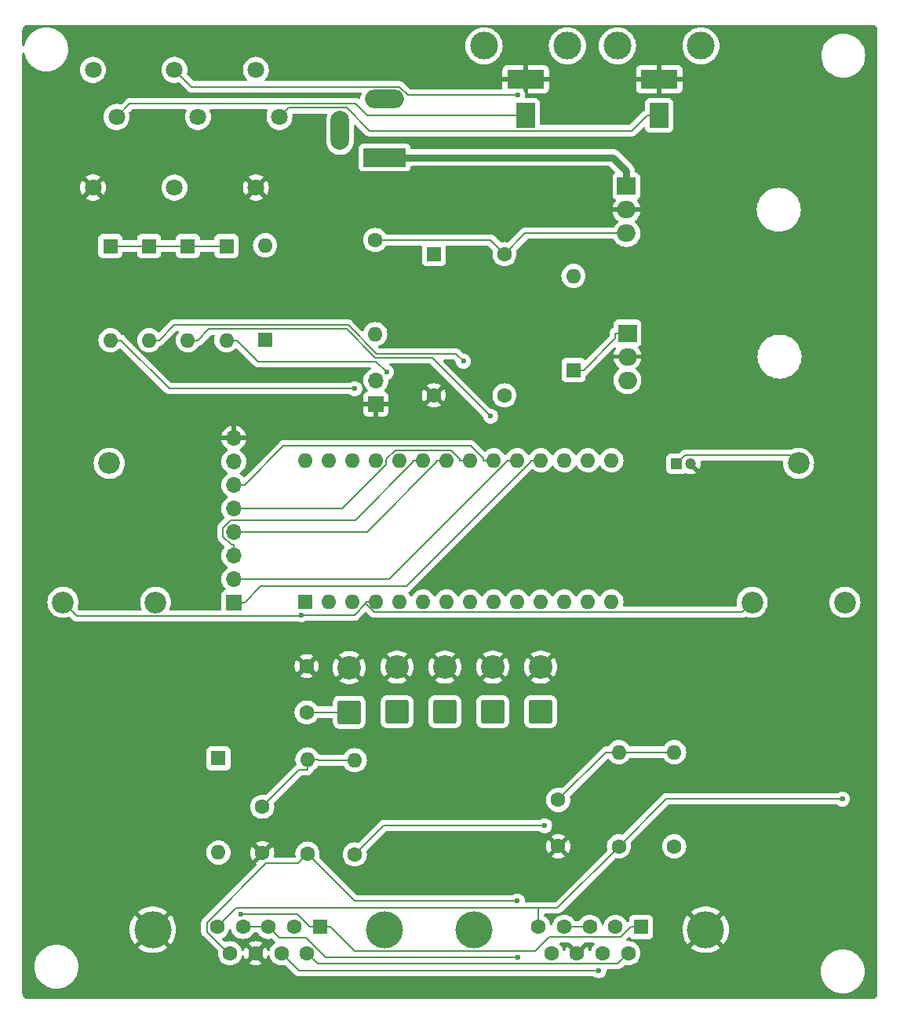
<source format=gbr>
%TF.GenerationSoftware,KiCad,Pcbnew,7.0.11*%
%TF.CreationDate,2025-01-18T22:08:42+03:00*%
%TF.ProjectId,Pong,506f6e67-2e6b-4696-9361-645f70636258,rev?*%
%TF.SameCoordinates,Original*%
%TF.FileFunction,Copper,L2,Bot*%
%TF.FilePolarity,Positive*%
%FSLAX46Y46*%
G04 Gerber Fmt 4.6, Leading zero omitted, Abs format (unit mm)*
G04 Created by KiCad (PCBNEW 7.0.11) date 2025-01-18 22:08:42*
%MOMM*%
%LPD*%
G01*
G04 APERTURE LIST*
G04 Aperture macros list*
%AMRoundRect*
0 Rectangle with rounded corners*
0 $1 Rounding radius*
0 $2 $3 $4 $5 $6 $7 $8 $9 X,Y pos of 4 corners*
0 Add a 4 corners polygon primitive as box body*
4,1,4,$2,$3,$4,$5,$6,$7,$8,$9,$2,$3,0*
0 Add four circle primitives for the rounded corners*
1,1,$1+$1,$2,$3*
1,1,$1+$1,$4,$5*
1,1,$1+$1,$6,$7*
1,1,$1+$1,$8,$9*
0 Add four rect primitives between the rounded corners*
20,1,$1+$1,$2,$3,$4,$5,0*
20,1,$1+$1,$4,$5,$6,$7,0*
20,1,$1+$1,$6,$7,$8,$9,0*
20,1,$1+$1,$8,$9,$2,$3,0*%
G04 Aperture macros list end*
%TA.AperFunction,ComponentPad*%
%ADD10C,1.800000*%
%TD*%
%TA.AperFunction,ComponentPad*%
%ADD11R,1.600000X1.600000*%
%TD*%
%TA.AperFunction,ComponentPad*%
%ADD12O,1.600000X1.600000*%
%TD*%
%TA.AperFunction,ComponentPad*%
%ADD13R,4.600000X2.000000*%
%TD*%
%TA.AperFunction,ComponentPad*%
%ADD14O,4.200000X2.000000*%
%TD*%
%TA.AperFunction,ComponentPad*%
%ADD15O,2.000000X4.200000*%
%TD*%
%TA.AperFunction,ComponentPad*%
%ADD16C,4.000000*%
%TD*%
%TA.AperFunction,ComponentPad*%
%ADD17C,1.600000*%
%TD*%
%TA.AperFunction,ComponentPad*%
%ADD18RoundRect,0.249999X1.025001X-1.025001X1.025001X1.025001X-1.025001X1.025001X-1.025001X-1.025001X0*%
%TD*%
%TA.AperFunction,ComponentPad*%
%ADD19C,2.550000*%
%TD*%
%TA.AperFunction,ComponentPad*%
%ADD20R,1.700000X1.700000*%
%TD*%
%TA.AperFunction,ComponentPad*%
%ADD21O,1.700000X1.700000*%
%TD*%
%TA.AperFunction,ComponentPad*%
%ADD22C,3.000000*%
%TD*%
%TA.AperFunction,ComponentPad*%
%ADD23R,2.000000X2.700000*%
%TD*%
%TA.AperFunction,ComponentPad*%
%ADD24R,4.000000X2.000000*%
%TD*%
%TA.AperFunction,ComponentPad*%
%ADD25R,1.200000X1.200000*%
%TD*%
%TA.AperFunction,ComponentPad*%
%ADD26C,1.200000*%
%TD*%
%TA.AperFunction,ComponentPad*%
%ADD27R,2.000000X1.905000*%
%TD*%
%TA.AperFunction,ComponentPad*%
%ADD28O,2.000000X1.905000*%
%TD*%
%TA.AperFunction,ComponentPad*%
%ADD29C,2.340000*%
%TD*%
%TA.AperFunction,ViaPad*%
%ADD30C,0.600000*%
%TD*%
%TA.AperFunction,Conductor*%
%ADD31C,0.800000*%
%TD*%
%TA.AperFunction,Conductor*%
%ADD32C,0.200000*%
%TD*%
G04 APERTURE END LIST*
D10*
%TO.P,RV3,1,1*%
%TO.N,GND*%
X124734400Y-55256400D03*
%TO.P,RV3,2,2*%
%TO.N,Net-(J5-Pad1)*%
X127274400Y-47636400D03*
%TO.P,RV3,3,3*%
%TO.N,Net-(D3-A)*%
X124734400Y-42556400D03*
%TD*%
D11*
%TO.P,D6,1,K*%
%TO.N,Net-(D4-K)*%
X113214200Y-61569600D03*
D12*
%TO.P,D6,2,A*%
%TO.N,Net-(D6-A)*%
X113214200Y-71729600D03*
%TD*%
D13*
%TO.P,J3,1*%
%TO.N,/Power*%
X138622800Y-52019200D03*
D14*
%TO.P,J3,2*%
%TO.N,GND*%
X138622800Y-45719200D03*
D15*
%TO.P,J3,3*%
%TO.N,N/C*%
X133822800Y-49119200D03*
%TD*%
D11*
%TO.P,D4,1,K*%
%TO.N,Net-(D4-K)*%
X121558100Y-61569600D03*
D12*
%TO.P,D4,2,A*%
%TO.N,Net-(D4-A)*%
X121558100Y-71729600D03*
%TD*%
D16*
%TO.P,J1,0,PAD*%
%TO.N,GND*%
X148266600Y-135334100D03*
X173266600Y-135334100D03*
D11*
%TO.P,J1,1,1*%
%TO.N,HIT*%
X166306600Y-135034100D03*
D17*
%TO.P,J1,2,2*%
%TO.N,unconnected-(J1-Pad2)*%
X163536600Y-135034100D03*
%TO.P,J1,3,3*%
%TO.N,SERVE*%
X160766600Y-135034100D03*
%TO.P,J1,4,4*%
X157996600Y-135034100D03*
%TO.P,J1,5,5*%
%TO.N,Net-(J1-Pad5)*%
X155226600Y-135034100D03*
%TO.P,J1,6,6*%
%TO.N,SHOT*%
X164921600Y-137874100D03*
%TO.P,J1,7,7*%
%TO.N,Net-(U2-Vcc)*%
X162151600Y-137874100D03*
%TO.P,J1,8,8*%
%TO.N,GND*%
X159381600Y-137874100D03*
%TO.P,J1,9,9*%
%TO.N,Net-(J1-Pad9)*%
X156611600Y-137874100D03*
%TD*%
%TO.P,C1,1*%
%TO.N,Net-(C1-Pad1)*%
X125424600Y-122064500D03*
%TO.P,C1,2*%
%TO.N,GND*%
X125424600Y-127064500D03*
%TD*%
D11*
%TO.P,D3,1,K*%
%TO.N,Net-(D3-K)*%
X125730000Y-71653400D03*
D12*
%TO.P,D3,2,A*%
%TO.N,Net-(D3-A)*%
X125730000Y-61493400D03*
%TD*%
D11*
%TO.P,D2,1,K*%
%TO.N,Net-(D2-K)*%
X159004000Y-74955400D03*
D12*
%TO.P,D2,2,A*%
%TO.N,/Power*%
X159004000Y-64795400D03*
%TD*%
D17*
%TO.P,C2,1*%
%TO.N,Net-(C2-Pad1)*%
X157352400Y-121327900D03*
%TO.P,C2,2*%
%TO.N,GND*%
X157352400Y-126327900D03*
%TD*%
D16*
%TO.P,J2,0,PAD*%
%TO.N,GND*%
X113599800Y-135334100D03*
X138599800Y-135334100D03*
D11*
%TO.P,J2,1,1*%
%TO.N,HIT*%
X131639800Y-135034100D03*
D17*
%TO.P,J2,2,2*%
%TO.N,unconnected-(J2-Pad2)*%
X128869800Y-135034100D03*
%TO.P,J2,3,3*%
%TO.N,SERVE*%
X126099800Y-135034100D03*
%TO.P,J2,4,4*%
X123329800Y-135034100D03*
%TO.P,J2,5,5*%
%TO.N,Net-(J1-Pad5)*%
X120559800Y-135034100D03*
%TO.P,J2,6,6*%
%TO.N,SHOT*%
X130254800Y-137874100D03*
%TO.P,J2,7,7*%
%TO.N,Net-(U2-Vcc)*%
X127484800Y-137874100D03*
%TO.P,J2,8,8*%
%TO.N,GND*%
X124714800Y-137874100D03*
%TO.P,J2,9,9*%
%TO.N,Net-(J1-Pad9)*%
X121944800Y-137874100D03*
%TD*%
D11*
%TO.P,X1,1,Tri-State*%
%TO.N,unconnected-(X1-Tri-State-Pad1)*%
X143941800Y-62433200D03*
D17*
%TO.P,X1,7,GND*%
%TO.N,GND*%
X143941800Y-77673200D03*
%TO.P,X1,8,OUT*%
%TO.N,Net-(U2-Clock_input)*%
X151561800Y-77673200D03*
%TO.P,X1,14,Vcc*%
%TO.N,Net-(U1-OUT)*%
X151561800Y-62433200D03*
%TD*%
D18*
%TO.P,SW2,1,A*%
%TO.N,Net-(SW2-A)*%
X139970100Y-111810200D03*
D19*
%TO.P,SW2,2,B*%
%TO.N,GND*%
X139970100Y-107010200D03*
%TD*%
D10*
%TO.P,RV5,1,1*%
%TO.N,GND*%
X107157600Y-55256400D03*
%TO.P,RV5,2,2*%
%TO.N,Net-(J6-Pad1)*%
X109697600Y-47636400D03*
%TO.P,RV5,3,3*%
%TO.N,Net-(D4-K)*%
X107157600Y-42556400D03*
%TD*%
D11*
%TO.P,D8,1,K*%
%TO.N,Net-(D3-K)*%
X120700200Y-116842900D03*
D12*
%TO.P,D8,2,A*%
%TO.N,HIT*%
X120700200Y-127002900D03*
%TD*%
D18*
%TO.P,SW4,1,A*%
%TO.N,SERVE*%
X150301100Y-111810800D03*
D19*
%TO.P,SW4,2,B*%
%TO.N,GND*%
X150301100Y-107010800D03*
%TD*%
D11*
%TO.P,D5,1,K*%
%TO.N,Net-(D4-K)*%
X117386100Y-61569600D03*
D12*
%TO.P,D5,2,A*%
%TO.N,Net-(D5-A)*%
X117386100Y-71729600D03*
%TD*%
D11*
%TO.P,D7,1,K*%
%TO.N,Net-(D4-K)*%
X109042200Y-61569600D03*
D12*
%TO.P,D7,2,A*%
%TO.N,Net-(D7-A)*%
X109042200Y-71729600D03*
%TD*%
D17*
%TO.P,R3,1*%
%TO.N,Net-(J1-Pad9)*%
X130301400Y-127129900D03*
D12*
%TO.P,R3,2*%
%TO.N,Net-(C1-Pad1)*%
X130301400Y-116969900D03*
%TD*%
D20*
%TO.P,SW1,1*%
%TO.N,Net-(U2-Rifle_game_1)*%
X122351800Y-100050600D03*
D21*
%TO.P,SW1,2*%
%TO.N,Net-(U2-Rifle_game_2)*%
X122351800Y-97510600D03*
%TO.P,SW1,3*%
%TO.N,Net-(U2-Practice)*%
X122351800Y-94970600D03*
%TO.P,SW1,4*%
%TO.N,Net-(U2-Squash)*%
X122351800Y-92430600D03*
%TO.P,SW1,5*%
%TO.N,Net-(U2-Soccer)*%
X122351800Y-89890600D03*
%TO.P,SW1,6*%
%TO.N,Net-(U2-Tennis)*%
X122351800Y-87350600D03*
%TO.P,SW1,7*%
%TO.N,unconnected-(SW1-Pad7)*%
X122351800Y-84810600D03*
%TO.P,SW1,8*%
%TO.N,GND*%
X122351800Y-82270600D03*
%TD*%
D22*
%TO.P,J6,*%
%TO.N,*%
X158347800Y-39972600D03*
X149347800Y-39972600D03*
D23*
%TO.P,J6,1,1*%
%TO.N,Net-(J6-Pad1)*%
X153847800Y-47472600D03*
D24*
%TO.P,J6,2,2*%
%TO.N,GND*%
X153847800Y-43572600D03*
%TD*%
D25*
%TO.P,C4,1*%
%TO.N,Net-(U2-Vcc)*%
X170127800Y-85064600D03*
D26*
%TO.P,C4,2*%
%TO.N,GND*%
X171627800Y-85064600D03*
%TD*%
D11*
%TO.P,U2,1,NC*%
%TO.N,unconnected-(U2-NC-Pad1)*%
X130083400Y-99928600D03*
D12*
%TO.P,U2,2,GND*%
%TO.N,GND*%
X132623400Y-99928600D03*
%TO.P,U2,3,Sound_output*%
%TO.N,Net-(D3-A)*%
X135163400Y-99928600D03*
%TO.P,U2,4,Vcc*%
%TO.N,Net-(U2-Vcc)*%
X137703400Y-99928600D03*
%TO.P,U2,5,Ball_angle*%
%TO.N,Net-(SW2-A)*%
X140243400Y-99928600D03*
%TO.P,U2,6,Ball_output*%
%TO.N,Net-(D7-A)*%
X142783400Y-99928600D03*
%TO.P,U2,7,Ball_speed*%
%TO.N,Net-(SW3-A)*%
X145323400Y-99928600D03*
%TO.P,U2,8,Manual_serve*%
%TO.N,SERVE*%
X147863400Y-99928600D03*
%TO.P,U2,9,Right_player_output*%
%TO.N,Net-(D6-A)*%
X150403400Y-99928600D03*
%TO.P,U2,10,Left_player_output*%
%TO.N,Net-(D5-A)*%
X152943400Y-99928600D03*
%TO.P,U2,11,Right_bat_input*%
%TO.N,Net-(U2-Right_bat_input)*%
X155483400Y-99928600D03*
%TO.P,U2,12,Left_bat_input*%
%TO.N,Net-(U2-Left_bat_input)*%
X158023400Y-99928600D03*
%TO.P,U2,13,Bat_size*%
%TO.N,Net-(SW5-A)*%
X160563400Y-99928600D03*
%TO.P,U2,14,NC*%
%TO.N,unconnected-(U2-NC-Pad14)*%
X163103400Y-99928600D03*
%TO.P,U2,15,NC*%
%TO.N,unconnected-(U2-NC-Pad15)*%
X163103400Y-84688600D03*
%TO.P,U2,16,Sync_output*%
%TO.N,Net-(U2-Sync_output)*%
X160563400Y-84688600D03*
%TO.P,U2,17,Clock_input*%
%TO.N,Net-(U2-Clock_input)*%
X158023400Y-84688600D03*
%TO.P,U2,18,Rifle_game_1*%
%TO.N,Net-(U2-Rifle_game_1)*%
X155483400Y-84688600D03*
%TO.P,U2,19,Rifle_game_2*%
%TO.N,Net-(U2-Rifle_game_2)*%
X152943400Y-84688600D03*
%TO.P,U2,20,Tennis*%
%TO.N,Net-(U2-Tennis)*%
X150403400Y-84688600D03*
%TO.P,U2,21,Soccer*%
%TO.N,Net-(U2-Soccer)*%
X147863400Y-84688600D03*
%TO.P,U2,22,Squash*%
%TO.N,Net-(U2-Squash)*%
X145323400Y-84688600D03*
%TO.P,U2,23,Practice*%
%TO.N,Net-(U2-Practice)*%
X142783400Y-84688600D03*
%TO.P,U2,24,Score_field_output*%
%TO.N,Net-(D4-A)*%
X140243400Y-84688600D03*
%TO.P,U2,25,Reset_input*%
%TO.N,Net-(U2-Reset_input)*%
X137703400Y-84688600D03*
%TO.P,U2,26,Shot_input*%
%TO.N,SHOT*%
X135163400Y-84688600D03*
%TO.P,U2,27,Hit_input*%
%TO.N,Net-(D3-K)*%
X132623400Y-84688600D03*
%TO.P,U2,28,NC*%
%TO.N,unconnected-(U2-NC-Pad28)*%
X130083400Y-84688600D03*
%TD*%
D17*
%TO.P,R4,1*%
%TO.N,Net-(J1-Pad5)*%
X163905600Y-126342500D03*
D12*
%TO.P,R4,2*%
%TO.N,Net-(C2-Pad1)*%
X163905600Y-116182500D03*
%TD*%
D20*
%TO.P,D1,1,K*%
%TO.N,GND*%
X137693400Y-78613000D03*
D21*
%TO.P,D1,2,A*%
%TO.N,Net-(D1-A)*%
X137693400Y-76073000D03*
%TD*%
D27*
%TO.P,U3,1,IN*%
%TO.N,Net-(D2-K)*%
X164820600Y-70967600D03*
D28*
%TO.P,U3,2,GND*%
%TO.N,GND*%
X164820600Y-73507600D03*
%TO.P,U3,3,OUT*%
%TO.N,Net-(U2-Vcc)*%
X164820600Y-76047600D03*
%TD*%
D17*
%TO.P,R1,1*%
%TO.N,Net-(U2-Left_bat_input)*%
X169874600Y-126342500D03*
D12*
%TO.P,R1,2*%
%TO.N,Net-(C2-Pad1)*%
X169874600Y-116182500D03*
%TD*%
D27*
%TO.P,U1,1,IN*%
%TO.N,/Power*%
X164719000Y-55118000D03*
D28*
%TO.P,U1,2,GND*%
%TO.N,GND*%
X164719000Y-57658000D03*
%TO.P,U1,3,OUT*%
%TO.N,Net-(U1-OUT)*%
X164719000Y-60198000D03*
%TD*%
D22*
%TO.P,J5,*%
%TO.N,*%
X172749600Y-39972600D03*
X163749600Y-39972600D03*
D23*
%TO.P,J5,1,1*%
%TO.N,Net-(J5-Pad1)*%
X168249600Y-47472600D03*
D24*
%TO.P,J5,2,2*%
%TO.N,GND*%
X168249600Y-43572600D03*
%TD*%
D18*
%TO.P,SW3,1,A*%
%TO.N,Net-(SW3-A)*%
X145135600Y-111810800D03*
D19*
%TO.P,SW3,2,B*%
%TO.N,GND*%
X145135600Y-107010800D03*
%TD*%
D29*
%TO.P,RV2,1,1*%
%TO.N,Net-(J1-Pad5)*%
X188290200Y-100006800D03*
%TO.P,RV2,2,2*%
%TO.N,Net-(U2-Vcc)*%
X183290200Y-85006800D03*
%TO.P,RV2,3,3*%
X178290200Y-100006800D03*
%TD*%
D17*
%TO.P,C3,1*%
%TO.N,GND*%
X130219000Y-106898400D03*
%TO.P,C3,2*%
%TO.N,Net-(U2-Reset_input)*%
X130219000Y-111898400D03*
%TD*%
D18*
%TO.P,SW6,1,1*%
%TO.N,Net-(U2-Reset_input)*%
X134804600Y-111862200D03*
D19*
%TO.P,SW6,2,2*%
%TO.N,GND*%
X134804600Y-107062200D03*
%TD*%
D17*
%TO.P,R2,1*%
%TO.N,Net-(U2-Right_bat_input)*%
X135406800Y-127206100D03*
D12*
%TO.P,R2,2*%
%TO.N,Net-(C1-Pad1)*%
X135406800Y-117046100D03*
%TD*%
D18*
%TO.P,SW5,1,A*%
%TO.N,Net-(SW5-A)*%
X155466600Y-111810800D03*
D19*
%TO.P,SW5,2,B*%
%TO.N,GND*%
X155466600Y-107010800D03*
%TD*%
D10*
%TO.P,RV4,1,1*%
%TO.N,unconnected-(RV4-Pad1)*%
X115946000Y-55256400D03*
%TO.P,RV4,2,2*%
%TO.N,Net-(D4-K)*%
X118486000Y-47636400D03*
%TO.P,RV4,3,3*%
%TO.N,Net-(U2-Sync_output)*%
X115946000Y-42556400D03*
%TD*%
D29*
%TO.P,RV1,1,1*%
%TO.N,Net-(J1-Pad9)*%
X113915200Y-100006800D03*
%TO.P,RV1,2,2*%
%TO.N,Net-(U2-Vcc)*%
X108915200Y-85006800D03*
%TO.P,RV1,3,3*%
X103915200Y-100006800D03*
%TD*%
D17*
%TO.P,R5,1*%
%TO.N,Net-(U1-OUT)*%
X137617200Y-60909200D03*
D12*
%TO.P,R5,2*%
%TO.N,Net-(D1-A)*%
X137617200Y-71069200D03*
%TD*%
D30*
%TO.N,HIT*%
X123147100Y-133668200D03*
%TO.N,Net-(D4-A)*%
X138850200Y-75182100D03*
%TO.N,Net-(D5-A)*%
X150050400Y-79931100D03*
%TO.N,Net-(D6-A)*%
X147129500Y-74009000D03*
%TO.N,SERVE*%
X152971300Y-138344900D03*
%TO.N,Net-(D7-A)*%
X135414400Y-76961000D03*
%TO.N,Net-(U2-Sync_output)*%
X152971300Y-45268800D03*
%TO.N,Net-(U2-Vcc)*%
X129604100Y-101390800D03*
X161734000Y-139772400D03*
%TO.N,Net-(J1-Pad9)*%
X152953600Y-132236500D03*
%TO.N,Net-(J1-Pad5)*%
X188022100Y-121241000D03*
%TO.N,Net-(U2-Right_bat_input)*%
X155892200Y-124122400D03*
%TD*%
D31*
%TO.N,/Power*%
X163274600Y-52019200D02*
X164719000Y-53463600D01*
X138622800Y-52019200D02*
X163274600Y-52019200D01*
X164719000Y-55118000D02*
X164719000Y-53463600D01*
D32*
%TO.N,HIT*%
X129172000Y-133668200D02*
X123147100Y-133668200D01*
X130537900Y-135034100D02*
X129172000Y-133668200D01*
X131639800Y-135034100D02*
X130537900Y-135034100D01*
X135381600Y-137674000D02*
X132741700Y-135034100D01*
X154857600Y-137674000D02*
X135381600Y-137674000D01*
X156395600Y-136136000D02*
X154857600Y-137674000D01*
X164102800Y-136136000D02*
X156395600Y-136136000D01*
X165204700Y-135034100D02*
X164102800Y-136136000D01*
X166306600Y-135034100D02*
X165204700Y-135034100D01*
X131639800Y-135034100D02*
X132741700Y-135034100D01*
%TO.N,SHOT*%
X131396500Y-139015800D02*
X130254800Y-137874100D01*
X163779900Y-139015800D02*
X131396500Y-139015800D01*
X164921600Y-137874100D02*
X163779900Y-139015800D01*
%TO.N,Net-(U2-Reset_input)*%
X130255200Y-111862200D02*
X130219000Y-111898400D01*
X134804600Y-111862200D02*
X130255200Y-111862200D01*
%TO.N,Net-(D4-A)*%
X124953100Y-74022700D02*
X122660000Y-71729600D01*
X137690800Y-74022700D02*
X124953100Y-74022700D01*
X138850200Y-75182100D02*
X137690800Y-74022700D01*
X121558100Y-71729600D02*
X122660000Y-71729600D01*
%TO.N,Net-(U2-Practice)*%
X141681500Y-84916900D02*
X141681500Y-84688600D01*
X135437800Y-91160600D02*
X141681500Y-84916900D01*
X121982500Y-91160600D02*
X135437800Y-91160600D01*
X121150100Y-91993000D02*
X121982500Y-91160600D01*
X121150100Y-92905000D02*
X121150100Y-91993000D01*
X122063800Y-93818700D02*
X121150100Y-92905000D01*
X122351800Y-93818700D02*
X122063800Y-93818700D01*
X122351800Y-94970600D02*
X122351800Y-93818700D01*
X142783400Y-84688600D02*
X141681500Y-84688600D01*
%TO.N,Net-(U2-Squash)*%
X144221500Y-84916900D02*
X144221500Y-84688600D01*
X136707800Y-92430600D02*
X144221500Y-84916900D01*
X122351800Y-92430600D02*
X136707800Y-92430600D01*
X145323400Y-84688600D02*
X144221500Y-84688600D01*
%TO.N,Net-(U2-Soccer)*%
X147863400Y-84688600D02*
X146761500Y-84688600D01*
X146761500Y-84550700D02*
X146761500Y-84688600D01*
X145797500Y-83586700D02*
X146761500Y-84550700D01*
X139762400Y-83586700D02*
X145797500Y-83586700D01*
X138805300Y-84543800D02*
X139762400Y-83586700D01*
X138805300Y-85145100D02*
X138805300Y-84543800D01*
X134059800Y-89890600D02*
X138805300Y-85145100D01*
X122351800Y-89890600D02*
X134059800Y-89890600D01*
%TO.N,Net-(U2-Tennis)*%
X150403400Y-84688600D02*
X149301500Y-84688600D01*
X149301500Y-84510400D02*
X149301500Y-84688600D01*
X147929300Y-83138200D02*
X149301500Y-84510400D01*
X127716100Y-83138200D02*
X147929300Y-83138200D01*
X123503700Y-87350600D02*
X127716100Y-83138200D01*
X122351800Y-87350600D02*
X123503700Y-87350600D01*
%TO.N,Net-(U2-Rifle_game_2)*%
X152943400Y-84688600D02*
X151841500Y-84688600D01*
X139157200Y-97510600D02*
X122351800Y-97510600D01*
X151841500Y-84826300D02*
X139157200Y-97510600D01*
X151841500Y-84688600D02*
X151841500Y-84826300D01*
%TO.N,Net-(U2-Rifle_game_1)*%
X154381500Y-84916900D02*
X154381500Y-84688600D01*
X140988200Y-98310200D02*
X154381500Y-84916900D01*
X125244100Y-98310200D02*
X140988200Y-98310200D01*
X123503700Y-100050600D02*
X125244100Y-98310200D01*
X122351800Y-100050600D02*
X123503700Y-100050600D01*
X155483400Y-84688600D02*
X154381500Y-84688600D01*
%TO.N,Net-(D5-A)*%
X117386100Y-71729600D02*
X118488000Y-71729600D01*
X119678200Y-70539400D02*
X118488000Y-71729600D01*
X134550700Y-70539400D02*
X119678200Y-70539400D01*
X137632100Y-73620800D02*
X134550700Y-70539400D01*
X143740100Y-73620800D02*
X137632100Y-73620800D01*
X150050400Y-79931100D02*
X143740100Y-73620800D01*
%TO.N,Net-(D6-A)*%
X113214200Y-71729600D02*
X114316100Y-71729600D01*
X115950700Y-70095000D02*
X114316100Y-71729600D01*
X134674700Y-70095000D02*
X115950700Y-70095000D01*
X137798600Y-73218900D02*
X134674700Y-70095000D01*
X146339400Y-73218900D02*
X137798600Y-73218900D01*
X147129500Y-74009000D02*
X146339400Y-73218900D01*
%TO.N,SERVE*%
X157996600Y-135034100D02*
X160766600Y-135034100D01*
X123329800Y-135034100D02*
X126099800Y-135034100D01*
X127270200Y-136204500D02*
X126099800Y-135034100D01*
X130152400Y-136204500D02*
X127270200Y-136204500D01*
X132292800Y-138344900D02*
X130152400Y-136204500D01*
X152971300Y-138344900D02*
X132292800Y-138344900D01*
%TO.N,Net-(D7-A)*%
X115375500Y-76961000D02*
X110144100Y-71729600D01*
X135414400Y-76961000D02*
X115375500Y-76961000D01*
X109042200Y-71729600D02*
X110144100Y-71729600D01*
%TO.N,Net-(D2-K)*%
X163518700Y-71542600D02*
X160105900Y-74955400D01*
X163518700Y-70967600D02*
X163518700Y-71542600D01*
X159004000Y-74955400D02*
X160105900Y-74955400D01*
X164820600Y-70967600D02*
X163518700Y-70967600D01*
%TO.N,Net-(U2-Sync_output)*%
X117772600Y-44383000D02*
X115946000Y-42556400D01*
X140227800Y-44383000D02*
X117772600Y-44383000D01*
X141113600Y-45268800D02*
X140227800Y-44383000D01*
X152971300Y-45268800D02*
X141113600Y-45268800D01*
%TO.N,Net-(D4-K)*%
X109042200Y-61569600D02*
X113214200Y-61569600D01*
X117386100Y-61569600D02*
X113214200Y-61569600D01*
X121558100Y-61569600D02*
X117386100Y-61569600D01*
%TO.N,Net-(U2-Vcc)*%
X137703400Y-99928600D02*
X136601500Y-99928600D01*
X171057800Y-84134600D02*
X170127800Y-85064600D01*
X182418000Y-84134600D02*
X171057800Y-84134600D01*
X183290200Y-85006800D02*
X182418000Y-84134600D01*
X177238400Y-101058600D02*
X178290200Y-100006800D01*
X137503200Y-101058600D02*
X177238400Y-101058600D01*
X136601500Y-100156900D02*
X137503200Y-101058600D01*
X136601500Y-100156900D02*
X136601500Y-99928600D01*
X105401300Y-101492900D02*
X103915200Y-100006800D01*
X129502000Y-101492900D02*
X105401300Y-101492900D01*
X129604100Y-101390800D02*
X129502000Y-101492900D01*
X135367600Y-101390800D02*
X129604100Y-101390800D01*
X136601500Y-100156900D02*
X135367600Y-101390800D01*
X129383100Y-139772400D02*
X161734000Y-139772400D01*
X127484800Y-137874100D02*
X129383100Y-139772400D01*
%TO.N,Net-(J1-Pad9)*%
X121747200Y-137874100D02*
X121944800Y-137874100D01*
X119439900Y-135566800D02*
X121747200Y-137874100D01*
X119439900Y-134559100D02*
X119439900Y-135566800D01*
X125832600Y-128166400D02*
X119439900Y-134559100D01*
X129264900Y-128166400D02*
X125832600Y-128166400D01*
X130301400Y-127129900D02*
X129264900Y-128166400D01*
X135408000Y-132236500D02*
X152953600Y-132236500D01*
X130301400Y-127129900D02*
X135408000Y-132236500D01*
%TO.N,Net-(J1-Pad5)*%
X169007100Y-121241000D02*
X163905600Y-126342500D01*
X188022100Y-121241000D02*
X169007100Y-121241000D01*
X122591600Y-133002300D02*
X120559800Y-135034100D01*
X155226600Y-133002300D02*
X122591600Y-133002300D01*
X157245800Y-133002300D02*
X155226600Y-133002300D01*
X163905600Y-126342500D02*
X157245800Y-133002300D01*
X155226600Y-133002300D02*
X155226600Y-135034100D01*
%TO.N,Net-(U1-OUT)*%
X153797000Y-60198000D02*
X151561800Y-62433200D01*
X164719000Y-60198000D02*
X153797000Y-60198000D01*
X150037800Y-60909200D02*
X151561800Y-62433200D01*
X137617200Y-60909200D02*
X150037800Y-60909200D01*
%TO.N,Net-(C2-Pad1)*%
X169874600Y-116182500D02*
X163905600Y-116182500D01*
X162497800Y-116182500D02*
X157352400Y-121327900D01*
X163905600Y-116182500D02*
X162497800Y-116182500D01*
%TO.N,Net-(C1-Pad1)*%
X131479500Y-117046100D02*
X131403300Y-116969900D01*
X135406800Y-117046100D02*
X131479500Y-117046100D01*
X130301400Y-116969900D02*
X131403300Y-116969900D01*
X129417300Y-118071800D02*
X125424600Y-122064500D01*
X130301400Y-118071800D02*
X129417300Y-118071800D01*
X130301400Y-116969900D02*
X130301400Y-118071800D01*
%TO.N,Net-(U2-Right_bat_input)*%
X138490500Y-124122400D02*
X135406800Y-127206100D01*
X155892200Y-124122400D02*
X138490500Y-124122400D01*
%TO.N,Net-(J6-Pad1)*%
X111115300Y-46218700D02*
X109697600Y-47636400D01*
X135505900Y-46218700D02*
X111115300Y-46218700D01*
X136759800Y-47472600D02*
X135505900Y-46218700D01*
X153847800Y-47472600D02*
X136759800Y-47472600D01*
%TO.N,Net-(J5-Pad1)*%
X168249600Y-47472600D02*
X166947700Y-47472600D01*
X165295800Y-49124500D02*
X166947700Y-47472600D01*
X136980800Y-49124500D02*
X165295800Y-49124500D01*
X134515800Y-46659500D02*
X136980800Y-49124500D01*
X128251300Y-46659500D02*
X134515800Y-46659500D01*
X127274400Y-47636400D02*
X128251300Y-46659500D01*
%TD*%
%TA.AperFunction,Conductor*%
%TO.N,GND*%
G36*
X121993612Y-135255068D02*
G01*
X122047490Y-135299553D01*
X122064575Y-135336963D01*
X122103058Y-135480588D01*
X122103061Y-135480597D01*
X122199231Y-135686832D01*
X122199232Y-135686834D01*
X122329754Y-135873241D01*
X122490658Y-136034145D01*
X122490661Y-136034147D01*
X122677066Y-136164668D01*
X122883304Y-136260839D01*
X123103108Y-136319735D01*
X123265030Y-136333901D01*
X123329798Y-136339568D01*
X123329800Y-136339568D01*
X123329802Y-136339568D01*
X123386607Y-136334598D01*
X123556492Y-136319735D01*
X123776296Y-136260839D01*
X123982534Y-136164668D01*
X124168939Y-136034147D01*
X124329847Y-135873239D01*
X124459918Y-135687475D01*
X124514493Y-135643852D01*
X124561492Y-135634600D01*
X124868108Y-135634600D01*
X124935147Y-135654285D01*
X124969680Y-135687474D01*
X125055280Y-135809724D01*
X125099754Y-135873241D01*
X125260658Y-136034145D01*
X125260661Y-136034147D01*
X125447066Y-136164668D01*
X125653304Y-136260839D01*
X125873108Y-136319735D01*
X126035030Y-136333901D01*
X126099798Y-136339568D01*
X126099800Y-136339568D01*
X126099802Y-136339568D01*
X126156607Y-136334598D01*
X126326492Y-136319735D01*
X126422732Y-136293947D01*
X126492581Y-136295610D01*
X126542506Y-136326041D01*
X126802816Y-136586351D01*
X126836301Y-136647674D01*
X126831317Y-136717366D01*
X126789445Y-136773299D01*
X126786258Y-136775607D01*
X126645658Y-136874054D01*
X126484754Y-137034958D01*
X126354232Y-137221365D01*
X126354231Y-137221367D01*
X126258061Y-137427602D01*
X126258059Y-137427608D01*
X126219316Y-137572202D01*
X126182951Y-137631862D01*
X126120104Y-137662391D01*
X126050728Y-137654096D01*
X125996850Y-137609611D01*
X125979766Y-137572201D01*
X125941069Y-137427782D01*
X125941064Y-137427768D01*
X125844936Y-137221621D01*
X125844932Y-137221613D01*
X125793825Y-137148626D01*
X125197876Y-137744575D01*
X125174293Y-137664256D01*
X125096561Y-137543302D01*
X124987900Y-137449148D01*
X124857115Y-137389420D01*
X124847333Y-137388013D01*
X125440272Y-136795074D01*
X125367278Y-136743963D01*
X125161131Y-136647835D01*
X125161117Y-136647830D01*
X124941410Y-136588960D01*
X124941399Y-136588958D01*
X124714802Y-136569134D01*
X124714798Y-136569134D01*
X124488200Y-136588958D01*
X124488189Y-136588960D01*
X124268482Y-136647830D01*
X124268473Y-136647834D01*
X124062316Y-136743966D01*
X124062312Y-136743968D01*
X123989326Y-136795073D01*
X123989326Y-136795074D01*
X124582266Y-137388013D01*
X124572485Y-137389420D01*
X124441700Y-137449148D01*
X124333039Y-137543302D01*
X124255307Y-137664256D01*
X124231723Y-137744575D01*
X123635774Y-137148626D01*
X123635773Y-137148626D01*
X123584668Y-137221612D01*
X123584666Y-137221616D01*
X123488534Y-137427773D01*
X123488531Y-137427780D01*
X123449833Y-137572202D01*
X123413467Y-137631862D01*
X123350620Y-137662391D01*
X123281245Y-137654096D01*
X123227367Y-137609610D01*
X123210284Y-137572203D01*
X123179941Y-137458962D01*
X123171541Y-137427611D01*
X123171538Y-137427602D01*
X123153733Y-137389420D01*
X123075368Y-137221366D01*
X122956401Y-137051462D01*
X122944845Y-137034958D01*
X122783941Y-136874054D01*
X122597534Y-136743532D01*
X122597532Y-136743531D01*
X122391297Y-136647361D01*
X122391288Y-136647358D01*
X122171497Y-136588466D01*
X122171493Y-136588465D01*
X122171492Y-136588465D01*
X122171491Y-136588464D01*
X122171486Y-136588464D01*
X121944802Y-136568632D01*
X121944798Y-136568632D01*
X121718113Y-136588464D01*
X121718102Y-136588466D01*
X121498311Y-136647358D01*
X121498297Y-136647363D01*
X121489283Y-136651567D01*
X121420206Y-136662058D01*
X121356422Y-136633537D01*
X121349200Y-136626865D01*
X121115748Y-136393413D01*
X121082263Y-136332090D01*
X121087247Y-136262398D01*
X121129119Y-136206465D01*
X121151022Y-136193351D01*
X121212534Y-136164668D01*
X121398939Y-136034147D01*
X121559847Y-135873239D01*
X121690368Y-135686834D01*
X121786539Y-135480596D01*
X121825025Y-135336962D01*
X121861390Y-135277302D01*
X121924237Y-135246773D01*
X121993612Y-135255068D01*
G37*
%TD.AperFunction*%
%TA.AperFunction,Conductor*%
G36*
X158613229Y-136756185D02*
G01*
X158633871Y-136772819D01*
X159249066Y-137388013D01*
X159239285Y-137389420D01*
X159108500Y-137449148D01*
X158999839Y-137543302D01*
X158922107Y-137664256D01*
X158898523Y-137744575D01*
X158302574Y-137148626D01*
X158302573Y-137148626D01*
X158251468Y-137221612D01*
X158251466Y-137221616D01*
X158155334Y-137427773D01*
X158155331Y-137427780D01*
X158116633Y-137572202D01*
X158080267Y-137631862D01*
X158017420Y-137662391D01*
X157948045Y-137654096D01*
X157894167Y-137609610D01*
X157877084Y-137572203D01*
X157846741Y-137458962D01*
X157838341Y-137427611D01*
X157838338Y-137427602D01*
X157820533Y-137389420D01*
X157742168Y-137221366D01*
X157623201Y-137051462D01*
X157611645Y-137034958D01*
X157524868Y-136948181D01*
X157491383Y-136886858D01*
X157496367Y-136817166D01*
X157538239Y-136761233D01*
X157603703Y-136736816D01*
X157612549Y-136736500D01*
X158546190Y-136736500D01*
X158613229Y-136756185D01*
G37*
%TD.AperFunction*%
%TA.AperFunction,Conductor*%
G36*
X161217690Y-136756185D02*
G01*
X161263445Y-136808989D01*
X161273389Y-136878147D01*
X161244364Y-136941703D01*
X161238332Y-136948181D01*
X161151554Y-137034958D01*
X161021032Y-137221365D01*
X161021031Y-137221367D01*
X160924861Y-137427602D01*
X160924859Y-137427608D01*
X160886116Y-137572202D01*
X160849751Y-137631862D01*
X160786904Y-137662391D01*
X160717528Y-137654096D01*
X160663650Y-137609611D01*
X160646566Y-137572201D01*
X160607869Y-137427782D01*
X160607864Y-137427768D01*
X160511736Y-137221621D01*
X160511732Y-137221613D01*
X160460625Y-137148626D01*
X159864676Y-137744574D01*
X159841093Y-137664256D01*
X159763361Y-137543302D01*
X159654700Y-137449148D01*
X159523915Y-137389420D01*
X159514134Y-137388013D01*
X160129328Y-136772819D01*
X160190651Y-136739334D01*
X160217009Y-136736500D01*
X161150651Y-136736500D01*
X161217690Y-136756185D01*
G37*
%TD.AperFunction*%
%TA.AperFunction,Conductor*%
G36*
X171329062Y-85092093D02*
G01*
X171328442Y-85090958D01*
X171328666Y-85087821D01*
X171329062Y-85092093D01*
G37*
%TD.AperFunction*%
%TA.AperFunction,Conductor*%
G36*
X191310322Y-37712280D02*
G01*
X191400666Y-37722459D01*
X191427731Y-37728636D01*
X191506940Y-37756352D01*
X191531953Y-37768398D01*
X191603006Y-37813043D01*
X191624713Y-37830355D01*
X191684044Y-37889686D01*
X191701357Y-37911395D01*
X191746000Y-37982444D01*
X191758048Y-38007462D01*
X191785762Y-38086666D01*
X191791940Y-38113735D01*
X191802120Y-38204076D01*
X191802900Y-38217961D01*
X191802900Y-142274438D01*
X191802120Y-142288323D01*
X191791940Y-142378664D01*
X191785762Y-142405733D01*
X191758048Y-142484937D01*
X191746000Y-142509955D01*
X191701357Y-142581004D01*
X191684044Y-142602713D01*
X191624713Y-142662044D01*
X191603004Y-142679357D01*
X191531955Y-142724000D01*
X191506937Y-142736048D01*
X191427733Y-142763762D01*
X191400664Y-142769940D01*
X191320475Y-142778976D01*
X191310321Y-142780120D01*
X191296438Y-142780900D01*
X100041562Y-142780900D01*
X100027678Y-142780120D01*
X100015153Y-142778708D01*
X99937335Y-142769940D01*
X99910266Y-142763762D01*
X99831062Y-142736048D01*
X99806044Y-142724000D01*
X99734995Y-142679357D01*
X99713286Y-142662044D01*
X99653955Y-142602713D01*
X99636642Y-142581004D01*
X99591999Y-142509955D01*
X99579951Y-142484937D01*
X99552237Y-142405733D01*
X99546059Y-142378663D01*
X99535880Y-142288322D01*
X99535100Y-142274438D01*
X99535100Y-139344400D01*
X100826378Y-139344400D01*
X100844268Y-139617361D01*
X100846686Y-139654244D01*
X100846687Y-139654256D01*
X100907262Y-139958782D01*
X100907267Y-139958802D01*
X101007070Y-140252814D01*
X101007074Y-140252824D01*
X101144404Y-140531301D01*
X101144413Y-140531316D01*
X101175583Y-140577965D01*
X101280792Y-140735422D01*
X101316921Y-140789492D01*
X101521653Y-141022946D01*
X101669824Y-141152887D01*
X101755109Y-141227680D01*
X102013289Y-141400190D01*
X102013292Y-141400191D01*
X102013298Y-141400195D01*
X102291775Y-141537525D01*
X102291785Y-141537529D01*
X102585797Y-141637332D01*
X102585801Y-141637333D01*
X102585810Y-141637336D01*
X102791683Y-141678287D01*
X102890343Y-141697912D01*
X102890344Y-141697912D01*
X102890354Y-141697914D01*
X103200200Y-141718222D01*
X103510046Y-141697914D01*
X103814590Y-141637336D01*
X103814602Y-141637332D01*
X104108614Y-141537529D01*
X104108624Y-141537525D01*
X104387101Y-141400195D01*
X104387101Y-141400194D01*
X104387111Y-141400190D01*
X104645291Y-141227680D01*
X104878746Y-141022946D01*
X105083480Y-140789491D01*
X105255990Y-140531311D01*
X105393326Y-140252822D01*
X105411026Y-140200681D01*
X105493132Y-139958802D01*
X105493132Y-139958801D01*
X105493136Y-139958790D01*
X105553714Y-139654246D01*
X105574022Y-139344400D01*
X105553714Y-139034554D01*
X105493136Y-138730010D01*
X105487443Y-138713239D01*
X105393329Y-138435985D01*
X105393325Y-138435975D01*
X105255995Y-138157498D01*
X105255986Y-138157483D01*
X105198055Y-138070783D01*
X105083480Y-137899309D01*
X104971143Y-137771213D01*
X104878746Y-137665853D01*
X104645292Y-137461121D01*
X104633404Y-137453178D01*
X104515056Y-137374100D01*
X104387116Y-137288613D01*
X104387101Y-137288604D01*
X104108624Y-137151274D01*
X104108614Y-137151270D01*
X103814602Y-137051467D01*
X103814582Y-137051462D01*
X103510056Y-136990887D01*
X103510047Y-136990886D01*
X103510046Y-136990886D01*
X103200200Y-136970578D01*
X102890354Y-136990886D01*
X102890353Y-136990886D01*
X102890343Y-136990887D01*
X102585817Y-137051462D01*
X102585797Y-137051467D01*
X102291785Y-137151270D01*
X102291775Y-137151274D01*
X102013298Y-137288604D01*
X102013283Y-137288613D01*
X101755107Y-137461121D01*
X101521653Y-137665853D01*
X101316921Y-137899307D01*
X101144413Y-138157483D01*
X101144404Y-138157498D01*
X101007074Y-138435975D01*
X101007070Y-138435985D01*
X100907267Y-138729997D01*
X100907262Y-138730017D01*
X100846687Y-139034543D01*
X100846686Y-139034553D01*
X100846686Y-139034554D01*
X100826378Y-139344400D01*
X99535100Y-139344400D01*
X99535100Y-135334105D01*
X111094857Y-135334105D01*
X111114607Y-135648042D01*
X111114608Y-135648049D01*
X111173555Y-135957058D01*
X111270763Y-136256232D01*
X111270765Y-136256237D01*
X111404700Y-136540861D01*
X111404703Y-136540867D01*
X111573257Y-136806467D01*
X111573260Y-136806471D01*
X111664086Y-136916260D01*
X112302066Y-136278280D01*
X112464930Y-136468970D01*
X112655618Y-136631832D01*
X112014771Y-137272679D01*
X112014772Y-137272681D01*
X112257572Y-137449085D01*
X112257590Y-137449096D01*
X112533247Y-137600640D01*
X112533255Y-137600644D01*
X112825726Y-137716440D01*
X113130420Y-137794673D01*
X113130429Y-137794675D01*
X113442501Y-137834099D01*
X113442515Y-137834100D01*
X113757085Y-137834100D01*
X113757098Y-137834099D01*
X114069170Y-137794675D01*
X114069179Y-137794673D01*
X114373873Y-137716440D01*
X114666344Y-137600644D01*
X114666352Y-137600640D01*
X114942009Y-137449096D01*
X114942019Y-137449090D01*
X115184826Y-137272679D01*
X115184827Y-137272679D01*
X114543980Y-136631833D01*
X114734670Y-136468970D01*
X114897533Y-136278281D01*
X115535512Y-136916260D01*
X115626344Y-136806464D01*
X115794896Y-136540867D01*
X115794899Y-136540861D01*
X115928834Y-136256237D01*
X115928836Y-136256232D01*
X116026044Y-135957058D01*
X116084991Y-135648049D01*
X116084992Y-135648042D01*
X116090103Y-135566800D01*
X118834218Y-135566800D01*
X118839115Y-135604000D01*
X118839400Y-135606160D01*
X118839400Y-135606161D01*
X118854855Y-135723560D01*
X118854856Y-135723562D01*
X118915364Y-135869641D01*
X119011618Y-135995082D01*
X119011619Y-135995083D01*
X119036669Y-136014304D01*
X119048864Y-136024999D01*
X120619252Y-137595387D01*
X120652737Y-137656710D01*
X120655099Y-137693875D01*
X120639332Y-137874097D01*
X120639332Y-137874101D01*
X120659164Y-138100786D01*
X120659166Y-138100797D01*
X120718058Y-138320588D01*
X120718061Y-138320597D01*
X120814231Y-138526832D01*
X120814232Y-138526834D01*
X120944754Y-138713241D01*
X121105658Y-138874145D01*
X121105661Y-138874147D01*
X121292066Y-139004668D01*
X121498304Y-139100839D01*
X121718108Y-139159735D01*
X121880030Y-139173901D01*
X121944798Y-139179568D01*
X121944800Y-139179568D01*
X121944802Y-139179568D01*
X122001473Y-139174609D01*
X122171492Y-139159735D01*
X122391296Y-139100839D01*
X122597534Y-139004668D01*
X122783939Y-138874147D01*
X122944847Y-138713239D01*
X123075368Y-138526834D01*
X123171539Y-138320596D01*
X123210284Y-138175995D01*
X123246647Y-138116338D01*
X123309494Y-138085808D01*
X123378870Y-138094102D01*
X123432748Y-138138587D01*
X123449833Y-138175997D01*
X123488531Y-138320419D01*
X123488535Y-138320431D01*
X123584663Y-138526578D01*
X123635774Y-138599572D01*
X124231723Y-138003623D01*
X124255307Y-138083944D01*
X124333039Y-138204898D01*
X124441700Y-138299052D01*
X124572485Y-138358780D01*
X124582266Y-138360186D01*
X123989326Y-138953125D01*
X124062313Y-139004232D01*
X124062321Y-139004236D01*
X124268468Y-139100364D01*
X124268482Y-139100369D01*
X124488189Y-139159239D01*
X124488200Y-139159241D01*
X124714798Y-139179066D01*
X124714802Y-139179066D01*
X124941399Y-139159241D01*
X124941410Y-139159239D01*
X125161117Y-139100369D01*
X125161131Y-139100364D01*
X125367278Y-139004236D01*
X125440271Y-138953124D01*
X124847333Y-138360186D01*
X124857115Y-138358780D01*
X124987900Y-138299052D01*
X125096561Y-138204898D01*
X125174293Y-138083944D01*
X125197876Y-138003623D01*
X125793824Y-138599571D01*
X125844936Y-138526578D01*
X125941064Y-138320431D01*
X125941069Y-138320417D01*
X125979766Y-138175998D01*
X126016131Y-138116337D01*
X126078978Y-138085808D01*
X126148353Y-138094103D01*
X126202231Y-138138588D01*
X126219316Y-138175998D01*
X126258058Y-138320588D01*
X126258061Y-138320597D01*
X126354231Y-138526832D01*
X126354232Y-138526834D01*
X126484754Y-138713241D01*
X126645658Y-138874145D01*
X126645661Y-138874147D01*
X126832066Y-139004668D01*
X127038304Y-139100839D01*
X127258108Y-139159735D01*
X127420030Y-139173901D01*
X127484798Y-139179568D01*
X127484800Y-139179568D01*
X127484802Y-139179568D01*
X127541473Y-139174609D01*
X127711492Y-139159735D01*
X127807732Y-139133947D01*
X127877581Y-139135610D01*
X127927506Y-139166041D01*
X128924899Y-140163434D01*
X128935593Y-140175628D01*
X128954818Y-140200682D01*
X129046594Y-140271104D01*
X129080259Y-140296936D01*
X129226338Y-140357444D01*
X129304719Y-140367763D01*
X129383099Y-140378082D01*
X129383100Y-140378082D01*
X129414402Y-140373960D01*
X129430587Y-140372900D01*
X161151588Y-140372900D01*
X161218627Y-140392585D01*
X161228903Y-140399955D01*
X161231736Y-140402214D01*
X161231738Y-140402216D01*
X161384478Y-140498189D01*
X161479150Y-140531316D01*
X161554745Y-140557768D01*
X161554750Y-140557769D01*
X161733996Y-140577965D01*
X161734000Y-140577965D01*
X161734004Y-140577965D01*
X161913249Y-140557769D01*
X161913252Y-140557768D01*
X161913255Y-140557768D01*
X162083522Y-140498189D01*
X162236262Y-140402216D01*
X162363816Y-140274662D01*
X162459789Y-140121922D01*
X162519368Y-139951655D01*
X162533413Y-139827000D01*
X185687778Y-139827000D01*
X185698813Y-139995372D01*
X185708086Y-140136844D01*
X185708087Y-140136856D01*
X185768662Y-140441382D01*
X185768667Y-140441402D01*
X185868470Y-140735414D01*
X185868474Y-140735424D01*
X186005804Y-141013901D01*
X186005810Y-141013911D01*
X186123513Y-141190067D01*
X186178321Y-141272092D01*
X186383053Y-141505546D01*
X186533332Y-141637336D01*
X186616509Y-141710280D01*
X186874689Y-141882790D01*
X186874692Y-141882791D01*
X186874698Y-141882795D01*
X187153175Y-142020125D01*
X187153185Y-142020129D01*
X187447197Y-142119932D01*
X187447201Y-142119933D01*
X187447210Y-142119936D01*
X187653083Y-142160887D01*
X187751743Y-142180512D01*
X187751744Y-142180512D01*
X187751754Y-142180514D01*
X188061600Y-142200822D01*
X188371446Y-142180514D01*
X188675990Y-142119936D01*
X188676002Y-142119932D01*
X188970014Y-142020129D01*
X188970024Y-142020125D01*
X189248501Y-141882795D01*
X189248501Y-141882794D01*
X189248511Y-141882790D01*
X189506691Y-141710280D01*
X189740146Y-141505546D01*
X189944880Y-141272091D01*
X190117390Y-141013911D01*
X190254726Y-140735422D01*
X190264216Y-140707467D01*
X190354532Y-140441402D01*
X190354532Y-140441401D01*
X190354536Y-140441390D01*
X190415114Y-140136846D01*
X190435422Y-139827000D01*
X190415114Y-139517154D01*
X190354536Y-139212610D01*
X190343320Y-139179568D01*
X190254729Y-138918585D01*
X190254725Y-138918575D01*
X190117395Y-138640098D01*
X190117386Y-138640083D01*
X190073539Y-138574461D01*
X189944880Y-138381909D01*
X189850685Y-138274500D01*
X189740146Y-138148453D01*
X189506692Y-137943721D01*
X189402498Y-137874101D01*
X189342631Y-137834099D01*
X189248516Y-137771213D01*
X189248501Y-137771204D01*
X188970024Y-137633874D01*
X188970014Y-137633870D01*
X188676002Y-137534067D01*
X188675982Y-137534062D01*
X188371456Y-137473487D01*
X188371447Y-137473486D01*
X188371446Y-137473486D01*
X188061600Y-137453178D01*
X187751754Y-137473486D01*
X187751753Y-137473486D01*
X187751743Y-137473487D01*
X187447217Y-137534062D01*
X187447197Y-137534067D01*
X187153185Y-137633870D01*
X187153175Y-137633874D01*
X186874698Y-137771204D01*
X186874683Y-137771213D01*
X186616507Y-137943721D01*
X186383053Y-138148453D01*
X186178321Y-138381907D01*
X186005813Y-138640083D01*
X186005804Y-138640098D01*
X185868474Y-138918575D01*
X185868470Y-138918585D01*
X185768667Y-139212597D01*
X185768662Y-139212617D01*
X185708087Y-139517143D01*
X185708086Y-139517153D01*
X185708086Y-139517154D01*
X185687778Y-139827000D01*
X162533413Y-139827000D01*
X162539565Y-139772400D01*
X162539565Y-139772395D01*
X162537513Y-139754183D01*
X162549568Y-139685361D01*
X162596917Y-139633982D01*
X162660733Y-139616300D01*
X163732413Y-139616300D01*
X163748597Y-139617360D01*
X163779900Y-139621482D01*
X163779901Y-139621482D01*
X163832154Y-139614602D01*
X163936662Y-139600844D01*
X164082741Y-139540336D01*
X164112952Y-139517154D01*
X164208182Y-139444082D01*
X164227409Y-139419023D01*
X164238090Y-139406843D01*
X164478894Y-139166039D01*
X164540215Y-139132556D01*
X164598666Y-139133947D01*
X164604873Y-139135610D01*
X164694908Y-139159735D01*
X164856830Y-139173901D01*
X164921598Y-139179568D01*
X164921600Y-139179568D01*
X164921602Y-139179568D01*
X164978273Y-139174609D01*
X165148292Y-139159735D01*
X165368096Y-139100839D01*
X165574334Y-139004668D01*
X165760739Y-138874147D01*
X165921647Y-138713239D01*
X166052168Y-138526834D01*
X166148339Y-138320596D01*
X166207235Y-138100792D01*
X166224234Y-137906484D01*
X166227068Y-137874101D01*
X166227068Y-137874098D01*
X166220119Y-137794673D01*
X166207235Y-137647408D01*
X166157320Y-137461120D01*
X166148341Y-137427611D01*
X166148338Y-137427602D01*
X166130533Y-137389420D01*
X166052168Y-137221366D01*
X165933201Y-137051462D01*
X165921645Y-137034958D01*
X165760741Y-136874054D01*
X165574334Y-136743532D01*
X165574332Y-136743531D01*
X165368097Y-136647361D01*
X165368088Y-136647358D01*
X165148297Y-136588466D01*
X165148293Y-136588465D01*
X165148292Y-136588465D01*
X165148291Y-136588464D01*
X165148286Y-136588464D01*
X164921602Y-136568632D01*
X164921598Y-136568632D01*
X164820230Y-136577500D01*
X164751730Y-136563733D01*
X164701547Y-136515118D01*
X164685614Y-136447089D01*
X164708990Y-136381245D01*
X164721736Y-136366297D01*
X164939697Y-136148336D01*
X165001018Y-136114853D01*
X165070710Y-136119837D01*
X165126641Y-136161706D01*
X165149054Y-136191646D01*
X165168850Y-136206465D01*
X165264264Y-136277893D01*
X165264271Y-136277897D01*
X165399117Y-136328191D01*
X165399116Y-136328191D01*
X165406044Y-136328935D01*
X165458727Y-136334600D01*
X167154472Y-136334599D01*
X167214083Y-136328191D01*
X167348931Y-136277896D01*
X167464146Y-136191646D01*
X167550396Y-136076431D01*
X167600691Y-135941583D01*
X167607100Y-135881973D01*
X167607100Y-135334105D01*
X170761657Y-135334105D01*
X170781407Y-135648042D01*
X170781408Y-135648049D01*
X170840355Y-135957058D01*
X170937563Y-136256232D01*
X170937565Y-136256237D01*
X171071500Y-136540861D01*
X171071503Y-136540867D01*
X171240057Y-136806467D01*
X171240060Y-136806471D01*
X171330886Y-136916260D01*
X171968866Y-136278280D01*
X172131730Y-136468970D01*
X172322418Y-136631832D01*
X171681571Y-137272679D01*
X171681572Y-137272681D01*
X171924372Y-137449085D01*
X171924390Y-137449096D01*
X172200047Y-137600640D01*
X172200055Y-137600644D01*
X172492526Y-137716440D01*
X172797220Y-137794673D01*
X172797229Y-137794675D01*
X173109301Y-137834099D01*
X173109315Y-137834100D01*
X173423885Y-137834100D01*
X173423898Y-137834099D01*
X173735970Y-137794675D01*
X173735979Y-137794673D01*
X174040673Y-137716440D01*
X174333144Y-137600644D01*
X174333152Y-137600640D01*
X174608809Y-137449096D01*
X174608819Y-137449090D01*
X174851626Y-137272679D01*
X174851627Y-137272679D01*
X174210780Y-136631833D01*
X174401470Y-136468970D01*
X174564333Y-136278281D01*
X175202312Y-136916260D01*
X175293144Y-136806464D01*
X175461696Y-136540867D01*
X175461699Y-136540861D01*
X175595634Y-136256237D01*
X175595636Y-136256232D01*
X175692844Y-135957058D01*
X175751791Y-135648049D01*
X175751792Y-135648042D01*
X175771543Y-135334105D01*
X175771543Y-135334094D01*
X175751792Y-135020157D01*
X175751791Y-135020150D01*
X175692844Y-134711141D01*
X175595636Y-134411967D01*
X175595634Y-134411962D01*
X175461699Y-134127338D01*
X175461696Y-134127332D01*
X175293142Y-133861732D01*
X175293139Y-133861728D01*
X175202312Y-133751938D01*
X174564332Y-134389918D01*
X174401470Y-134199230D01*
X174210780Y-134036366D01*
X174851627Y-133395519D01*
X174851626Y-133395517D01*
X174608827Y-133219114D01*
X174608809Y-133219103D01*
X174333152Y-133067559D01*
X174333144Y-133067555D01*
X174040673Y-132951759D01*
X173735979Y-132873526D01*
X173735970Y-132873524D01*
X173423898Y-132834100D01*
X173109301Y-132834100D01*
X172797229Y-132873524D01*
X172797220Y-132873526D01*
X172492526Y-132951759D01*
X172200055Y-133067555D01*
X172200047Y-133067559D01*
X171924387Y-133219104D01*
X171924382Y-133219107D01*
X171681572Y-133395518D01*
X171681571Y-133395519D01*
X172322419Y-134036366D01*
X172131730Y-134199230D01*
X171968866Y-134389918D01*
X171330886Y-133751938D01*
X171330885Y-133751938D01*
X171240059Y-133861729D01*
X171240057Y-133861732D01*
X171071503Y-134127332D01*
X171071500Y-134127338D01*
X170937565Y-134411962D01*
X170937563Y-134411967D01*
X170840355Y-134711141D01*
X170781408Y-135020150D01*
X170781407Y-135020157D01*
X170761657Y-135334094D01*
X170761657Y-135334105D01*
X167607100Y-135334105D01*
X167607099Y-134186228D01*
X167600691Y-134126617D01*
X167591098Y-134100898D01*
X167550397Y-133991771D01*
X167550393Y-133991764D01*
X167464147Y-133876555D01*
X167464144Y-133876552D01*
X167348935Y-133790306D01*
X167348928Y-133790302D01*
X167214082Y-133740008D01*
X167214083Y-133740008D01*
X167154483Y-133733601D01*
X167154481Y-133733600D01*
X167154473Y-133733600D01*
X167154464Y-133733600D01*
X165458729Y-133733600D01*
X165458723Y-133733601D01*
X165399116Y-133740008D01*
X165264271Y-133790302D01*
X165264264Y-133790306D01*
X165149055Y-133876552D01*
X165149052Y-133876555D01*
X165062806Y-133991764D01*
X165062802Y-133991771D01*
X165012508Y-134126617D01*
X165006101Y-134186216D01*
X165006101Y-134186223D01*
X165006100Y-134186235D01*
X165006100Y-134383531D01*
X164986415Y-134450570D01*
X164933611Y-134496325D01*
X164929554Y-134498092D01*
X164901859Y-134509563D01*
X164901855Y-134509566D01*
X164895610Y-134514358D01*
X164830440Y-134539550D01*
X164761996Y-134525510D01*
X164712008Y-134476694D01*
X164707745Y-134468384D01*
X164699438Y-134450570D01*
X164667168Y-134381366D01*
X164536647Y-134194961D01*
X164536645Y-134194958D01*
X164375741Y-134034054D01*
X164189334Y-133903532D01*
X164189332Y-133903531D01*
X163983097Y-133807361D01*
X163983088Y-133807358D01*
X163763297Y-133748466D01*
X163763293Y-133748465D01*
X163763292Y-133748465D01*
X163763291Y-133748464D01*
X163763286Y-133748464D01*
X163536602Y-133728632D01*
X163536598Y-133728632D01*
X163309913Y-133748464D01*
X163309902Y-133748466D01*
X163090111Y-133807358D01*
X163090102Y-133807361D01*
X162883867Y-133903531D01*
X162883865Y-133903532D01*
X162697458Y-134034054D01*
X162536554Y-134194958D01*
X162406032Y-134381365D01*
X162406031Y-134381367D01*
X162309861Y-134587602D01*
X162309858Y-134587611D01*
X162271375Y-134731236D01*
X162235010Y-134790897D01*
X162172163Y-134821426D01*
X162102788Y-134813131D01*
X162048910Y-134768646D01*
X162031825Y-134731236D01*
X161993341Y-134587611D01*
X161993338Y-134587602D01*
X161964384Y-134525510D01*
X161897168Y-134381366D01*
X161766647Y-134194961D01*
X161766645Y-134194958D01*
X161605741Y-134034054D01*
X161419334Y-133903532D01*
X161419332Y-133903531D01*
X161213097Y-133807361D01*
X161213088Y-133807358D01*
X160993297Y-133748466D01*
X160993293Y-133748465D01*
X160993292Y-133748465D01*
X160993291Y-133748464D01*
X160993286Y-133748464D01*
X160766602Y-133728632D01*
X160766598Y-133728632D01*
X160539913Y-133748464D01*
X160539902Y-133748466D01*
X160320111Y-133807358D01*
X160320102Y-133807361D01*
X160113867Y-133903531D01*
X160113865Y-133903532D01*
X159927458Y-134034054D01*
X159766554Y-134194958D01*
X159723632Y-134256259D01*
X159636481Y-134380724D01*
X159581907Y-134424348D01*
X159534908Y-134433600D01*
X159228292Y-134433600D01*
X159161253Y-134413915D01*
X159126719Y-134380725D01*
X158996647Y-134194961D01*
X158996645Y-134194958D01*
X158835741Y-134034054D01*
X158649334Y-133903532D01*
X158649332Y-133903531D01*
X158443097Y-133807361D01*
X158443088Y-133807358D01*
X158223297Y-133748466D01*
X158223293Y-133748465D01*
X158223292Y-133748465D01*
X158223291Y-133748464D01*
X158223286Y-133748464D01*
X157996602Y-133728632D01*
X157996598Y-133728632D01*
X157769913Y-133748464D01*
X157769902Y-133748466D01*
X157550111Y-133807358D01*
X157550102Y-133807361D01*
X157343867Y-133903531D01*
X157343865Y-133903532D01*
X157157458Y-134034054D01*
X156996554Y-134194958D01*
X156866032Y-134381365D01*
X156866031Y-134381367D01*
X156769861Y-134587602D01*
X156769858Y-134587611D01*
X156731375Y-134731236D01*
X156695010Y-134790897D01*
X156632163Y-134821426D01*
X156562788Y-134813131D01*
X156508910Y-134768646D01*
X156491825Y-134731236D01*
X156453341Y-134587611D01*
X156453338Y-134587602D01*
X156424384Y-134525510D01*
X156357168Y-134381366D01*
X156226647Y-134194961D01*
X156226645Y-134194958D01*
X156065740Y-134034053D01*
X155879977Y-133903981D01*
X155836352Y-133849404D01*
X155827100Y-133802406D01*
X155827100Y-133726800D01*
X155846785Y-133659761D01*
X155899589Y-133614006D01*
X155951100Y-133602800D01*
X157198313Y-133602800D01*
X157214497Y-133603860D01*
X157245800Y-133607982D01*
X157245801Y-133607982D01*
X157298054Y-133601102D01*
X157402562Y-133587344D01*
X157548641Y-133526836D01*
X157568781Y-133511382D01*
X157674082Y-133430582D01*
X157693310Y-133405522D01*
X157703989Y-133393344D01*
X163462895Y-127634439D01*
X163524216Y-127600956D01*
X163582667Y-127602346D01*
X163678908Y-127628135D01*
X163835831Y-127641864D01*
X163905598Y-127647968D01*
X163905600Y-127647968D01*
X163905602Y-127647968D01*
X163975369Y-127641864D01*
X164132292Y-127628135D01*
X164352096Y-127569239D01*
X164558334Y-127473068D01*
X164744739Y-127342547D01*
X164905647Y-127181639D01*
X165036168Y-126995234D01*
X165132339Y-126788996D01*
X165191235Y-126569192D01*
X165211068Y-126342501D01*
X168569132Y-126342501D01*
X168588964Y-126569186D01*
X168588966Y-126569197D01*
X168647858Y-126788988D01*
X168647861Y-126788997D01*
X168744031Y-126995232D01*
X168744032Y-126995234D01*
X168874554Y-127181641D01*
X169035458Y-127342545D01*
X169055521Y-127356593D01*
X169221866Y-127473068D01*
X169428104Y-127569239D01*
X169647908Y-127628135D01*
X169804831Y-127641864D01*
X169874598Y-127647968D01*
X169874600Y-127647968D01*
X169874602Y-127647968D01*
X169944369Y-127641864D01*
X170101292Y-127628135D01*
X170321096Y-127569239D01*
X170527334Y-127473068D01*
X170713739Y-127342547D01*
X170874647Y-127181639D01*
X171005168Y-126995234D01*
X171101339Y-126788996D01*
X171160235Y-126569192D01*
X171180068Y-126342500D01*
X171178790Y-126327897D01*
X171174401Y-126277730D01*
X171160235Y-126115808D01*
X171111617Y-125934363D01*
X171101341Y-125896011D01*
X171101338Y-125896002D01*
X171077213Y-125844266D01*
X171005168Y-125689766D01*
X170874647Y-125503361D01*
X170874645Y-125503358D01*
X170713741Y-125342454D01*
X170527334Y-125211932D01*
X170527332Y-125211931D01*
X170321097Y-125115761D01*
X170321088Y-125115758D01*
X170101297Y-125056866D01*
X170101293Y-125056865D01*
X170101292Y-125056865D01*
X170101291Y-125056864D01*
X170101286Y-125056864D01*
X169874602Y-125037032D01*
X169874598Y-125037032D01*
X169647913Y-125056864D01*
X169647902Y-125056866D01*
X169428111Y-125115758D01*
X169428102Y-125115761D01*
X169221867Y-125211931D01*
X169221865Y-125211932D01*
X169035458Y-125342454D01*
X168874554Y-125503358D01*
X168744032Y-125689765D01*
X168744031Y-125689767D01*
X168647861Y-125896002D01*
X168647858Y-125896011D01*
X168588966Y-126115802D01*
X168588964Y-126115813D01*
X168569132Y-126342498D01*
X168569132Y-126342501D01*
X165211068Y-126342501D01*
X165211068Y-126342500D01*
X165209790Y-126327897D01*
X165205401Y-126277730D01*
X165191235Y-126115808D01*
X165165447Y-126019566D01*
X165167110Y-125949717D01*
X165197539Y-125899794D01*
X169219517Y-121877819D01*
X169280840Y-121844334D01*
X169307198Y-121841500D01*
X187439688Y-121841500D01*
X187506727Y-121861185D01*
X187517003Y-121868555D01*
X187519836Y-121870814D01*
X187519838Y-121870816D01*
X187672578Y-121966789D01*
X187712145Y-121980634D01*
X187842845Y-122026368D01*
X187842850Y-122026369D01*
X188022096Y-122046565D01*
X188022100Y-122046565D01*
X188022104Y-122046565D01*
X188201349Y-122026369D01*
X188201352Y-122026368D01*
X188201355Y-122026368D01*
X188371622Y-121966789D01*
X188524362Y-121870816D01*
X188651916Y-121743262D01*
X188747889Y-121590522D01*
X188807468Y-121420255D01*
X188807469Y-121420249D01*
X188827665Y-121241003D01*
X188827665Y-121240996D01*
X188807469Y-121061750D01*
X188807468Y-121061745D01*
X188787600Y-121004966D01*
X188747889Y-120891478D01*
X188741563Y-120881411D01*
X188698401Y-120812718D01*
X188651916Y-120738738D01*
X188524362Y-120611184D01*
X188371623Y-120515211D01*
X188201354Y-120455631D01*
X188201349Y-120455630D01*
X188022104Y-120435435D01*
X188022096Y-120435435D01*
X187842850Y-120455630D01*
X187842845Y-120455631D01*
X187672576Y-120515211D01*
X187519836Y-120611185D01*
X187517003Y-120613445D01*
X187514824Y-120614334D01*
X187513942Y-120614889D01*
X187513844Y-120614734D01*
X187452317Y-120639855D01*
X187439688Y-120640500D01*
X169054587Y-120640500D01*
X169038402Y-120639439D01*
X169007100Y-120635318D01*
X169007099Y-120635318D01*
X168850339Y-120655955D01*
X168850337Y-120655956D01*
X168704259Y-120716464D01*
X168697007Y-120722029D01*
X168578818Y-120812716D01*
X168559592Y-120837771D01*
X168548901Y-120849961D01*
X164348305Y-125050558D01*
X164286982Y-125084043D01*
X164228531Y-125082652D01*
X164132297Y-125056866D01*
X164132293Y-125056865D01*
X164132292Y-125056865D01*
X164132291Y-125056864D01*
X164132286Y-125056864D01*
X163905602Y-125037032D01*
X163905598Y-125037032D01*
X163678913Y-125056864D01*
X163678902Y-125056866D01*
X163459111Y-125115758D01*
X163459102Y-125115761D01*
X163252867Y-125211931D01*
X163252865Y-125211932D01*
X163066458Y-125342454D01*
X162905554Y-125503358D01*
X162775032Y-125689765D01*
X162775031Y-125689767D01*
X162678861Y-125896002D01*
X162678858Y-125896011D01*
X162619966Y-126115802D01*
X162619964Y-126115813D01*
X162600132Y-126342498D01*
X162600132Y-126342501D01*
X162619964Y-126569186D01*
X162619965Y-126569194D01*
X162645752Y-126665429D01*
X162644089Y-126735279D01*
X162613658Y-126785204D01*
X157033384Y-132365481D01*
X156972061Y-132398966D01*
X156945703Y-132401800D01*
X155274087Y-132401800D01*
X155257902Y-132400739D01*
X155226600Y-132396618D01*
X155195297Y-132400739D01*
X155179113Y-132401800D01*
X153879296Y-132401800D01*
X153812257Y-132382115D01*
X153766502Y-132329311D01*
X153756076Y-132263915D01*
X153759165Y-132236501D01*
X153759165Y-132236496D01*
X153738969Y-132057250D01*
X153738968Y-132057245D01*
X153679388Y-131886976D01*
X153583415Y-131734237D01*
X153455862Y-131606684D01*
X153303123Y-131510711D01*
X153132854Y-131451131D01*
X153132849Y-131451130D01*
X152953604Y-131430935D01*
X152953596Y-131430935D01*
X152774350Y-131451130D01*
X152774345Y-131451131D01*
X152604076Y-131510711D01*
X152451336Y-131606685D01*
X152448503Y-131608945D01*
X152446324Y-131609834D01*
X152445442Y-131610389D01*
X152445344Y-131610234D01*
X152383817Y-131635355D01*
X152371188Y-131636000D01*
X135708097Y-131636000D01*
X135641058Y-131616315D01*
X135620416Y-131599681D01*
X131593341Y-127572606D01*
X131559856Y-127511283D01*
X131561247Y-127452831D01*
X131587035Y-127356592D01*
X131600201Y-127206101D01*
X134101332Y-127206101D01*
X134121164Y-127432786D01*
X134121166Y-127432797D01*
X134180058Y-127652588D01*
X134180061Y-127652597D01*
X134276231Y-127858832D01*
X134276232Y-127858834D01*
X134406754Y-128045241D01*
X134567658Y-128206145D01*
X134567661Y-128206147D01*
X134754066Y-128336668D01*
X134960304Y-128432839D01*
X135180108Y-128491735D01*
X135342030Y-128505901D01*
X135406798Y-128511568D01*
X135406800Y-128511568D01*
X135406802Y-128511568D01*
X135463473Y-128506609D01*
X135633492Y-128491735D01*
X135853296Y-128432839D01*
X136059534Y-128336668D01*
X136245939Y-128206147D01*
X136406847Y-128045239D01*
X136537368Y-127858834D01*
X136633539Y-127652596D01*
X136692435Y-127432792D01*
X136712268Y-127206100D01*
X136692435Y-126979408D01*
X136666647Y-126883166D01*
X136668310Y-126813317D01*
X136698739Y-126763394D01*
X137134231Y-126327902D01*
X156047434Y-126327902D01*
X156067258Y-126554499D01*
X156067260Y-126554510D01*
X156126130Y-126774217D01*
X156126135Y-126774231D01*
X156222263Y-126980378D01*
X156273374Y-127053372D01*
X156954446Y-126372300D01*
X156967235Y-126453048D01*
X157024759Y-126565945D01*
X157114355Y-126655541D01*
X157227252Y-126713065D01*
X157307999Y-126725853D01*
X156626926Y-127406925D01*
X156699913Y-127458032D01*
X156699921Y-127458036D01*
X156906068Y-127554164D01*
X156906082Y-127554169D01*
X157125789Y-127613039D01*
X157125800Y-127613041D01*
X157352398Y-127632866D01*
X157352402Y-127632866D01*
X157578999Y-127613041D01*
X157579010Y-127613039D01*
X157798717Y-127554169D01*
X157798731Y-127554164D01*
X158004878Y-127458036D01*
X158077871Y-127406924D01*
X157396800Y-126725853D01*
X157477548Y-126713065D01*
X157590445Y-126655541D01*
X157680041Y-126565945D01*
X157737565Y-126453048D01*
X157750353Y-126372300D01*
X158431424Y-127053371D01*
X158482536Y-126980378D01*
X158578664Y-126774231D01*
X158578669Y-126774217D01*
X158637539Y-126554510D01*
X158637541Y-126554499D01*
X158657366Y-126327902D01*
X158657366Y-126327897D01*
X158637541Y-126101300D01*
X158637539Y-126101289D01*
X158578669Y-125881582D01*
X158578664Y-125881568D01*
X158482536Y-125675421D01*
X158482532Y-125675413D01*
X158431425Y-125602426D01*
X157750353Y-126283498D01*
X157737565Y-126202752D01*
X157680041Y-126089855D01*
X157590445Y-126000259D01*
X157477548Y-125942735D01*
X157396801Y-125929946D01*
X158077872Y-125248874D01*
X158004878Y-125197763D01*
X157798731Y-125101635D01*
X157798717Y-125101630D01*
X157579010Y-125042760D01*
X157578999Y-125042758D01*
X157352402Y-125022934D01*
X157352398Y-125022934D01*
X157125800Y-125042758D01*
X157125789Y-125042760D01*
X156906082Y-125101630D01*
X156906073Y-125101634D01*
X156699916Y-125197766D01*
X156699912Y-125197768D01*
X156626926Y-125248873D01*
X156626926Y-125248874D01*
X157307999Y-125929946D01*
X157227252Y-125942735D01*
X157114355Y-126000259D01*
X157024759Y-126089855D01*
X156967235Y-126202752D01*
X156954446Y-126283498D01*
X156273374Y-125602426D01*
X156273373Y-125602426D01*
X156222268Y-125675412D01*
X156222266Y-125675416D01*
X156126134Y-125881573D01*
X156126130Y-125881582D01*
X156067260Y-126101289D01*
X156067258Y-126101300D01*
X156047434Y-126327897D01*
X156047434Y-126327902D01*
X137134231Y-126327902D01*
X138702916Y-124759219D01*
X138764239Y-124725734D01*
X138790597Y-124722900D01*
X155309788Y-124722900D01*
X155376827Y-124742585D01*
X155387103Y-124749955D01*
X155389936Y-124752214D01*
X155389938Y-124752216D01*
X155542678Y-124848189D01*
X155712945Y-124907768D01*
X155712950Y-124907769D01*
X155892196Y-124927965D01*
X155892200Y-124927965D01*
X155892204Y-124927965D01*
X156071449Y-124907769D01*
X156071452Y-124907768D01*
X156071455Y-124907768D01*
X156241722Y-124848189D01*
X156394462Y-124752216D01*
X156522016Y-124624662D01*
X156617989Y-124471922D01*
X156677568Y-124301655D01*
X156697765Y-124122400D01*
X156677568Y-123943145D01*
X156617989Y-123772878D01*
X156522016Y-123620138D01*
X156394462Y-123492584D01*
X156241723Y-123396611D01*
X156071454Y-123337031D01*
X156071449Y-123337030D01*
X155892204Y-123316835D01*
X155892196Y-123316835D01*
X155712950Y-123337030D01*
X155712945Y-123337031D01*
X155542676Y-123396611D01*
X155389936Y-123492585D01*
X155387103Y-123494845D01*
X155384924Y-123495734D01*
X155384042Y-123496289D01*
X155383944Y-123496134D01*
X155322417Y-123521255D01*
X155309788Y-123521900D01*
X138537987Y-123521900D01*
X138521802Y-123520839D01*
X138490500Y-123516718D01*
X138451139Y-123521900D01*
X138333739Y-123537355D01*
X138333737Y-123537356D01*
X138187657Y-123597864D01*
X138062218Y-123694116D01*
X138042989Y-123719175D01*
X138032298Y-123731365D01*
X135849505Y-125914158D01*
X135788182Y-125947643D01*
X135729731Y-125946252D01*
X135633497Y-125920466D01*
X135633493Y-125920465D01*
X135633492Y-125920465D01*
X135633491Y-125920464D01*
X135633486Y-125920464D01*
X135406802Y-125900632D01*
X135406798Y-125900632D01*
X135180113Y-125920464D01*
X135180102Y-125920466D01*
X134960311Y-125979358D01*
X134960302Y-125979361D01*
X134754067Y-126075531D01*
X134754065Y-126075532D01*
X134567658Y-126206054D01*
X134406754Y-126366958D01*
X134276232Y-126553365D01*
X134276231Y-126553367D01*
X134180061Y-126759602D01*
X134180058Y-126759611D01*
X134121166Y-126979402D01*
X134121164Y-126979413D01*
X134101332Y-127206098D01*
X134101332Y-127206101D01*
X131600201Y-127206101D01*
X131606868Y-127129900D01*
X131587035Y-126903208D01*
X131528139Y-126683404D01*
X131431968Y-126477166D01*
X131301447Y-126290761D01*
X131301445Y-126290758D01*
X131140541Y-126129854D01*
X130954134Y-125999332D01*
X130954132Y-125999331D01*
X130747897Y-125903161D01*
X130747888Y-125903158D01*
X130528097Y-125844266D01*
X130528093Y-125844265D01*
X130528092Y-125844265D01*
X130528091Y-125844264D01*
X130528086Y-125844264D01*
X130301402Y-125824432D01*
X130301398Y-125824432D01*
X130074713Y-125844264D01*
X130074702Y-125844266D01*
X129854911Y-125903158D01*
X129854902Y-125903161D01*
X129648667Y-125999331D01*
X129648665Y-125999332D01*
X129462258Y-126129854D01*
X129301354Y-126290758D01*
X129170832Y-126477165D01*
X129170831Y-126477167D01*
X129074661Y-126683402D01*
X129074658Y-126683411D01*
X129015766Y-126903202D01*
X129015764Y-126903213D01*
X128995932Y-127129898D01*
X128995932Y-127129901D01*
X129015764Y-127356586D01*
X129015765Y-127356594D01*
X129023320Y-127384788D01*
X129029251Y-127406924D01*
X129030024Y-127409806D01*
X129028361Y-127479656D01*
X128989199Y-127537519D01*
X128924970Y-127565023D01*
X128910249Y-127565900D01*
X126797710Y-127565900D01*
X126730671Y-127546215D01*
X126684916Y-127493411D01*
X126674972Y-127424253D01*
X126677935Y-127409807D01*
X126709739Y-127291110D01*
X126709741Y-127291099D01*
X126729566Y-127064502D01*
X126729566Y-127064497D01*
X126709741Y-126837900D01*
X126709739Y-126837889D01*
X126650869Y-126618182D01*
X126650864Y-126618168D01*
X126554736Y-126412021D01*
X126554732Y-126412013D01*
X126503625Y-126339026D01*
X125822553Y-127020098D01*
X125809765Y-126939352D01*
X125752241Y-126826455D01*
X125662645Y-126736859D01*
X125549748Y-126679335D01*
X125469001Y-126666546D01*
X126150072Y-125985474D01*
X126077078Y-125934363D01*
X125870931Y-125838235D01*
X125870917Y-125838230D01*
X125651210Y-125779360D01*
X125651199Y-125779358D01*
X125424602Y-125759534D01*
X125424598Y-125759534D01*
X125198000Y-125779358D01*
X125197989Y-125779360D01*
X124978282Y-125838230D01*
X124978273Y-125838234D01*
X124772116Y-125934366D01*
X124772112Y-125934368D01*
X124699126Y-125985473D01*
X124699126Y-125985474D01*
X125380199Y-126666546D01*
X125299452Y-126679335D01*
X125186555Y-126736859D01*
X125096959Y-126826455D01*
X125039435Y-126939352D01*
X125026646Y-127020098D01*
X124345574Y-126339026D01*
X124345573Y-126339026D01*
X124294468Y-126412012D01*
X124294466Y-126412016D01*
X124198334Y-126618173D01*
X124198330Y-126618182D01*
X124139460Y-126837889D01*
X124139458Y-126837900D01*
X124119634Y-127064497D01*
X124119634Y-127064502D01*
X124139458Y-127291099D01*
X124139460Y-127291110D01*
X124198330Y-127510817D01*
X124198335Y-127510831D01*
X124294463Y-127716978D01*
X124345574Y-127789972D01*
X125026646Y-127108900D01*
X125039435Y-127189648D01*
X125096959Y-127302545D01*
X125186555Y-127392141D01*
X125299452Y-127449665D01*
X125380199Y-127462453D01*
X124699127Y-128143524D01*
X124758707Y-128185243D01*
X124802331Y-128239820D01*
X124809524Y-128309319D01*
X124778002Y-128371673D01*
X124775264Y-128374499D01*
X119048865Y-134100898D01*
X119036675Y-134111589D01*
X119011616Y-134130818D01*
X118962399Y-134194961D01*
X118952791Y-134207483D01*
X118924071Y-134244911D01*
X118915363Y-134256260D01*
X118854856Y-134402337D01*
X118854855Y-134402339D01*
X118834218Y-134559098D01*
X118834218Y-134559100D01*
X118837971Y-134587604D01*
X118838339Y-134590401D01*
X118839400Y-134606587D01*
X118839400Y-135519312D01*
X118838338Y-135535497D01*
X118834218Y-135566800D01*
X116090103Y-135566800D01*
X116104743Y-135334105D01*
X116104743Y-135334094D01*
X116084992Y-135020157D01*
X116084991Y-135020150D01*
X116026044Y-134711141D01*
X115928836Y-134411967D01*
X115928834Y-134411962D01*
X115794899Y-134127338D01*
X115794896Y-134127332D01*
X115626342Y-133861732D01*
X115626339Y-133861728D01*
X115535512Y-133751938D01*
X114897532Y-134389918D01*
X114734670Y-134199230D01*
X114543980Y-134036366D01*
X115184827Y-133395519D01*
X115184826Y-133395517D01*
X114942027Y-133219114D01*
X114942009Y-133219103D01*
X114666352Y-133067559D01*
X114666344Y-133067555D01*
X114373873Y-132951759D01*
X114069179Y-132873526D01*
X114069170Y-132873524D01*
X113757098Y-132834100D01*
X113442501Y-132834100D01*
X113130429Y-132873524D01*
X113130420Y-132873526D01*
X112825726Y-132951759D01*
X112533255Y-133067555D01*
X112533247Y-133067559D01*
X112257587Y-133219104D01*
X112257582Y-133219107D01*
X112014772Y-133395518D01*
X112014771Y-133395519D01*
X112655619Y-134036366D01*
X112464930Y-134199230D01*
X112302066Y-134389918D01*
X111664086Y-133751938D01*
X111664085Y-133751938D01*
X111573259Y-133861729D01*
X111573257Y-133861732D01*
X111404703Y-134127332D01*
X111404700Y-134127338D01*
X111270765Y-134411962D01*
X111270763Y-134411967D01*
X111173555Y-134711141D01*
X111114608Y-135020150D01*
X111114607Y-135020157D01*
X111094857Y-135334094D01*
X111094857Y-135334105D01*
X99535100Y-135334105D01*
X99535100Y-127002901D01*
X119394732Y-127002901D01*
X119414564Y-127229586D01*
X119414566Y-127229597D01*
X119473458Y-127449388D01*
X119473461Y-127449397D01*
X119569631Y-127655632D01*
X119569632Y-127655634D01*
X119700154Y-127842041D01*
X119861058Y-128002945D01*
X119861061Y-128002947D01*
X120047466Y-128133468D01*
X120253704Y-128229639D01*
X120473508Y-128288535D01*
X120635430Y-128302701D01*
X120700198Y-128308368D01*
X120700200Y-128308368D01*
X120700202Y-128308368D01*
X120756873Y-128303409D01*
X120926892Y-128288535D01*
X121146696Y-128229639D01*
X121352934Y-128133468D01*
X121539339Y-128002947D01*
X121700247Y-127842039D01*
X121830768Y-127655634D01*
X121926939Y-127449396D01*
X121985835Y-127229592D01*
X122005668Y-127002900D01*
X121985835Y-126776208D01*
X121930364Y-126569186D01*
X121926941Y-126556411D01*
X121926938Y-126556402D01*
X121878743Y-126453048D01*
X121830768Y-126350166D01*
X121700247Y-126163761D01*
X121700245Y-126163758D01*
X121539341Y-126002854D01*
X121352934Y-125872332D01*
X121352932Y-125872331D01*
X121146697Y-125776161D01*
X121146688Y-125776158D01*
X120926897Y-125717266D01*
X120926893Y-125717265D01*
X120926892Y-125717265D01*
X120926891Y-125717264D01*
X120926886Y-125717264D01*
X120700202Y-125697432D01*
X120700198Y-125697432D01*
X120473513Y-125717264D01*
X120473502Y-125717266D01*
X120253711Y-125776158D01*
X120253702Y-125776161D01*
X120047467Y-125872331D01*
X120047465Y-125872332D01*
X119861058Y-126002854D01*
X119700154Y-126163758D01*
X119569632Y-126350165D01*
X119569631Y-126350167D01*
X119473461Y-126556402D01*
X119473458Y-126556411D01*
X119414566Y-126776202D01*
X119414564Y-126776213D01*
X119394732Y-127002898D01*
X119394732Y-127002901D01*
X99535100Y-127002901D01*
X99535100Y-122064501D01*
X124119132Y-122064501D01*
X124138964Y-122291186D01*
X124138966Y-122291197D01*
X124197858Y-122510988D01*
X124197861Y-122510997D01*
X124294031Y-122717232D01*
X124294032Y-122717234D01*
X124424554Y-122903641D01*
X124585458Y-123064545D01*
X124585461Y-123064547D01*
X124771866Y-123195068D01*
X124978104Y-123291239D01*
X125197908Y-123350135D01*
X125359830Y-123364301D01*
X125424598Y-123369968D01*
X125424600Y-123369968D01*
X125424602Y-123369968D01*
X125481273Y-123365009D01*
X125651292Y-123350135D01*
X125871096Y-123291239D01*
X126077334Y-123195068D01*
X126263739Y-123064547D01*
X126424647Y-122903639D01*
X126555168Y-122717234D01*
X126651339Y-122510996D01*
X126710235Y-122291192D01*
X126730068Y-122064500D01*
X126710235Y-121837808D01*
X126684447Y-121741566D01*
X126686110Y-121671717D01*
X126716539Y-121621794D01*
X127010432Y-121327901D01*
X156046932Y-121327901D01*
X156066764Y-121554586D01*
X156066766Y-121554597D01*
X156125658Y-121774388D01*
X156125661Y-121774397D01*
X156221831Y-121980632D01*
X156221832Y-121980634D01*
X156352354Y-122167041D01*
X156513258Y-122327945D01*
X156513261Y-122327947D01*
X156699666Y-122458468D01*
X156905904Y-122554639D01*
X157125708Y-122613535D01*
X157287630Y-122627701D01*
X157352398Y-122633368D01*
X157352400Y-122633368D01*
X157352402Y-122633368D01*
X157409073Y-122628409D01*
X157579092Y-122613535D01*
X157798896Y-122554639D01*
X158005134Y-122458468D01*
X158191539Y-122327947D01*
X158352447Y-122167039D01*
X158482968Y-121980634D01*
X158579139Y-121774396D01*
X158638035Y-121554592D01*
X158657868Y-121327900D01*
X158638035Y-121101208D01*
X158612247Y-121004966D01*
X158613910Y-120935117D01*
X158644339Y-120885194D01*
X162637291Y-116892244D01*
X162698612Y-116858761D01*
X162768304Y-116863745D01*
X162824237Y-116905617D01*
X162826545Y-116908804D01*
X162905553Y-117021640D01*
X163066458Y-117182545D01*
X163086527Y-117196597D01*
X163252866Y-117313068D01*
X163459104Y-117409239D01*
X163459109Y-117409240D01*
X163459111Y-117409241D01*
X163485814Y-117416396D01*
X163678908Y-117468135D01*
X163840830Y-117482301D01*
X163905598Y-117487968D01*
X163905600Y-117487968D01*
X163905602Y-117487968D01*
X163962273Y-117483009D01*
X164132292Y-117468135D01*
X164352096Y-117409239D01*
X164558334Y-117313068D01*
X164744739Y-117182547D01*
X164905647Y-117021639D01*
X165035718Y-116835875D01*
X165090293Y-116792252D01*
X165137292Y-116783000D01*
X168642908Y-116783000D01*
X168709947Y-116802685D01*
X168744480Y-116835874D01*
X168795546Y-116908804D01*
X168874554Y-117021641D01*
X169035458Y-117182545D01*
X169055527Y-117196597D01*
X169221866Y-117313068D01*
X169428104Y-117409239D01*
X169428109Y-117409240D01*
X169428111Y-117409241D01*
X169454814Y-117416396D01*
X169647908Y-117468135D01*
X169809830Y-117482301D01*
X169874598Y-117487968D01*
X169874600Y-117487968D01*
X169874602Y-117487968D01*
X169931273Y-117483009D01*
X170101292Y-117468135D01*
X170321096Y-117409239D01*
X170527334Y-117313068D01*
X170713739Y-117182547D01*
X170874647Y-117021639D01*
X171005168Y-116835234D01*
X171101339Y-116628996D01*
X171160235Y-116409192D01*
X171180068Y-116182500D01*
X171160235Y-115955808D01*
X171101339Y-115736004D01*
X171005168Y-115529766D01*
X170874647Y-115343361D01*
X170874645Y-115343358D01*
X170713741Y-115182454D01*
X170527334Y-115051932D01*
X170527332Y-115051931D01*
X170321097Y-114955761D01*
X170321088Y-114955758D01*
X170101297Y-114896866D01*
X170101293Y-114896865D01*
X170101292Y-114896865D01*
X170101291Y-114896864D01*
X170101286Y-114896864D01*
X169874602Y-114877032D01*
X169874598Y-114877032D01*
X169647913Y-114896864D01*
X169647902Y-114896866D01*
X169428111Y-114955758D01*
X169428102Y-114955761D01*
X169221867Y-115051931D01*
X169221865Y-115051932D01*
X169035458Y-115182454D01*
X168874554Y-115343358D01*
X168798050Y-115452618D01*
X168744481Y-115529124D01*
X168689907Y-115572748D01*
X168642908Y-115582000D01*
X165137292Y-115582000D01*
X165070253Y-115562315D01*
X165035719Y-115529125D01*
X164905647Y-115343361D01*
X164905645Y-115343358D01*
X164744741Y-115182454D01*
X164558334Y-115051932D01*
X164558332Y-115051931D01*
X164352097Y-114955761D01*
X164352088Y-114955758D01*
X164132297Y-114896866D01*
X164132293Y-114896865D01*
X164132292Y-114896865D01*
X164132291Y-114896864D01*
X164132286Y-114896864D01*
X163905602Y-114877032D01*
X163905598Y-114877032D01*
X163678913Y-114896864D01*
X163678902Y-114896866D01*
X163459111Y-114955758D01*
X163459102Y-114955761D01*
X163252867Y-115051931D01*
X163252865Y-115051932D01*
X163066458Y-115182454D01*
X162905554Y-115343358D01*
X162829050Y-115452618D01*
X162775481Y-115529124D01*
X162720907Y-115572748D01*
X162673908Y-115582000D01*
X162545287Y-115582000D01*
X162529102Y-115580939D01*
X162497800Y-115576818D01*
X162497799Y-115576818D01*
X162341039Y-115597455D01*
X162341034Y-115597457D01*
X162194963Y-115657961D01*
X162194957Y-115657964D01*
X162159265Y-115685353D01*
X162159264Y-115685354D01*
X162069517Y-115754217D01*
X162050293Y-115779270D01*
X162039601Y-115791461D01*
X157795105Y-120035958D01*
X157733782Y-120069443D01*
X157675331Y-120068052D01*
X157579097Y-120042266D01*
X157579093Y-120042265D01*
X157579092Y-120042265D01*
X157579091Y-120042264D01*
X157579086Y-120042264D01*
X157352402Y-120022432D01*
X157352398Y-120022432D01*
X157125713Y-120042264D01*
X157125702Y-120042266D01*
X156905911Y-120101158D01*
X156905902Y-120101161D01*
X156699667Y-120197331D01*
X156699665Y-120197332D01*
X156513258Y-120327854D01*
X156352354Y-120488758D01*
X156221832Y-120675165D01*
X156221831Y-120675167D01*
X156125661Y-120881402D01*
X156125658Y-120881411D01*
X156066766Y-121101202D01*
X156066764Y-121101213D01*
X156046932Y-121327898D01*
X156046932Y-121327901D01*
X127010432Y-121327901D01*
X129629717Y-118708619D01*
X129691040Y-118675134D01*
X129717398Y-118672300D01*
X130253913Y-118672300D01*
X130270097Y-118673360D01*
X130301400Y-118677482D01*
X130301401Y-118677482D01*
X130353654Y-118670602D01*
X130458162Y-118656844D01*
X130604241Y-118596336D01*
X130729682Y-118500082D01*
X130825936Y-118374641D01*
X130886444Y-118228562D01*
X130891144Y-118192854D01*
X130919409Y-118128959D01*
X130949731Y-118103619D01*
X130949699Y-118103574D01*
X130950236Y-118103197D01*
X130952092Y-118101647D01*
X130954126Y-118100471D01*
X130954134Y-118100468D01*
X131140539Y-117969947D01*
X131301447Y-117809039D01*
X131374533Y-117704658D01*
X131429109Y-117661034D01*
X131476108Y-117651782D01*
X131479500Y-117651782D01*
X131510802Y-117647660D01*
X131526987Y-117646600D01*
X134175108Y-117646600D01*
X134242147Y-117666285D01*
X134276680Y-117699474D01*
X134312326Y-117750382D01*
X134406754Y-117885241D01*
X134567658Y-118046145D01*
X134567661Y-118046147D01*
X134754066Y-118176668D01*
X134960304Y-118272839D01*
X135180108Y-118331735D01*
X135342030Y-118345901D01*
X135406798Y-118351568D01*
X135406800Y-118351568D01*
X135406802Y-118351568D01*
X135463473Y-118346609D01*
X135633492Y-118331735D01*
X135853296Y-118272839D01*
X136059534Y-118176668D01*
X136245939Y-118046147D01*
X136406847Y-117885239D01*
X136537368Y-117698834D01*
X136633539Y-117492596D01*
X136692435Y-117272792D01*
X136712268Y-117046100D01*
X136692435Y-116819408D01*
X136633539Y-116599604D01*
X136537368Y-116393366D01*
X136406847Y-116206961D01*
X136406845Y-116206958D01*
X136245941Y-116046054D01*
X136059534Y-115915532D01*
X136059532Y-115915531D01*
X135853297Y-115819361D01*
X135853288Y-115819358D01*
X135633497Y-115760466D01*
X135633493Y-115760465D01*
X135633492Y-115760465D01*
X135633491Y-115760464D01*
X135633486Y-115760464D01*
X135406802Y-115740632D01*
X135406798Y-115740632D01*
X135180113Y-115760464D01*
X135180102Y-115760466D01*
X134960311Y-115819358D01*
X134960302Y-115819361D01*
X134754067Y-115915531D01*
X134754065Y-115915532D01*
X134567658Y-116046054D01*
X134406754Y-116206958D01*
X134330250Y-116316218D01*
X134276681Y-116392724D01*
X134222107Y-116436348D01*
X134175108Y-116445600D01*
X131731376Y-116445600D01*
X131683923Y-116436161D01*
X131560062Y-116384856D01*
X131524351Y-116380154D01*
X131460455Y-116351886D01*
X131435118Y-116321569D01*
X131435074Y-116321601D01*
X131434707Y-116321078D01*
X131433155Y-116319220D01*
X131431970Y-116317169D01*
X131301445Y-116130758D01*
X131140541Y-115969854D01*
X130954134Y-115839332D01*
X130954132Y-115839331D01*
X130747897Y-115743161D01*
X130747888Y-115743158D01*
X130528097Y-115684266D01*
X130528093Y-115684265D01*
X130528092Y-115684265D01*
X130528091Y-115684264D01*
X130528086Y-115684264D01*
X130301402Y-115664432D01*
X130301398Y-115664432D01*
X130074713Y-115684264D01*
X130074702Y-115684266D01*
X129854911Y-115743158D01*
X129854902Y-115743161D01*
X129648667Y-115839331D01*
X129648665Y-115839332D01*
X129462258Y-115969854D01*
X129301354Y-116130758D01*
X129170832Y-116317165D01*
X129170831Y-116317167D01*
X129074661Y-116523402D01*
X129074658Y-116523411D01*
X129015766Y-116743202D01*
X129015764Y-116743213D01*
X128995932Y-116969898D01*
X128995932Y-116969901D01*
X129015764Y-117196586D01*
X129015766Y-117196597D01*
X129074658Y-117416388D01*
X129074662Y-117416398D01*
X129088033Y-117445073D01*
X129098524Y-117514150D01*
X129070003Y-117577934D01*
X129051137Y-117595851D01*
X128989020Y-117643515D01*
X128989018Y-117643516D01*
X128969792Y-117668571D01*
X128959101Y-117680761D01*
X125867305Y-120772558D01*
X125805982Y-120806043D01*
X125747531Y-120804652D01*
X125651297Y-120778866D01*
X125651293Y-120778865D01*
X125651292Y-120778865D01*
X125651291Y-120778864D01*
X125651286Y-120778864D01*
X125424602Y-120759032D01*
X125424598Y-120759032D01*
X125197913Y-120778864D01*
X125197902Y-120778866D01*
X124978111Y-120837758D01*
X124978102Y-120837761D01*
X124771867Y-120933931D01*
X124771865Y-120933932D01*
X124585458Y-121064454D01*
X124424554Y-121225358D01*
X124294032Y-121411765D01*
X124294031Y-121411767D01*
X124197861Y-121618002D01*
X124197858Y-121618011D01*
X124138966Y-121837802D01*
X124138964Y-121837813D01*
X124119132Y-122064498D01*
X124119132Y-122064501D01*
X99535100Y-122064501D01*
X99535100Y-117690770D01*
X119399700Y-117690770D01*
X119399701Y-117690776D01*
X119406108Y-117750383D01*
X119456402Y-117885228D01*
X119456406Y-117885235D01*
X119542652Y-118000444D01*
X119542655Y-118000447D01*
X119657864Y-118086693D01*
X119657871Y-118086697D01*
X119792717Y-118136991D01*
X119792716Y-118136991D01*
X119799644Y-118137735D01*
X119852327Y-118143400D01*
X121548072Y-118143399D01*
X121607683Y-118136991D01*
X121742531Y-118086696D01*
X121857746Y-118000446D01*
X121943996Y-117885231D01*
X121994291Y-117750383D01*
X122000700Y-117690773D01*
X122000699Y-115995028D01*
X121994291Y-115935417D01*
X121986874Y-115915532D01*
X121943997Y-115800571D01*
X121943993Y-115800564D01*
X121857746Y-115685354D01*
X121857744Y-115685352D01*
X121742535Y-115599106D01*
X121742528Y-115599102D01*
X121607682Y-115548808D01*
X121607683Y-115548808D01*
X121548083Y-115542401D01*
X121548081Y-115542400D01*
X121548073Y-115542400D01*
X121548064Y-115542400D01*
X119852329Y-115542400D01*
X119852323Y-115542401D01*
X119792716Y-115548808D01*
X119657871Y-115599102D01*
X119657864Y-115599106D01*
X119542655Y-115685352D01*
X119542654Y-115685354D01*
X119456406Y-115800564D01*
X119456402Y-115800571D01*
X119406108Y-115935417D01*
X119402406Y-115969854D01*
X119399701Y-115995023D01*
X119399700Y-115995035D01*
X119399700Y-117690770D01*
X99535100Y-117690770D01*
X99535100Y-111898401D01*
X128913532Y-111898401D01*
X128933364Y-112125086D01*
X128933366Y-112125097D01*
X128992258Y-112344888D01*
X128992261Y-112344897D01*
X129088431Y-112551132D01*
X129088432Y-112551134D01*
X129218954Y-112737541D01*
X129379858Y-112898445D01*
X129379861Y-112898447D01*
X129566266Y-113028968D01*
X129772504Y-113125139D01*
X129992308Y-113184035D01*
X130154230Y-113198201D01*
X130218998Y-113203868D01*
X130219000Y-113203868D01*
X130219002Y-113203868D01*
X130275673Y-113198909D01*
X130445692Y-113184035D01*
X130665496Y-113125139D01*
X130871734Y-113028968D01*
X131058139Y-112898447D01*
X131219047Y-112737539D01*
X131349568Y-112551134D01*
X131357419Y-112534296D01*
X131403591Y-112481857D01*
X131469802Y-112462700D01*
X132905100Y-112462700D01*
X132972139Y-112482385D01*
X133017894Y-112535189D01*
X133029100Y-112586700D01*
X133029100Y-112937217D01*
X133039600Y-113039996D01*
X133077753Y-113155132D01*
X133094786Y-113206535D01*
X133186888Y-113355856D01*
X133310944Y-113479912D01*
X133460265Y-113572014D01*
X133626802Y-113627199D01*
X133729590Y-113637700D01*
X133729595Y-113637700D01*
X135879605Y-113637700D01*
X135879610Y-113637700D01*
X135982398Y-113627199D01*
X136148935Y-113572014D01*
X136298256Y-113479912D01*
X136422312Y-113355856D01*
X136514414Y-113206535D01*
X136569599Y-113039998D01*
X136580100Y-112937210D01*
X136580100Y-112885217D01*
X138194600Y-112885217D01*
X138205100Y-112987996D01*
X138260285Y-113154532D01*
X138260287Y-113154537D01*
X138278482Y-113184035D01*
X138352388Y-113303856D01*
X138476444Y-113427912D01*
X138625765Y-113520014D01*
X138792302Y-113575199D01*
X138895090Y-113585700D01*
X138895095Y-113585700D01*
X141045105Y-113585700D01*
X141045110Y-113585700D01*
X141147898Y-113575199D01*
X141314435Y-113520014D01*
X141463756Y-113427912D01*
X141587812Y-113303856D01*
X141679914Y-113154535D01*
X141735099Y-112987998D01*
X141745538Y-112885817D01*
X143360100Y-112885817D01*
X143370600Y-112988596D01*
X143387633Y-113039998D01*
X143425786Y-113155135D01*
X143517888Y-113304456D01*
X143641944Y-113428512D01*
X143791265Y-113520614D01*
X143957802Y-113575799D01*
X144060590Y-113586300D01*
X144060595Y-113586300D01*
X146210605Y-113586300D01*
X146210610Y-113586300D01*
X146313398Y-113575799D01*
X146479935Y-113520614D01*
X146629256Y-113428512D01*
X146753312Y-113304456D01*
X146845414Y-113155135D01*
X146900599Y-112988598D01*
X146911099Y-112885817D01*
X148525600Y-112885817D01*
X148536100Y-112988596D01*
X148553133Y-113039998D01*
X148591286Y-113155135D01*
X148683388Y-113304456D01*
X148807444Y-113428512D01*
X148956765Y-113520614D01*
X149123302Y-113575799D01*
X149226090Y-113586300D01*
X149226095Y-113586300D01*
X151376105Y-113586300D01*
X151376110Y-113586300D01*
X151478898Y-113575799D01*
X151645435Y-113520614D01*
X151794756Y-113428512D01*
X151918812Y-113304456D01*
X152010914Y-113155135D01*
X152066099Y-112988598D01*
X152076599Y-112885817D01*
X153691100Y-112885817D01*
X153701600Y-112988596D01*
X153718633Y-113039998D01*
X153756786Y-113155135D01*
X153848888Y-113304456D01*
X153972944Y-113428512D01*
X154122265Y-113520614D01*
X154288802Y-113575799D01*
X154391590Y-113586300D01*
X154391595Y-113586300D01*
X156541605Y-113586300D01*
X156541610Y-113586300D01*
X156644398Y-113575799D01*
X156810935Y-113520614D01*
X156960256Y-113428512D01*
X157084312Y-113304456D01*
X157176414Y-113155135D01*
X157231599Y-112988598D01*
X157242100Y-112885810D01*
X157242100Y-110735790D01*
X157231599Y-110633002D01*
X157176414Y-110466465D01*
X157084312Y-110317144D01*
X156960256Y-110193088D01*
X156810935Y-110100986D01*
X156644398Y-110045801D01*
X156644396Y-110045800D01*
X156541617Y-110035300D01*
X156541610Y-110035300D01*
X154391590Y-110035300D01*
X154391582Y-110035300D01*
X154288803Y-110045800D01*
X154288802Y-110045801D01*
X154206269Y-110073149D01*
X154122267Y-110100985D01*
X154122262Y-110100987D01*
X153972942Y-110193089D01*
X153848889Y-110317142D01*
X153756787Y-110466462D01*
X153756786Y-110466465D01*
X153701601Y-110633002D01*
X153701601Y-110633003D01*
X153701600Y-110633003D01*
X153691100Y-110735782D01*
X153691100Y-112885817D01*
X152076599Y-112885817D01*
X152076600Y-112885810D01*
X152076600Y-110735790D01*
X152066099Y-110633002D01*
X152010914Y-110466465D01*
X151918812Y-110317144D01*
X151794756Y-110193088D01*
X151645435Y-110100986D01*
X151478898Y-110045801D01*
X151478896Y-110045800D01*
X151376117Y-110035300D01*
X151376110Y-110035300D01*
X149226090Y-110035300D01*
X149226082Y-110035300D01*
X149123303Y-110045800D01*
X149123302Y-110045801D01*
X149040769Y-110073149D01*
X148956767Y-110100985D01*
X148956762Y-110100987D01*
X148807442Y-110193089D01*
X148683389Y-110317142D01*
X148591287Y-110466462D01*
X148591286Y-110466465D01*
X148536101Y-110633002D01*
X148536101Y-110633003D01*
X148536100Y-110633003D01*
X148525600Y-110735782D01*
X148525600Y-112885817D01*
X146911099Y-112885817D01*
X146911100Y-112885810D01*
X146911100Y-110735790D01*
X146900599Y-110633002D01*
X146845414Y-110466465D01*
X146753312Y-110317144D01*
X146629256Y-110193088D01*
X146479935Y-110100986D01*
X146313398Y-110045801D01*
X146313396Y-110045800D01*
X146210617Y-110035300D01*
X146210610Y-110035300D01*
X144060590Y-110035300D01*
X144060582Y-110035300D01*
X143957803Y-110045800D01*
X143957802Y-110045801D01*
X143875269Y-110073149D01*
X143791267Y-110100985D01*
X143791262Y-110100987D01*
X143641942Y-110193089D01*
X143517889Y-110317142D01*
X143425787Y-110466462D01*
X143425786Y-110466465D01*
X143370601Y-110633002D01*
X143370601Y-110633003D01*
X143370600Y-110633003D01*
X143360100Y-110735782D01*
X143360100Y-112885817D01*
X141745538Y-112885817D01*
X141745600Y-112885210D01*
X141745600Y-110735190D01*
X141735099Y-110632402D01*
X141679914Y-110465865D01*
X141587812Y-110316544D01*
X141463756Y-110192488D01*
X141370990Y-110135270D01*
X141314437Y-110100387D01*
X141314432Y-110100385D01*
X141273133Y-110086700D01*
X141147898Y-110045201D01*
X141147896Y-110045200D01*
X141045117Y-110034700D01*
X141045110Y-110034700D01*
X138895090Y-110034700D01*
X138895082Y-110034700D01*
X138792303Y-110045200D01*
X138792302Y-110045201D01*
X138709769Y-110072549D01*
X138625767Y-110100385D01*
X138625762Y-110100387D01*
X138476442Y-110192489D01*
X138352389Y-110316542D01*
X138260287Y-110465862D01*
X138260285Y-110465867D01*
X138243056Y-110517862D01*
X138205101Y-110632402D01*
X138205101Y-110632403D01*
X138205100Y-110632403D01*
X138194600Y-110735182D01*
X138194600Y-112885217D01*
X136580100Y-112885217D01*
X136580100Y-110787190D01*
X136569599Y-110684402D01*
X136514414Y-110517865D01*
X136422312Y-110368544D01*
X136298256Y-110244488D01*
X136148935Y-110152386D01*
X135982398Y-110097201D01*
X135982396Y-110097200D01*
X135879617Y-110086700D01*
X135879610Y-110086700D01*
X133729590Y-110086700D01*
X133729582Y-110086700D01*
X133626803Y-110097200D01*
X133626802Y-110097201D01*
X133615377Y-110100987D01*
X133460267Y-110152385D01*
X133460262Y-110152387D01*
X133310942Y-110244489D01*
X133186889Y-110368542D01*
X133094787Y-110517862D01*
X133094786Y-110517865D01*
X133039601Y-110684402D01*
X133039601Y-110684403D01*
X133039600Y-110684403D01*
X133029100Y-110787182D01*
X133029100Y-111137700D01*
X133009415Y-111204739D01*
X132956611Y-111250494D01*
X132905100Y-111261700D01*
X131425346Y-111261700D01*
X131358307Y-111242015D01*
X131323771Y-111208823D01*
X131219045Y-111059258D01*
X131058141Y-110898354D01*
X130871734Y-110767832D01*
X130871732Y-110767831D01*
X130665497Y-110671661D01*
X130665488Y-110671658D01*
X130445697Y-110612766D01*
X130445693Y-110612765D01*
X130445692Y-110612765D01*
X130445691Y-110612764D01*
X130445686Y-110612764D01*
X130219002Y-110592932D01*
X130218998Y-110592932D01*
X129992313Y-110612764D01*
X129992302Y-110612766D01*
X129772511Y-110671658D01*
X129772502Y-110671661D01*
X129566267Y-110767831D01*
X129566265Y-110767832D01*
X129379858Y-110898354D01*
X129218954Y-111059258D01*
X129088432Y-111245665D01*
X129088431Y-111245667D01*
X128992261Y-111451902D01*
X128992258Y-111451911D01*
X128933366Y-111671702D01*
X128933364Y-111671713D01*
X128913532Y-111898398D01*
X128913532Y-111898401D01*
X99535100Y-111898401D01*
X99535100Y-106898402D01*
X128914034Y-106898402D01*
X128933858Y-107124999D01*
X128933860Y-107125010D01*
X128992730Y-107344717D01*
X128992735Y-107344731D01*
X129088863Y-107550878D01*
X129139974Y-107623872D01*
X129821046Y-106942800D01*
X129833835Y-107023548D01*
X129891359Y-107136445D01*
X129980955Y-107226041D01*
X130093852Y-107283565D01*
X130174599Y-107296353D01*
X129493526Y-107977425D01*
X129566513Y-108028532D01*
X129566521Y-108028536D01*
X129772668Y-108124664D01*
X129772682Y-108124669D01*
X129992389Y-108183539D01*
X129992400Y-108183541D01*
X130218998Y-108203366D01*
X130219002Y-108203366D01*
X130445599Y-108183541D01*
X130445610Y-108183539D01*
X130665317Y-108124669D01*
X130665331Y-108124664D01*
X130871478Y-108028536D01*
X130944471Y-107977424D01*
X130263400Y-107296353D01*
X130344148Y-107283565D01*
X130457045Y-107226041D01*
X130546641Y-107136445D01*
X130604165Y-107023548D01*
X130616953Y-106942800D01*
X131298024Y-107623871D01*
X131349136Y-107550878D01*
X131445264Y-107344731D01*
X131445269Y-107344717D01*
X131504139Y-107125010D01*
X131504141Y-107124999D01*
X131509635Y-107062204D01*
X133024623Y-107062204D01*
X133044503Y-107327490D01*
X133044503Y-107327492D01*
X133103698Y-107586843D01*
X133103704Y-107586862D01*
X133200896Y-107834503D01*
X133333916Y-108064900D01*
X133384683Y-108128561D01*
X133384684Y-108128561D01*
X134106070Y-107407175D01*
X134194846Y-107548462D01*
X134318338Y-107671954D01*
X134459623Y-107760729D01*
X133737440Y-108482911D01*
X133914611Y-108603704D01*
X133914615Y-108603706D01*
X134154295Y-108719131D01*
X134154299Y-108719132D01*
X134408509Y-108797546D01*
X134408515Y-108797547D01*
X134671576Y-108837199D01*
X134671583Y-108837200D01*
X134937617Y-108837200D01*
X134937623Y-108837199D01*
X135200684Y-108797547D01*
X135200690Y-108797546D01*
X135454899Y-108719133D01*
X135694592Y-108603703D01*
X135871758Y-108482911D01*
X135149576Y-107760729D01*
X135290862Y-107671954D01*
X135414354Y-107548462D01*
X135503129Y-107407176D01*
X136224514Y-108128561D01*
X136224515Y-108128560D01*
X136275279Y-108064906D01*
X136275286Y-108064895D01*
X136408303Y-107834503D01*
X136505495Y-107586862D01*
X136505501Y-107586843D01*
X136564696Y-107327492D01*
X136564696Y-107327490D01*
X136584577Y-107062204D01*
X136584577Y-107062195D01*
X136580681Y-107010204D01*
X138190123Y-107010204D01*
X138210003Y-107275490D01*
X138210003Y-107275492D01*
X138269198Y-107534843D01*
X138269204Y-107534862D01*
X138366396Y-107782503D01*
X138499416Y-108012900D01*
X138550183Y-108076561D01*
X138550184Y-108076561D01*
X139271570Y-107355175D01*
X139360346Y-107496462D01*
X139483838Y-107619954D01*
X139625123Y-107708729D01*
X138902940Y-108430911D01*
X139080111Y-108551704D01*
X139080115Y-108551706D01*
X139319795Y-108667131D01*
X139319799Y-108667132D01*
X139574009Y-108745546D01*
X139574015Y-108745547D01*
X139837076Y-108785199D01*
X139837083Y-108785200D01*
X140103117Y-108785200D01*
X140103123Y-108785199D01*
X140366184Y-108745547D01*
X140366190Y-108745546D01*
X140620399Y-108667133D01*
X140860092Y-108551703D01*
X141037258Y-108430911D01*
X140315076Y-107708729D01*
X140456362Y-107619954D01*
X140579854Y-107496462D01*
X140668629Y-107355176D01*
X141390014Y-108076561D01*
X141390015Y-108076560D01*
X141440779Y-108012906D01*
X141440786Y-108012895D01*
X141573803Y-107782503D01*
X141670995Y-107534862D01*
X141671001Y-107534843D01*
X141730196Y-107275492D01*
X141730196Y-107275490D01*
X141750032Y-107010804D01*
X143355623Y-107010804D01*
X143375503Y-107276090D01*
X143375503Y-107276092D01*
X143434698Y-107535443D01*
X143434704Y-107535462D01*
X143531896Y-107783103D01*
X143664916Y-108013500D01*
X143715683Y-108077161D01*
X143715684Y-108077161D01*
X144437070Y-107355775D01*
X144525846Y-107497062D01*
X144649338Y-107620554D01*
X144790623Y-107709329D01*
X144068440Y-108431511D01*
X144245611Y-108552304D01*
X144245615Y-108552306D01*
X144485295Y-108667731D01*
X144485299Y-108667732D01*
X144739509Y-108746146D01*
X144739515Y-108746147D01*
X145002576Y-108785799D01*
X145002583Y-108785800D01*
X145268617Y-108785800D01*
X145268623Y-108785799D01*
X145531684Y-108746147D01*
X145531690Y-108746146D01*
X145785899Y-108667733D01*
X146025592Y-108552303D01*
X146202758Y-108431511D01*
X145480576Y-107709329D01*
X145621862Y-107620554D01*
X145745354Y-107497062D01*
X145834129Y-107355776D01*
X146555514Y-108077161D01*
X146555515Y-108077160D01*
X146606279Y-108013506D01*
X146606286Y-108013495D01*
X146739303Y-107783103D01*
X146836495Y-107535462D01*
X146836501Y-107535443D01*
X146895696Y-107276092D01*
X146895696Y-107276090D01*
X146915577Y-107010804D01*
X148521123Y-107010804D01*
X148541003Y-107276090D01*
X148541003Y-107276092D01*
X148600198Y-107535443D01*
X148600204Y-107535462D01*
X148697396Y-107783103D01*
X148830416Y-108013500D01*
X148881183Y-108077161D01*
X148881184Y-108077161D01*
X149602570Y-107355775D01*
X149691346Y-107497062D01*
X149814838Y-107620554D01*
X149956123Y-107709329D01*
X149233940Y-108431511D01*
X149411111Y-108552304D01*
X149411115Y-108552306D01*
X149650795Y-108667731D01*
X149650799Y-108667732D01*
X149905009Y-108746146D01*
X149905015Y-108746147D01*
X150168076Y-108785799D01*
X150168083Y-108785800D01*
X150434117Y-108785800D01*
X150434123Y-108785799D01*
X150697184Y-108746147D01*
X150697190Y-108746146D01*
X150951399Y-108667733D01*
X151191092Y-108552303D01*
X151368258Y-108431511D01*
X150646076Y-107709329D01*
X150787362Y-107620554D01*
X150910854Y-107497062D01*
X150999629Y-107355776D01*
X151721014Y-108077161D01*
X151721015Y-108077160D01*
X151771779Y-108013506D01*
X151771786Y-108013495D01*
X151904803Y-107783103D01*
X152001995Y-107535462D01*
X152002001Y-107535443D01*
X152061196Y-107276092D01*
X152061196Y-107276090D01*
X152081077Y-107010804D01*
X153686623Y-107010804D01*
X153706503Y-107276090D01*
X153706503Y-107276092D01*
X153765698Y-107535443D01*
X153765704Y-107535462D01*
X153862896Y-107783103D01*
X153995916Y-108013500D01*
X154046683Y-108077161D01*
X154046684Y-108077161D01*
X154768070Y-107355775D01*
X154856846Y-107497062D01*
X154980338Y-107620554D01*
X155121623Y-107709329D01*
X154399440Y-108431511D01*
X154576611Y-108552304D01*
X154576615Y-108552306D01*
X154816295Y-108667731D01*
X154816299Y-108667732D01*
X155070509Y-108746146D01*
X155070515Y-108746147D01*
X155333576Y-108785799D01*
X155333583Y-108785800D01*
X155599617Y-108785800D01*
X155599623Y-108785799D01*
X155862684Y-108746147D01*
X155862690Y-108746146D01*
X156116899Y-108667733D01*
X156356592Y-108552303D01*
X156533758Y-108431511D01*
X155811576Y-107709329D01*
X155952862Y-107620554D01*
X156076354Y-107497062D01*
X156165129Y-107355776D01*
X156886514Y-108077161D01*
X156886515Y-108077160D01*
X156937279Y-108013506D01*
X156937286Y-108013495D01*
X157070303Y-107783103D01*
X157167495Y-107535462D01*
X157167501Y-107535443D01*
X157226696Y-107276092D01*
X157226696Y-107276090D01*
X157246577Y-107010804D01*
X157246577Y-107010795D01*
X157226696Y-106745509D01*
X157226696Y-106745507D01*
X157167501Y-106486156D01*
X157167495Y-106486137D01*
X157070303Y-106238496D01*
X156937283Y-106008099D01*
X156886515Y-105944437D01*
X156165128Y-106665823D01*
X156076354Y-106524538D01*
X155952862Y-106401046D01*
X155811575Y-106312270D01*
X156533758Y-105590087D01*
X156356584Y-105469292D01*
X156116899Y-105353866D01*
X155862690Y-105275453D01*
X155862684Y-105275452D01*
X155599623Y-105235800D01*
X155333576Y-105235800D01*
X155070515Y-105275452D01*
X155070509Y-105275453D01*
X154816299Y-105353867D01*
X154816295Y-105353868D01*
X154576615Y-105469293D01*
X154576611Y-105469295D01*
X154399440Y-105590087D01*
X155121624Y-106312270D01*
X154980338Y-106401046D01*
X154856846Y-106524538D01*
X154768070Y-106665823D01*
X154046684Y-105944438D01*
X153995914Y-106008102D01*
X153862896Y-106238496D01*
X153765704Y-106486137D01*
X153765698Y-106486156D01*
X153706503Y-106745507D01*
X153706503Y-106745509D01*
X153686623Y-107010795D01*
X153686623Y-107010804D01*
X152081077Y-107010804D01*
X152081077Y-107010795D01*
X152061196Y-106745509D01*
X152061196Y-106745507D01*
X152002001Y-106486156D01*
X152001995Y-106486137D01*
X151904803Y-106238496D01*
X151771783Y-106008099D01*
X151721015Y-105944437D01*
X150999629Y-106665823D01*
X150910854Y-106524538D01*
X150787362Y-106401046D01*
X150646075Y-106312270D01*
X151368258Y-105590087D01*
X151191084Y-105469292D01*
X150951399Y-105353866D01*
X150697190Y-105275453D01*
X150697184Y-105275452D01*
X150434123Y-105235800D01*
X150168076Y-105235800D01*
X149905015Y-105275452D01*
X149905009Y-105275453D01*
X149650799Y-105353867D01*
X149650795Y-105353868D01*
X149411115Y-105469293D01*
X149411111Y-105469295D01*
X149233940Y-105590087D01*
X149956124Y-106312270D01*
X149814838Y-106401046D01*
X149691346Y-106524538D01*
X149602570Y-106665824D01*
X148881184Y-105944438D01*
X148830414Y-106008102D01*
X148697396Y-106238496D01*
X148600204Y-106486137D01*
X148600198Y-106486156D01*
X148541003Y-106745507D01*
X148541003Y-106745509D01*
X148521123Y-107010795D01*
X148521123Y-107010804D01*
X146915577Y-107010804D01*
X146915577Y-107010795D01*
X146895696Y-106745509D01*
X146895696Y-106745507D01*
X146836501Y-106486156D01*
X146836495Y-106486137D01*
X146739303Y-106238496D01*
X146606283Y-106008099D01*
X146555515Y-105944437D01*
X145834129Y-106665823D01*
X145745354Y-106524538D01*
X145621862Y-106401046D01*
X145480575Y-106312270D01*
X146202758Y-105590087D01*
X146025584Y-105469292D01*
X145785899Y-105353866D01*
X145531690Y-105275453D01*
X145531684Y-105275452D01*
X145268623Y-105235800D01*
X145002576Y-105235800D01*
X144739515Y-105275452D01*
X144739509Y-105275453D01*
X144485299Y-105353867D01*
X144485295Y-105353868D01*
X144245615Y-105469293D01*
X144245611Y-105469295D01*
X144068440Y-105590087D01*
X144790624Y-106312270D01*
X144649338Y-106401046D01*
X144525846Y-106524538D01*
X144437070Y-106665824D01*
X143715684Y-105944438D01*
X143664914Y-106008102D01*
X143531896Y-106238496D01*
X143434704Y-106486137D01*
X143434698Y-106486156D01*
X143375503Y-106745507D01*
X143375503Y-106745509D01*
X143355623Y-107010795D01*
X143355623Y-107010804D01*
X141750032Y-107010804D01*
X141750077Y-107010204D01*
X141750077Y-107010195D01*
X141730196Y-106744909D01*
X141730196Y-106744907D01*
X141671001Y-106485556D01*
X141670995Y-106485537D01*
X141573803Y-106237896D01*
X141440783Y-106007499D01*
X141390015Y-105943837D01*
X140668629Y-106665223D01*
X140579854Y-106523938D01*
X140456362Y-106400446D01*
X140315075Y-106311670D01*
X141037258Y-105589487D01*
X140860084Y-105468692D01*
X140620399Y-105353266D01*
X140366190Y-105274853D01*
X140366184Y-105274852D01*
X140103123Y-105235200D01*
X139837076Y-105235200D01*
X139574015Y-105274852D01*
X139574009Y-105274853D01*
X139319799Y-105353267D01*
X139319795Y-105353268D01*
X139080115Y-105468693D01*
X139080111Y-105468695D01*
X138902940Y-105589487D01*
X139625124Y-106311670D01*
X139483838Y-106400446D01*
X139360346Y-106523938D01*
X139271570Y-106665223D01*
X138550184Y-105943838D01*
X138499414Y-106007502D01*
X138366396Y-106237896D01*
X138269204Y-106485537D01*
X138269198Y-106485556D01*
X138210003Y-106744907D01*
X138210003Y-106744909D01*
X138190123Y-107010195D01*
X138190123Y-107010204D01*
X136580681Y-107010204D01*
X136564696Y-106796909D01*
X136564696Y-106796907D01*
X136505501Y-106537556D01*
X136505495Y-106537537D01*
X136408303Y-106289896D01*
X136275283Y-106059499D01*
X136224515Y-105995837D01*
X135503129Y-106717223D01*
X135414354Y-106575938D01*
X135290862Y-106452446D01*
X135149575Y-106363670D01*
X135871758Y-105641487D01*
X135694584Y-105520692D01*
X135454899Y-105405266D01*
X135200690Y-105326853D01*
X135200684Y-105326852D01*
X134937623Y-105287200D01*
X134671576Y-105287200D01*
X134408515Y-105326852D01*
X134408509Y-105326853D01*
X134154299Y-105405267D01*
X134154295Y-105405268D01*
X133914615Y-105520693D01*
X133914611Y-105520695D01*
X133737440Y-105641487D01*
X134459624Y-106363670D01*
X134318338Y-106452446D01*
X134194846Y-106575938D01*
X134106070Y-106717223D01*
X133384684Y-105995838D01*
X133333914Y-106059502D01*
X133200896Y-106289896D01*
X133103704Y-106537537D01*
X133103698Y-106537556D01*
X133044503Y-106796907D01*
X133044503Y-106796909D01*
X133024623Y-107062195D01*
X133024623Y-107062204D01*
X131509635Y-107062204D01*
X131523966Y-106898402D01*
X131523966Y-106898397D01*
X131504141Y-106671800D01*
X131504139Y-106671789D01*
X131445269Y-106452082D01*
X131445264Y-106452068D01*
X131349136Y-106245921D01*
X131349132Y-106245913D01*
X131298025Y-106172926D01*
X130616953Y-106853998D01*
X130604165Y-106773252D01*
X130546641Y-106660355D01*
X130457045Y-106570759D01*
X130344148Y-106513235D01*
X130263401Y-106500446D01*
X130944472Y-105819374D01*
X130871478Y-105768263D01*
X130665331Y-105672135D01*
X130665317Y-105672130D01*
X130445610Y-105613260D01*
X130445599Y-105613258D01*
X130219002Y-105593434D01*
X130218998Y-105593434D01*
X129992400Y-105613258D01*
X129992389Y-105613260D01*
X129772682Y-105672130D01*
X129772673Y-105672134D01*
X129566516Y-105768266D01*
X129566512Y-105768268D01*
X129493526Y-105819373D01*
X129493526Y-105819374D01*
X130174599Y-106500446D01*
X130093852Y-106513235D01*
X129980955Y-106570759D01*
X129891359Y-106660355D01*
X129833835Y-106773252D01*
X129821046Y-106853998D01*
X129139974Y-106172926D01*
X129139973Y-106172926D01*
X129088868Y-106245912D01*
X129088866Y-106245916D01*
X128992734Y-106452073D01*
X128992730Y-106452082D01*
X128933860Y-106671789D01*
X128933858Y-106671800D01*
X128914034Y-106898397D01*
X128914034Y-106898402D01*
X99535100Y-106898402D01*
X99535100Y-100006804D01*
X102240016Y-100006804D01*
X102258724Y-100256463D01*
X102258725Y-100256468D01*
X102314436Y-100500555D01*
X102314438Y-100500564D01*
X102314440Y-100500569D01*
X102405911Y-100733635D01*
X102531098Y-100950465D01*
X102618713Y-101060330D01*
X102687206Y-101146218D01*
X102860464Y-101306977D01*
X102870740Y-101316512D01*
X103077608Y-101457552D01*
X103077613Y-101457554D01*
X103077614Y-101457555D01*
X103077615Y-101457556D01*
X103138506Y-101486879D01*
X103303183Y-101566183D01*
X103303184Y-101566183D01*
X103303187Y-101566185D01*
X103542436Y-101639984D01*
X103542437Y-101639984D01*
X103542440Y-101639985D01*
X103790005Y-101677299D01*
X103790010Y-101677299D01*
X103790013Y-101677300D01*
X103790014Y-101677300D01*
X104040386Y-101677300D01*
X104040387Y-101677300D01*
X104040394Y-101677299D01*
X104287959Y-101639985D01*
X104287960Y-101639984D01*
X104287964Y-101639984D01*
X104527213Y-101566185D01*
X104527214Y-101566184D01*
X104530817Y-101565073D01*
X104600680Y-101564123D01*
X104655048Y-101595883D01*
X104943099Y-101883934D01*
X104953793Y-101896128D01*
X104973015Y-101921179D01*
X104973016Y-101921180D01*
X104973018Y-101921182D01*
X105044255Y-101975844D01*
X105098459Y-102017436D01*
X105244538Y-102077944D01*
X105322919Y-102088263D01*
X105401299Y-102098582D01*
X105401300Y-102098582D01*
X105432602Y-102094460D01*
X105448787Y-102093400D01*
X129181948Y-102093400D01*
X129247919Y-102112405D01*
X129254578Y-102116589D01*
X129424845Y-102176168D01*
X129424850Y-102176169D01*
X129604096Y-102196365D01*
X129604100Y-102196365D01*
X129604104Y-102196365D01*
X129783349Y-102176169D01*
X129783352Y-102176168D01*
X129783355Y-102176168D01*
X129953622Y-102116589D01*
X130106362Y-102020616D01*
X130106367Y-102020610D01*
X130109197Y-102018355D01*
X130111375Y-102017465D01*
X130112258Y-102016911D01*
X130112355Y-102017065D01*
X130173883Y-101991945D01*
X130186512Y-101991300D01*
X135320113Y-101991300D01*
X135336297Y-101992360D01*
X135367600Y-101996482D01*
X135367601Y-101996482D01*
X135419854Y-101989602D01*
X135524362Y-101975844D01*
X135670436Y-101915338D01*
X135670437Y-101915338D01*
X135670437Y-101915337D01*
X135670441Y-101915336D01*
X135699469Y-101893062D01*
X135795882Y-101819082D01*
X135815110Y-101794022D01*
X135825789Y-101781844D01*
X136513822Y-101093812D01*
X136575141Y-101060330D01*
X136644833Y-101065314D01*
X136689180Y-101093815D01*
X137044999Y-101449634D01*
X137055693Y-101461828D01*
X137074915Y-101486879D01*
X137074916Y-101486880D01*
X137074918Y-101486882D01*
X137200359Y-101583136D01*
X137346438Y-101643644D01*
X137424819Y-101653963D01*
X137503199Y-101664282D01*
X137503200Y-101664282D01*
X137534502Y-101660160D01*
X137550687Y-101659100D01*
X177190913Y-101659100D01*
X177207097Y-101660160D01*
X177238400Y-101664282D01*
X177238401Y-101664282D01*
X177290654Y-101657402D01*
X177395162Y-101643644D01*
X177510467Y-101595883D01*
X177541237Y-101583138D01*
X177541237Y-101583137D01*
X177541241Y-101583136D01*
X177547078Y-101578656D01*
X177612245Y-101553460D01*
X177673729Y-101564822D01*
X177673861Y-101564487D01*
X177675591Y-101565166D01*
X177676370Y-101565310D01*
X177678187Y-101566185D01*
X177917436Y-101639984D01*
X177917437Y-101639984D01*
X177917440Y-101639985D01*
X178165005Y-101677299D01*
X178165010Y-101677299D01*
X178165013Y-101677300D01*
X178165014Y-101677300D01*
X178415386Y-101677300D01*
X178415387Y-101677300D01*
X178415394Y-101677299D01*
X178662959Y-101639985D01*
X178662960Y-101639984D01*
X178662964Y-101639984D01*
X178902213Y-101566185D01*
X179127792Y-101457552D01*
X179334660Y-101316512D01*
X179518197Y-101146214D01*
X179674302Y-100950465D01*
X179799489Y-100733635D01*
X179890960Y-100500569D01*
X179946674Y-100256473D01*
X179946675Y-100256463D01*
X179965384Y-100006804D01*
X186615016Y-100006804D01*
X186633724Y-100256463D01*
X186633725Y-100256468D01*
X186689436Y-100500555D01*
X186689438Y-100500564D01*
X186689440Y-100500569D01*
X186780911Y-100733635D01*
X186906098Y-100950465D01*
X186993713Y-101060330D01*
X187062206Y-101146218D01*
X187235464Y-101306977D01*
X187245740Y-101316512D01*
X187452608Y-101457552D01*
X187452613Y-101457554D01*
X187452614Y-101457555D01*
X187452615Y-101457556D01*
X187513506Y-101486879D01*
X187678183Y-101566183D01*
X187678184Y-101566183D01*
X187678187Y-101566185D01*
X187917436Y-101639984D01*
X187917437Y-101639984D01*
X187917440Y-101639985D01*
X188165005Y-101677299D01*
X188165010Y-101677299D01*
X188165013Y-101677300D01*
X188165014Y-101677300D01*
X188415386Y-101677300D01*
X188415387Y-101677300D01*
X188415394Y-101677299D01*
X188662959Y-101639985D01*
X188662960Y-101639984D01*
X188662964Y-101639984D01*
X188902213Y-101566185D01*
X189127792Y-101457552D01*
X189334660Y-101316512D01*
X189518197Y-101146214D01*
X189674302Y-100950465D01*
X189799489Y-100733635D01*
X189890960Y-100500569D01*
X189946674Y-100256473D01*
X189946675Y-100256463D01*
X189965384Y-100006804D01*
X189965384Y-100006795D01*
X189946675Y-99757136D01*
X189946674Y-99757131D01*
X189946674Y-99757127D01*
X189890960Y-99513031D01*
X189799489Y-99279965D01*
X189674302Y-99063135D01*
X189518197Y-98867386D01*
X189518196Y-98867385D01*
X189518193Y-98867381D01*
X189334660Y-98697088D01*
X189255276Y-98642965D01*
X189127792Y-98556048D01*
X189127788Y-98556046D01*
X189127785Y-98556044D01*
X189127784Y-98556043D01*
X188902215Y-98447416D01*
X188902217Y-98447416D01*
X188662965Y-98373616D01*
X188662959Y-98373614D01*
X188415394Y-98336300D01*
X188415387Y-98336300D01*
X188165013Y-98336300D01*
X188165005Y-98336300D01*
X187917440Y-98373614D01*
X187917434Y-98373616D01*
X187678183Y-98447416D01*
X187452615Y-98556043D01*
X187452614Y-98556044D01*
X187245739Y-98697088D01*
X187062206Y-98867381D01*
X186906098Y-99063135D01*
X186780911Y-99279964D01*
X186689442Y-99513025D01*
X186689436Y-99513044D01*
X186633725Y-99757131D01*
X186633724Y-99757136D01*
X186615016Y-100006795D01*
X186615016Y-100006804D01*
X179965384Y-100006804D01*
X179965384Y-100006795D01*
X179946675Y-99757136D01*
X179946674Y-99757131D01*
X179946674Y-99757127D01*
X179890960Y-99513031D01*
X179799489Y-99279965D01*
X179674302Y-99063135D01*
X179518197Y-98867386D01*
X179518196Y-98867385D01*
X179518193Y-98867381D01*
X179334660Y-98697088D01*
X179255276Y-98642965D01*
X179127792Y-98556048D01*
X179127788Y-98556046D01*
X179127785Y-98556044D01*
X179127784Y-98556043D01*
X178902215Y-98447416D01*
X178902217Y-98447416D01*
X178662965Y-98373616D01*
X178662959Y-98373614D01*
X178415394Y-98336300D01*
X178415387Y-98336300D01*
X178165013Y-98336300D01*
X178165005Y-98336300D01*
X177917440Y-98373614D01*
X177917434Y-98373616D01*
X177678183Y-98447416D01*
X177452615Y-98556043D01*
X177452614Y-98556044D01*
X177245739Y-98697088D01*
X177062206Y-98867381D01*
X176906098Y-99063135D01*
X176780911Y-99279964D01*
X176689442Y-99513025D01*
X176689436Y-99513044D01*
X176633725Y-99757131D01*
X176633724Y-99757136D01*
X176615016Y-100006795D01*
X176615016Y-100006804D01*
X176633724Y-100256467D01*
X176645146Y-100306508D01*
X176640873Y-100376247D01*
X176599574Y-100432604D01*
X176534362Y-100457687D01*
X176524255Y-100458100D01*
X164469498Y-100458100D01*
X164402459Y-100438415D01*
X164356704Y-100385611D01*
X164346760Y-100316453D01*
X164349723Y-100302007D01*
X164373400Y-100213642D01*
X164389035Y-100155292D01*
X164408868Y-99928600D01*
X164389035Y-99701908D01*
X164330139Y-99482104D01*
X164233968Y-99275866D01*
X164103447Y-99089461D01*
X164103445Y-99089458D01*
X163942541Y-98928554D01*
X163756134Y-98798032D01*
X163756132Y-98798031D01*
X163549897Y-98701861D01*
X163549888Y-98701858D01*
X163330097Y-98642966D01*
X163330093Y-98642965D01*
X163330092Y-98642965D01*
X163330091Y-98642964D01*
X163330086Y-98642964D01*
X163103402Y-98623132D01*
X163103398Y-98623132D01*
X162876713Y-98642964D01*
X162876702Y-98642966D01*
X162656911Y-98701858D01*
X162656902Y-98701861D01*
X162450667Y-98798031D01*
X162450665Y-98798032D01*
X162264258Y-98928554D01*
X162103354Y-99089458D01*
X161972832Y-99275865D01*
X161972831Y-99275867D01*
X161945782Y-99333875D01*
X161899609Y-99386314D01*
X161832416Y-99405466D01*
X161765535Y-99385250D01*
X161721018Y-99333875D01*
X161693968Y-99275866D01*
X161563447Y-99089461D01*
X161563445Y-99089458D01*
X161402541Y-98928554D01*
X161216134Y-98798032D01*
X161216132Y-98798031D01*
X161009897Y-98701861D01*
X161009888Y-98701858D01*
X160790097Y-98642966D01*
X160790093Y-98642965D01*
X160790092Y-98642965D01*
X160790091Y-98642964D01*
X160790086Y-98642964D01*
X160563402Y-98623132D01*
X160563398Y-98623132D01*
X160336713Y-98642964D01*
X160336702Y-98642966D01*
X160116911Y-98701858D01*
X160116902Y-98701861D01*
X159910667Y-98798031D01*
X159910665Y-98798032D01*
X159724258Y-98928554D01*
X159563354Y-99089458D01*
X159432832Y-99275865D01*
X159432831Y-99275867D01*
X159405782Y-99333875D01*
X159359609Y-99386314D01*
X159292416Y-99405466D01*
X159225535Y-99385250D01*
X159181018Y-99333875D01*
X159153968Y-99275866D01*
X159023447Y-99089461D01*
X159023445Y-99089458D01*
X158862541Y-98928554D01*
X158676134Y-98798032D01*
X158676132Y-98798031D01*
X158469897Y-98701861D01*
X158469888Y-98701858D01*
X158250097Y-98642966D01*
X158250093Y-98642965D01*
X158250092Y-98642965D01*
X158250091Y-98642964D01*
X158250086Y-98642964D01*
X158023402Y-98623132D01*
X158023398Y-98623132D01*
X157796713Y-98642964D01*
X157796702Y-98642966D01*
X157576911Y-98701858D01*
X157576902Y-98701861D01*
X157370667Y-98798031D01*
X157370665Y-98798032D01*
X157184258Y-98928554D01*
X157023354Y-99089458D01*
X156892832Y-99275865D01*
X156892831Y-99275867D01*
X156865782Y-99333875D01*
X156819609Y-99386314D01*
X156752416Y-99405466D01*
X156685535Y-99385250D01*
X156641018Y-99333875D01*
X156613968Y-99275866D01*
X156483447Y-99089461D01*
X156483445Y-99089458D01*
X156322541Y-98928554D01*
X156136134Y-98798032D01*
X156136132Y-98798031D01*
X155929897Y-98701861D01*
X155929888Y-98701858D01*
X155710097Y-98642966D01*
X155710093Y-98642965D01*
X155710092Y-98642965D01*
X155710091Y-98642964D01*
X155710086Y-98642964D01*
X155483402Y-98623132D01*
X155483398Y-98623132D01*
X155256713Y-98642964D01*
X155256702Y-98642966D01*
X155036911Y-98701858D01*
X155036902Y-98701861D01*
X154830667Y-98798031D01*
X154830665Y-98798032D01*
X154644258Y-98928554D01*
X154483354Y-99089458D01*
X154352832Y-99275865D01*
X154352831Y-99275867D01*
X154325782Y-99333875D01*
X154279609Y-99386314D01*
X154212416Y-99405466D01*
X154145535Y-99385250D01*
X154101018Y-99333875D01*
X154073968Y-99275866D01*
X153943447Y-99089461D01*
X153943445Y-99089458D01*
X153782541Y-98928554D01*
X153596134Y-98798032D01*
X153596132Y-98798031D01*
X153389897Y-98701861D01*
X153389888Y-98701858D01*
X153170097Y-98642966D01*
X153170093Y-98642965D01*
X153170092Y-98642965D01*
X153170091Y-98642964D01*
X153170086Y-98642964D01*
X152943402Y-98623132D01*
X152943398Y-98623132D01*
X152716713Y-98642964D01*
X152716702Y-98642966D01*
X152496911Y-98701858D01*
X152496902Y-98701861D01*
X152290667Y-98798031D01*
X152290665Y-98798032D01*
X152104258Y-98928554D01*
X151943354Y-99089458D01*
X151812832Y-99275865D01*
X151812831Y-99275867D01*
X151785782Y-99333875D01*
X151739609Y-99386314D01*
X151672416Y-99405466D01*
X151605535Y-99385250D01*
X151561018Y-99333875D01*
X151533968Y-99275866D01*
X151403447Y-99089461D01*
X151403445Y-99089458D01*
X151242541Y-98928554D01*
X151056134Y-98798032D01*
X151056132Y-98798031D01*
X150849897Y-98701861D01*
X150849888Y-98701858D01*
X150630097Y-98642966D01*
X150630093Y-98642965D01*
X150630092Y-98642965D01*
X150630091Y-98642964D01*
X150630086Y-98642964D01*
X150403402Y-98623132D01*
X150403398Y-98623132D01*
X150176713Y-98642964D01*
X150176702Y-98642966D01*
X149956911Y-98701858D01*
X149956902Y-98701861D01*
X149750667Y-98798031D01*
X149750665Y-98798032D01*
X149564258Y-98928554D01*
X149403354Y-99089458D01*
X149272832Y-99275865D01*
X149272831Y-99275867D01*
X149245782Y-99333875D01*
X149199609Y-99386314D01*
X149132416Y-99405466D01*
X149065535Y-99385250D01*
X149021018Y-99333875D01*
X148993968Y-99275866D01*
X148863447Y-99089461D01*
X148863445Y-99089458D01*
X148702541Y-98928554D01*
X148516134Y-98798032D01*
X148516132Y-98798031D01*
X148309897Y-98701861D01*
X148309888Y-98701858D01*
X148090097Y-98642966D01*
X148090093Y-98642965D01*
X148090092Y-98642965D01*
X148090091Y-98642964D01*
X148090086Y-98642964D01*
X147863402Y-98623132D01*
X147863398Y-98623132D01*
X147636713Y-98642964D01*
X147636702Y-98642966D01*
X147416911Y-98701858D01*
X147416902Y-98701861D01*
X147210667Y-98798031D01*
X147210665Y-98798032D01*
X147024258Y-98928554D01*
X146863354Y-99089458D01*
X146732832Y-99275865D01*
X146732831Y-99275867D01*
X146705782Y-99333875D01*
X146659609Y-99386314D01*
X146592416Y-99405466D01*
X146525535Y-99385250D01*
X146481018Y-99333875D01*
X146453968Y-99275866D01*
X146323447Y-99089461D01*
X146323445Y-99089458D01*
X146162541Y-98928554D01*
X145976134Y-98798032D01*
X145976132Y-98798031D01*
X145769897Y-98701861D01*
X145769888Y-98701858D01*
X145550097Y-98642966D01*
X145550093Y-98642965D01*
X145550092Y-98642965D01*
X145550091Y-98642964D01*
X145550086Y-98642964D01*
X145323402Y-98623132D01*
X145323398Y-98623132D01*
X145096713Y-98642964D01*
X145096702Y-98642966D01*
X144876911Y-98701858D01*
X144876902Y-98701861D01*
X144670667Y-98798031D01*
X144670665Y-98798032D01*
X144484258Y-98928554D01*
X144323354Y-99089458D01*
X144192832Y-99275865D01*
X144192831Y-99275867D01*
X144165782Y-99333875D01*
X144119609Y-99386314D01*
X144052416Y-99405466D01*
X143985535Y-99385250D01*
X143941018Y-99333875D01*
X143913968Y-99275866D01*
X143783447Y-99089461D01*
X143783445Y-99089458D01*
X143622541Y-98928554D01*
X143436134Y-98798032D01*
X143436132Y-98798031D01*
X143229897Y-98701861D01*
X143229888Y-98701858D01*
X143010097Y-98642966D01*
X143010093Y-98642965D01*
X143010092Y-98642965D01*
X143010091Y-98642964D01*
X143010086Y-98642964D01*
X142783402Y-98623132D01*
X142783398Y-98623132D01*
X142556713Y-98642964D01*
X142556702Y-98642966D01*
X142336911Y-98701858D01*
X142336902Y-98701861D01*
X142130667Y-98798031D01*
X142130665Y-98798032D01*
X141944258Y-98928554D01*
X141783354Y-99089458D01*
X141652832Y-99275865D01*
X141652831Y-99275867D01*
X141625782Y-99333875D01*
X141579609Y-99386314D01*
X141512416Y-99405466D01*
X141445535Y-99385250D01*
X141401018Y-99333875D01*
X141373968Y-99275866D01*
X141243447Y-99089461D01*
X141243445Y-99089458D01*
X141208493Y-99054506D01*
X141175008Y-98993183D01*
X141179992Y-98923491D01*
X141221864Y-98867558D01*
X141248715Y-98852267D01*
X141291041Y-98834736D01*
X141416482Y-98738482D01*
X141435709Y-98713423D01*
X141446390Y-98701243D01*
X154463944Y-85683689D01*
X154525265Y-85650206D01*
X154594957Y-85655190D01*
X154639304Y-85683691D01*
X154644258Y-85688645D01*
X154644261Y-85688647D01*
X154830666Y-85819168D01*
X155036904Y-85915339D01*
X155036909Y-85915340D01*
X155036911Y-85915341D01*
X155089815Y-85929516D01*
X155256708Y-85974235D01*
X155418630Y-85988401D01*
X155483398Y-85994068D01*
X155483400Y-85994068D01*
X155483402Y-85994068D01*
X155540073Y-85989109D01*
X155710092Y-85974235D01*
X155929896Y-85915339D01*
X156136134Y-85819168D01*
X156322539Y-85688647D01*
X156483447Y-85527739D01*
X156613968Y-85341334D01*
X156641018Y-85283324D01*
X156687190Y-85230885D01*
X156754383Y-85211733D01*
X156821265Y-85231948D01*
X156865782Y-85283325D01*
X156892829Y-85341328D01*
X156892832Y-85341334D01*
X157023354Y-85527741D01*
X157184258Y-85688645D01*
X157184261Y-85688647D01*
X157370666Y-85819168D01*
X157576904Y-85915339D01*
X157576909Y-85915340D01*
X157576911Y-85915341D01*
X157629815Y-85929516D01*
X157796708Y-85974235D01*
X157958630Y-85988401D01*
X158023398Y-85994068D01*
X158023400Y-85994068D01*
X158023402Y-85994068D01*
X158080073Y-85989109D01*
X158250092Y-85974235D01*
X158469896Y-85915339D01*
X158676134Y-85819168D01*
X158862539Y-85688647D01*
X159023447Y-85527739D01*
X159153968Y-85341334D01*
X159181018Y-85283324D01*
X159227190Y-85230885D01*
X159294383Y-85211733D01*
X159361265Y-85231948D01*
X159405782Y-85283325D01*
X159432829Y-85341328D01*
X159432832Y-85341334D01*
X159563354Y-85527741D01*
X159724258Y-85688645D01*
X159724261Y-85688647D01*
X159910666Y-85819168D01*
X160116904Y-85915339D01*
X160116909Y-85915340D01*
X160116911Y-85915341D01*
X160169815Y-85929516D01*
X160336708Y-85974235D01*
X160498630Y-85988401D01*
X160563398Y-85994068D01*
X160563400Y-85994068D01*
X160563402Y-85994068D01*
X160620073Y-85989109D01*
X160790092Y-85974235D01*
X161009896Y-85915339D01*
X161216134Y-85819168D01*
X161402539Y-85688647D01*
X161563447Y-85527739D01*
X161693968Y-85341334D01*
X161721018Y-85283324D01*
X161767190Y-85230885D01*
X161834383Y-85211733D01*
X161901265Y-85231948D01*
X161945782Y-85283325D01*
X161972829Y-85341328D01*
X161972832Y-85341334D01*
X162103354Y-85527741D01*
X162264258Y-85688645D01*
X162264261Y-85688647D01*
X162450666Y-85819168D01*
X162656904Y-85915339D01*
X162656909Y-85915340D01*
X162656911Y-85915341D01*
X162709815Y-85929516D01*
X162876708Y-85974235D01*
X163038630Y-85988401D01*
X163103398Y-85994068D01*
X163103400Y-85994068D01*
X163103402Y-85994068D01*
X163160073Y-85989109D01*
X163330092Y-85974235D01*
X163549896Y-85915339D01*
X163756134Y-85819168D01*
X163908516Y-85712470D01*
X169027300Y-85712470D01*
X169027301Y-85712476D01*
X169033708Y-85772083D01*
X169084002Y-85906928D01*
X169084006Y-85906935D01*
X169170252Y-86022144D01*
X169170255Y-86022147D01*
X169285464Y-86108393D01*
X169285471Y-86108397D01*
X169420317Y-86158691D01*
X169420316Y-86158691D01*
X169427244Y-86159435D01*
X169479927Y-86165100D01*
X170775672Y-86165099D01*
X170835283Y-86158691D01*
X170918648Y-86127598D01*
X170970129Y-86108397D01*
X170970129Y-86108396D01*
X170970131Y-86108396D01*
X171019793Y-86071218D01*
X171085254Y-86046801D01*
X171138897Y-86054858D01*
X171325478Y-86127139D01*
X171525872Y-86164600D01*
X171729728Y-86164600D01*
X171930122Y-86127139D01*
X172120212Y-86053499D01*
X172120216Y-86053497D01*
X172208486Y-85998841D01*
X172208486Y-85998840D01*
X171574246Y-85364600D01*
X171655602Y-85364600D01*
X171738050Y-85349188D01*
X171833410Y-85290143D01*
X171901001Y-85200638D01*
X171931695Y-85092760D01*
X171923747Y-85006994D01*
X172565265Y-85648512D01*
X172567047Y-85646153D01*
X172567048Y-85646151D01*
X172657913Y-85463669D01*
X172657916Y-85463663D01*
X172713702Y-85267592D01*
X172713703Y-85267589D01*
X172732513Y-85064600D01*
X172732513Y-85064599D01*
X172714531Y-84870541D01*
X172727946Y-84801971D01*
X172776303Y-84751540D01*
X172838002Y-84735100D01*
X181501736Y-84735100D01*
X181568775Y-84754785D01*
X181614530Y-84807589D01*
X181625389Y-84868366D01*
X181615016Y-85006795D01*
X181615016Y-85006804D01*
X181633724Y-85256463D01*
X181633725Y-85256468D01*
X181633725Y-85256472D01*
X181633726Y-85256473D01*
X181637311Y-85272180D01*
X181689436Y-85500555D01*
X181689438Y-85500564D01*
X181689440Y-85500569D01*
X181780911Y-85733635D01*
X181906098Y-85950465D01*
X182027821Y-86103100D01*
X182062206Y-86146218D01*
X182235464Y-86306977D01*
X182245740Y-86316512D01*
X182452608Y-86457552D01*
X182452613Y-86457554D01*
X182452614Y-86457555D01*
X182452615Y-86457556D01*
X182525774Y-86492787D01*
X182678183Y-86566183D01*
X182678184Y-86566183D01*
X182678187Y-86566185D01*
X182917436Y-86639984D01*
X182917437Y-86639984D01*
X182917440Y-86639985D01*
X183165005Y-86677299D01*
X183165010Y-86677299D01*
X183165013Y-86677300D01*
X183165014Y-86677300D01*
X183415386Y-86677300D01*
X183415387Y-86677300D01*
X183415394Y-86677299D01*
X183662959Y-86639985D01*
X183662960Y-86639984D01*
X183662964Y-86639984D01*
X183902213Y-86566185D01*
X184080464Y-86480343D01*
X184127784Y-86457556D01*
X184127784Y-86457555D01*
X184127792Y-86457552D01*
X184334660Y-86316512D01*
X184518197Y-86146214D01*
X184674302Y-85950465D01*
X184799489Y-85733635D01*
X184890960Y-85500569D01*
X184946674Y-85256473D01*
X184947270Y-85248522D01*
X184965384Y-85006804D01*
X184965384Y-85006795D01*
X184946675Y-84757136D01*
X184946674Y-84757131D01*
X184946674Y-84757127D01*
X184890960Y-84513031D01*
X184799489Y-84279965D01*
X184674302Y-84063135D01*
X184518197Y-83867386D01*
X184518196Y-83867385D01*
X184518193Y-83867381D01*
X184334660Y-83697088D01*
X184253668Y-83641869D01*
X184127792Y-83556048D01*
X184127788Y-83556046D01*
X184127785Y-83556044D01*
X184127784Y-83556043D01*
X183902215Y-83447416D01*
X183902217Y-83447416D01*
X183662965Y-83373616D01*
X183662959Y-83373614D01*
X183415394Y-83336300D01*
X183415387Y-83336300D01*
X183165013Y-83336300D01*
X183165005Y-83336300D01*
X182917440Y-83373614D01*
X182917434Y-83373616D01*
X182678183Y-83447416D01*
X182522739Y-83522274D01*
X182453798Y-83533626D01*
X182452753Y-83533493D01*
X182418001Y-83528918D01*
X182417999Y-83528918D01*
X182401909Y-83531036D01*
X182386697Y-83533039D01*
X182370513Y-83534100D01*
X171105287Y-83534100D01*
X171089102Y-83533039D01*
X171057800Y-83528918D01*
X171057799Y-83528918D01*
X170901039Y-83549555D01*
X170901037Y-83549556D01*
X170754957Y-83610064D01*
X170629518Y-83706316D01*
X170610289Y-83731375D01*
X170599598Y-83743565D01*
X170415382Y-83927781D01*
X170354059Y-83961266D01*
X170327701Y-83964100D01*
X169479929Y-83964100D01*
X169479923Y-83964101D01*
X169420316Y-83970508D01*
X169285471Y-84020802D01*
X169285464Y-84020806D01*
X169170255Y-84107052D01*
X169170252Y-84107055D01*
X169084006Y-84222264D01*
X169084002Y-84222271D01*
X169033708Y-84357117D01*
X169027301Y-84416716D01*
X169027300Y-84416735D01*
X169027300Y-85712470D01*
X163908516Y-85712470D01*
X163942539Y-85688647D01*
X164103447Y-85527739D01*
X164233968Y-85341334D01*
X164330139Y-85135096D01*
X164389035Y-84915292D01*
X164408868Y-84688600D01*
X164389035Y-84461908D01*
X164330139Y-84242104D01*
X164233968Y-84035866D01*
X164103447Y-83849461D01*
X164103445Y-83849458D01*
X163942541Y-83688554D01*
X163756134Y-83558032D01*
X163756132Y-83558031D01*
X163549897Y-83461861D01*
X163549888Y-83461858D01*
X163330097Y-83402966D01*
X163330093Y-83402965D01*
X163330092Y-83402965D01*
X163330091Y-83402964D01*
X163330086Y-83402964D01*
X163103402Y-83383132D01*
X163103398Y-83383132D01*
X162876713Y-83402964D01*
X162876702Y-83402966D01*
X162656911Y-83461858D01*
X162656902Y-83461861D01*
X162450667Y-83558031D01*
X162450665Y-83558032D01*
X162264258Y-83688554D01*
X162103354Y-83849458D01*
X161972832Y-84035865D01*
X161972831Y-84035867D01*
X161945782Y-84093875D01*
X161899609Y-84146314D01*
X161832416Y-84165466D01*
X161765535Y-84145250D01*
X161721018Y-84093875D01*
X161693968Y-84035866D01*
X161563447Y-83849461D01*
X161563445Y-83849458D01*
X161402541Y-83688554D01*
X161216134Y-83558032D01*
X161216132Y-83558031D01*
X161009897Y-83461861D01*
X161009888Y-83461858D01*
X160790097Y-83402966D01*
X160790093Y-83402965D01*
X160790092Y-83402965D01*
X160790091Y-83402964D01*
X160790086Y-83402964D01*
X160563402Y-83383132D01*
X160563398Y-83383132D01*
X160336713Y-83402964D01*
X160336702Y-83402966D01*
X160116911Y-83461858D01*
X160116902Y-83461861D01*
X159910667Y-83558031D01*
X159910665Y-83558032D01*
X159724258Y-83688554D01*
X159563354Y-83849458D01*
X159432832Y-84035865D01*
X159432831Y-84035867D01*
X159405782Y-84093875D01*
X159359609Y-84146314D01*
X159292416Y-84165466D01*
X159225535Y-84145250D01*
X159181018Y-84093875D01*
X159153968Y-84035866D01*
X159023447Y-83849461D01*
X159023445Y-83849458D01*
X158862541Y-83688554D01*
X158676134Y-83558032D01*
X158676132Y-83558031D01*
X158469897Y-83461861D01*
X158469888Y-83461858D01*
X158250097Y-83402966D01*
X158250093Y-83402965D01*
X158250092Y-83402965D01*
X158250091Y-83402964D01*
X158250086Y-83402964D01*
X158023402Y-83383132D01*
X158023398Y-83383132D01*
X157796713Y-83402964D01*
X157796702Y-83402966D01*
X157576911Y-83461858D01*
X157576902Y-83461861D01*
X157370667Y-83558031D01*
X157370665Y-83558032D01*
X157184258Y-83688554D01*
X157023354Y-83849458D01*
X156892832Y-84035865D01*
X156892831Y-84035867D01*
X156865782Y-84093875D01*
X156819609Y-84146314D01*
X156752416Y-84165466D01*
X156685535Y-84145250D01*
X156641018Y-84093875D01*
X156613968Y-84035866D01*
X156483447Y-83849461D01*
X156483445Y-83849458D01*
X156322541Y-83688554D01*
X156136134Y-83558032D01*
X156136132Y-83558031D01*
X155929897Y-83461861D01*
X155929888Y-83461858D01*
X155710097Y-83402966D01*
X155710093Y-83402965D01*
X155710092Y-83402965D01*
X155710091Y-83402964D01*
X155710086Y-83402964D01*
X155483402Y-83383132D01*
X155483398Y-83383132D01*
X155256713Y-83402964D01*
X155256702Y-83402966D01*
X155036911Y-83461858D01*
X155036902Y-83461861D01*
X154830667Y-83558031D01*
X154830665Y-83558032D01*
X154644258Y-83688554D01*
X154483354Y-83849458D01*
X154352831Y-84035867D01*
X154351639Y-84037932D01*
X154350877Y-84038657D01*
X154349727Y-84040301D01*
X154349396Y-84040069D01*
X154301064Y-84086139D01*
X154260449Y-84098854D01*
X154224735Y-84103556D01*
X154219274Y-84105020D01*
X154149424Y-84103357D01*
X154091562Y-84064193D01*
X154074799Y-84037649D01*
X154073968Y-84035867D01*
X154073968Y-84035866D01*
X153943447Y-83849461D01*
X153943445Y-83849458D01*
X153782541Y-83688554D01*
X153596134Y-83558032D01*
X153596132Y-83558031D01*
X153389897Y-83461861D01*
X153389888Y-83461858D01*
X153170097Y-83402966D01*
X153170093Y-83402965D01*
X153170092Y-83402965D01*
X153170091Y-83402964D01*
X153170086Y-83402964D01*
X152943402Y-83383132D01*
X152943398Y-83383132D01*
X152716713Y-83402964D01*
X152716702Y-83402966D01*
X152496911Y-83461858D01*
X152496902Y-83461861D01*
X152290667Y-83558031D01*
X152290665Y-83558032D01*
X152104258Y-83688554D01*
X151943354Y-83849458D01*
X151812831Y-84035867D01*
X151811639Y-84037932D01*
X151810877Y-84038657D01*
X151809727Y-84040301D01*
X151809396Y-84040069D01*
X151761064Y-84086139D01*
X151720449Y-84098854D01*
X151684735Y-84103556D01*
X151679274Y-84105020D01*
X151609424Y-84103357D01*
X151551562Y-84064193D01*
X151534799Y-84037649D01*
X151533968Y-84035867D01*
X151533968Y-84035866D01*
X151403447Y-83849461D01*
X151403445Y-83849458D01*
X151242541Y-83688554D01*
X151056134Y-83558032D01*
X151056132Y-83558031D01*
X150849897Y-83461861D01*
X150849888Y-83461858D01*
X150630097Y-83402966D01*
X150630093Y-83402965D01*
X150630092Y-83402965D01*
X150630091Y-83402964D01*
X150630086Y-83402964D01*
X150403402Y-83383132D01*
X150403398Y-83383132D01*
X150176713Y-83402964D01*
X150176702Y-83402966D01*
X149956911Y-83461858D01*
X149956902Y-83461861D01*
X149750667Y-83558031D01*
X149750665Y-83558032D01*
X149564261Y-83688552D01*
X149534252Y-83718560D01*
X149472928Y-83752043D01*
X149403236Y-83747056D01*
X149358892Y-83718557D01*
X148387499Y-82747164D01*
X148376804Y-82734969D01*
X148376126Y-82734086D01*
X148357582Y-82709918D01*
X148232141Y-82613664D01*
X148202528Y-82601398D01*
X148086062Y-82553156D01*
X148086060Y-82553155D01*
X147968661Y-82537700D01*
X147929300Y-82532518D01*
X147897997Y-82536639D01*
X147881813Y-82537700D01*
X127763587Y-82537700D01*
X127747402Y-82536639D01*
X127716100Y-82532518D01*
X127676739Y-82537700D01*
X127559339Y-82553155D01*
X127559337Y-82553156D01*
X127413257Y-82613664D01*
X127287818Y-82709916D01*
X127268589Y-82734975D01*
X127257898Y-82747165D01*
X123545761Y-86459302D01*
X123484438Y-86492787D01*
X123414746Y-86487803D01*
X123370399Y-86459303D01*
X123368648Y-86457552D01*
X123223201Y-86312105D01*
X123223197Y-86312102D01*
X123223196Y-86312101D01*
X123037642Y-86182175D01*
X122994017Y-86127598D01*
X122986823Y-86058100D01*
X123018346Y-85995745D01*
X123037642Y-85979025D01*
X123140597Y-85906935D01*
X123223201Y-85849095D01*
X123390295Y-85682001D01*
X123525835Y-85488430D01*
X123625703Y-85274263D01*
X123686863Y-85046008D01*
X123707459Y-84810600D01*
X123686863Y-84575192D01*
X123625703Y-84346937D01*
X123525835Y-84132771D01*
X123507827Y-84107052D01*
X123390294Y-83939197D01*
X123223202Y-83772106D01*
X123223201Y-83772105D01*
X123037205Y-83641869D01*
X122993581Y-83587292D01*
X122986388Y-83517793D01*
X123017910Y-83455439D01*
X123037205Y-83438719D01*
X123222882Y-83308705D01*
X123389905Y-83141682D01*
X123525400Y-82948178D01*
X123625229Y-82734092D01*
X123625232Y-82734086D01*
X123682436Y-82520600D01*
X122785486Y-82520600D01*
X122811293Y-82480444D01*
X122851800Y-82342489D01*
X122851800Y-82198711D01*
X122811293Y-82060756D01*
X122785486Y-82020600D01*
X123682436Y-82020600D01*
X123682435Y-82020599D01*
X123625232Y-81807113D01*
X123625229Y-81807107D01*
X123525400Y-81593022D01*
X123525399Y-81593020D01*
X123389913Y-81399526D01*
X123389908Y-81399520D01*
X123222882Y-81232494D01*
X123029378Y-81096999D01*
X122815292Y-80997170D01*
X122815286Y-80997167D01*
X122601800Y-80939964D01*
X122601800Y-81835098D01*
X122494115Y-81785920D01*
X122387563Y-81770600D01*
X122316037Y-81770600D01*
X122209485Y-81785920D01*
X122101800Y-81835098D01*
X122101800Y-80939964D01*
X122101799Y-80939964D01*
X121888313Y-80997167D01*
X121888307Y-80997170D01*
X121674222Y-81096999D01*
X121674220Y-81097000D01*
X121480726Y-81232486D01*
X121480720Y-81232491D01*
X121313691Y-81399520D01*
X121313686Y-81399526D01*
X121178200Y-81593020D01*
X121178199Y-81593022D01*
X121078370Y-81807107D01*
X121078367Y-81807113D01*
X121021164Y-82020599D01*
X121021164Y-82020600D01*
X121918114Y-82020600D01*
X121892307Y-82060756D01*
X121851800Y-82198711D01*
X121851800Y-82342489D01*
X121892307Y-82480444D01*
X121918114Y-82520600D01*
X121021164Y-82520600D01*
X121078367Y-82734086D01*
X121078370Y-82734092D01*
X121178199Y-82948178D01*
X121313694Y-83141682D01*
X121480717Y-83308705D01*
X121666395Y-83438719D01*
X121710019Y-83493296D01*
X121717212Y-83562795D01*
X121685690Y-83625149D01*
X121666395Y-83641869D01*
X121480394Y-83772108D01*
X121313305Y-83939197D01*
X121177765Y-84132769D01*
X121177764Y-84132771D01*
X121077898Y-84346935D01*
X121077894Y-84346944D01*
X121016738Y-84575186D01*
X121016736Y-84575196D01*
X120996141Y-84810599D01*
X120996141Y-84810600D01*
X121016736Y-85046003D01*
X121016738Y-85046013D01*
X121077894Y-85274255D01*
X121077896Y-85274259D01*
X121077897Y-85274263D01*
X121120022Y-85364600D01*
X121177765Y-85488430D01*
X121177767Y-85488434D01*
X121313301Y-85681995D01*
X121313306Y-85682002D01*
X121480397Y-85849093D01*
X121480403Y-85849098D01*
X121665958Y-85979025D01*
X121709583Y-86033602D01*
X121716777Y-86103100D01*
X121685254Y-86165455D01*
X121665958Y-86182175D01*
X121480397Y-86312105D01*
X121313305Y-86479197D01*
X121177765Y-86672769D01*
X121177764Y-86672771D01*
X121077898Y-86886935D01*
X121077894Y-86886944D01*
X121016738Y-87115186D01*
X121016736Y-87115196D01*
X120996141Y-87350599D01*
X120996141Y-87350600D01*
X121016736Y-87586003D01*
X121016738Y-87586013D01*
X121077894Y-87814255D01*
X121077897Y-87814263D01*
X121177765Y-88028430D01*
X121177767Y-88028434D01*
X121313301Y-88221995D01*
X121313306Y-88222002D01*
X121480397Y-88389093D01*
X121480403Y-88389098D01*
X121665958Y-88519025D01*
X121709583Y-88573602D01*
X121716777Y-88643100D01*
X121685254Y-88705455D01*
X121665958Y-88722175D01*
X121480397Y-88852105D01*
X121313305Y-89019197D01*
X121177765Y-89212769D01*
X121177764Y-89212771D01*
X121077898Y-89426935D01*
X121077894Y-89426944D01*
X121016738Y-89655186D01*
X121016736Y-89655196D01*
X120996141Y-89890599D01*
X120996141Y-89890600D01*
X121016736Y-90126003D01*
X121016738Y-90126013D01*
X121077894Y-90354255D01*
X121077896Y-90354259D01*
X121077897Y-90354263D01*
X121144122Y-90496282D01*
X121177765Y-90568430D01*
X121177767Y-90568434D01*
X121313301Y-90761995D01*
X121313306Y-90762002D01*
X121334903Y-90783599D01*
X121368388Y-90844922D01*
X121363404Y-90914614D01*
X121334903Y-90958961D01*
X120759065Y-91534798D01*
X120746874Y-91545490D01*
X120721818Y-91564717D01*
X120697649Y-91596213D01*
X120697650Y-91596214D01*
X120625564Y-91690158D01*
X120625561Y-91690163D01*
X120565057Y-91836234D01*
X120565055Y-91836239D01*
X120544418Y-91992998D01*
X120544418Y-91992999D01*
X120548539Y-92024301D01*
X120549600Y-92040487D01*
X120549600Y-92857512D01*
X120548538Y-92873697D01*
X120544418Y-92905000D01*
X120561019Y-93031100D01*
X120565056Y-93061762D01*
X120625564Y-93207841D01*
X120697816Y-93302002D01*
X120721819Y-93333283D01*
X120746869Y-93352504D01*
X120759064Y-93363199D01*
X121316502Y-93920637D01*
X121349987Y-93981960D01*
X121345003Y-94051652D01*
X121316515Y-94095987D01*
X121313306Y-94099196D01*
X121177765Y-94292769D01*
X121177764Y-94292771D01*
X121077898Y-94506935D01*
X121077894Y-94506944D01*
X121016738Y-94735186D01*
X121016736Y-94735196D01*
X120996141Y-94970599D01*
X120996141Y-94970600D01*
X121016736Y-95206003D01*
X121016738Y-95206013D01*
X121077894Y-95434255D01*
X121077896Y-95434259D01*
X121077897Y-95434263D01*
X121177765Y-95648430D01*
X121177767Y-95648434D01*
X121313301Y-95841995D01*
X121313306Y-95842002D01*
X121480397Y-96009093D01*
X121480403Y-96009098D01*
X121665958Y-96139025D01*
X121709583Y-96193602D01*
X121716777Y-96263100D01*
X121685254Y-96325455D01*
X121665958Y-96342175D01*
X121480397Y-96472105D01*
X121313305Y-96639197D01*
X121177765Y-96832769D01*
X121177764Y-96832771D01*
X121077898Y-97046935D01*
X121077894Y-97046944D01*
X121016738Y-97275186D01*
X121016736Y-97275196D01*
X120996141Y-97510599D01*
X120996141Y-97510600D01*
X121016736Y-97746003D01*
X121016738Y-97746013D01*
X121077894Y-97974255D01*
X121077896Y-97974259D01*
X121077897Y-97974263D01*
X121150639Y-98130258D01*
X121177765Y-98188430D01*
X121177767Y-98188434D01*
X121222800Y-98252747D01*
X121313301Y-98381996D01*
X121313306Y-98382002D01*
X121435230Y-98503926D01*
X121468715Y-98565249D01*
X121463731Y-98634941D01*
X121421859Y-98690874D01*
X121390883Y-98707789D01*
X121259469Y-98756803D01*
X121259464Y-98756806D01*
X121144255Y-98843052D01*
X121144252Y-98843055D01*
X121058006Y-98958264D01*
X121058002Y-98958271D01*
X121007708Y-99093117D01*
X121001301Y-99152716D01*
X121001300Y-99152727D01*
X121001300Y-100006804D01*
X121001301Y-100768400D01*
X120981616Y-100835439D01*
X120928813Y-100881194D01*
X120877301Y-100892400D01*
X115544052Y-100892400D01*
X115477013Y-100872715D01*
X115431258Y-100819911D01*
X115421314Y-100750753D01*
X115428624Y-100723098D01*
X115444848Y-100681760D01*
X115515960Y-100500569D01*
X115571674Y-100256473D01*
X115571675Y-100256463D01*
X115590384Y-100006804D01*
X115590384Y-100006795D01*
X115571675Y-99757136D01*
X115571674Y-99757131D01*
X115571674Y-99757127D01*
X115515960Y-99513031D01*
X115424489Y-99279965D01*
X115299302Y-99063135D01*
X115143197Y-98867386D01*
X115143196Y-98867385D01*
X115143193Y-98867381D01*
X114959660Y-98697088D01*
X114880276Y-98642965D01*
X114752792Y-98556048D01*
X114752788Y-98556046D01*
X114752785Y-98556044D01*
X114752784Y-98556043D01*
X114527215Y-98447416D01*
X114527217Y-98447416D01*
X114287965Y-98373616D01*
X114287959Y-98373614D01*
X114040394Y-98336300D01*
X114040387Y-98336300D01*
X113790013Y-98336300D01*
X113790005Y-98336300D01*
X113542440Y-98373614D01*
X113542434Y-98373616D01*
X113303183Y-98447416D01*
X113077615Y-98556043D01*
X113077614Y-98556044D01*
X112870739Y-98697088D01*
X112687206Y-98867381D01*
X112531098Y-99063135D01*
X112405911Y-99279964D01*
X112314442Y-99513025D01*
X112314436Y-99513044D01*
X112258725Y-99757131D01*
X112258724Y-99757136D01*
X112240016Y-100006795D01*
X112240016Y-100006804D01*
X112258724Y-100256463D01*
X112258725Y-100256468D01*
X112314436Y-100500555D01*
X112314438Y-100500564D01*
X112314440Y-100500569D01*
X112366858Y-100634130D01*
X112401776Y-100723098D01*
X112407945Y-100792695D01*
X112375507Y-100854578D01*
X112314762Y-100889101D01*
X112286348Y-100892400D01*
X105701397Y-100892400D01*
X105634358Y-100872715D01*
X105613716Y-100856081D01*
X105500718Y-100743083D01*
X105467233Y-100681760D01*
X105472217Y-100612068D01*
X105472901Y-100610280D01*
X105515960Y-100500569D01*
X105571674Y-100256473D01*
X105571675Y-100256463D01*
X105590384Y-100006804D01*
X105590384Y-100006795D01*
X105571675Y-99757136D01*
X105571674Y-99757131D01*
X105571674Y-99757127D01*
X105515960Y-99513031D01*
X105424489Y-99279965D01*
X105299302Y-99063135D01*
X105143197Y-98867386D01*
X105143196Y-98867385D01*
X105143193Y-98867381D01*
X104959660Y-98697088D01*
X104880276Y-98642965D01*
X104752792Y-98556048D01*
X104752788Y-98556046D01*
X104752785Y-98556044D01*
X104752784Y-98556043D01*
X104527215Y-98447416D01*
X104527217Y-98447416D01*
X104287965Y-98373616D01*
X104287959Y-98373614D01*
X104040394Y-98336300D01*
X104040387Y-98336300D01*
X103790013Y-98336300D01*
X103790005Y-98336300D01*
X103542440Y-98373614D01*
X103542434Y-98373616D01*
X103303183Y-98447416D01*
X103077615Y-98556043D01*
X103077614Y-98556044D01*
X102870739Y-98697088D01*
X102687206Y-98867381D01*
X102531098Y-99063135D01*
X102405911Y-99279964D01*
X102314442Y-99513025D01*
X102314436Y-99513044D01*
X102258725Y-99757131D01*
X102258724Y-99757136D01*
X102240016Y-100006795D01*
X102240016Y-100006804D01*
X99535100Y-100006804D01*
X99535100Y-85006804D01*
X107240016Y-85006804D01*
X107258724Y-85256463D01*
X107258725Y-85256468D01*
X107258725Y-85256472D01*
X107258726Y-85256473D01*
X107262311Y-85272180D01*
X107314436Y-85500555D01*
X107314438Y-85500564D01*
X107314440Y-85500569D01*
X107405911Y-85733635D01*
X107531098Y-85950465D01*
X107652821Y-86103100D01*
X107687206Y-86146218D01*
X107860464Y-86306977D01*
X107870740Y-86316512D01*
X108077608Y-86457552D01*
X108077613Y-86457554D01*
X108077614Y-86457555D01*
X108077615Y-86457556D01*
X108150774Y-86492787D01*
X108303183Y-86566183D01*
X108303184Y-86566183D01*
X108303187Y-86566185D01*
X108542436Y-86639984D01*
X108542437Y-86639984D01*
X108542440Y-86639985D01*
X108790005Y-86677299D01*
X108790010Y-86677299D01*
X108790013Y-86677300D01*
X108790014Y-86677300D01*
X109040386Y-86677300D01*
X109040387Y-86677300D01*
X109040394Y-86677299D01*
X109287959Y-86639985D01*
X109287960Y-86639984D01*
X109287964Y-86639984D01*
X109527213Y-86566185D01*
X109705464Y-86480343D01*
X109752784Y-86457556D01*
X109752784Y-86457555D01*
X109752792Y-86457552D01*
X109959660Y-86316512D01*
X110143197Y-86146214D01*
X110299302Y-85950465D01*
X110424489Y-85733635D01*
X110515960Y-85500569D01*
X110571674Y-85256473D01*
X110572270Y-85248522D01*
X110590384Y-85006804D01*
X110590384Y-85006795D01*
X110571675Y-84757136D01*
X110571674Y-84757131D01*
X110571674Y-84757127D01*
X110515960Y-84513031D01*
X110424489Y-84279965D01*
X110299302Y-84063135D01*
X110143197Y-83867386D01*
X110143196Y-83867385D01*
X110143193Y-83867381D01*
X109959660Y-83697088D01*
X109878668Y-83641869D01*
X109752792Y-83556048D01*
X109752788Y-83556046D01*
X109752785Y-83556044D01*
X109752784Y-83556043D01*
X109527215Y-83447416D01*
X109527217Y-83447416D01*
X109287965Y-83373616D01*
X109287959Y-83373614D01*
X109040394Y-83336300D01*
X109040387Y-83336300D01*
X108790013Y-83336300D01*
X108790005Y-83336300D01*
X108542440Y-83373614D01*
X108542434Y-83373616D01*
X108303183Y-83447416D01*
X108077615Y-83556043D01*
X108077614Y-83556044D01*
X108077608Y-83556047D01*
X108077608Y-83556048D01*
X108074698Y-83558032D01*
X107870739Y-83697088D01*
X107687206Y-83867381D01*
X107531098Y-84063135D01*
X107405911Y-84279964D01*
X107314442Y-84513025D01*
X107314436Y-84513044D01*
X107258725Y-84757131D01*
X107258724Y-84757136D01*
X107240016Y-85006795D01*
X107240016Y-85006804D01*
X99535100Y-85006804D01*
X99535100Y-71729601D01*
X107736732Y-71729601D01*
X107756564Y-71956286D01*
X107756566Y-71956297D01*
X107815458Y-72176088D01*
X107815461Y-72176097D01*
X107911631Y-72382332D01*
X107911632Y-72382334D01*
X108042154Y-72568741D01*
X108203058Y-72729645D01*
X108249893Y-72762439D01*
X108389466Y-72860168D01*
X108595704Y-72956339D01*
X108815508Y-73015235D01*
X108977430Y-73029401D01*
X109042198Y-73035068D01*
X109042200Y-73035068D01*
X109042202Y-73035068D01*
X109098873Y-73030109D01*
X109268892Y-73015235D01*
X109488696Y-72956339D01*
X109694934Y-72860168D01*
X109881339Y-72729647D01*
X109932949Y-72678037D01*
X110000445Y-72610542D01*
X110061768Y-72577057D01*
X110131460Y-72582041D01*
X110175807Y-72610542D01*
X114917299Y-77352034D01*
X114927993Y-77364228D01*
X114947218Y-77389282D01*
X115007002Y-77435155D01*
X115021796Y-77446507D01*
X115021797Y-77446509D01*
X115043631Y-77463262D01*
X115072659Y-77485536D01*
X115072661Y-77485536D01*
X115072663Y-77485538D01*
X115145698Y-77515790D01*
X115218738Y-77546044D01*
X115297119Y-77556363D01*
X115375499Y-77566682D01*
X115375500Y-77566682D01*
X115406802Y-77562560D01*
X115422987Y-77561500D01*
X134831988Y-77561500D01*
X134899027Y-77581185D01*
X134909303Y-77588555D01*
X134912136Y-77590814D01*
X134912138Y-77590816D01*
X135015273Y-77655620D01*
X135043249Y-77673199D01*
X135064878Y-77686789D01*
X135145992Y-77715172D01*
X135235145Y-77746368D01*
X135235150Y-77746369D01*
X135414396Y-77766565D01*
X135414400Y-77766565D01*
X135414404Y-77766565D01*
X135593649Y-77746369D01*
X135593652Y-77746368D01*
X135593655Y-77746368D01*
X135763922Y-77686789D01*
X135916662Y-77590816D01*
X136044216Y-77463262D01*
X136140189Y-77310522D01*
X136199768Y-77140255D01*
X136201145Y-77128037D01*
X136219965Y-76961003D01*
X136219965Y-76960996D01*
X136199769Y-76781750D01*
X136199768Y-76781745D01*
X136161770Y-76673153D01*
X136140189Y-76611478D01*
X136044216Y-76458738D01*
X135916662Y-76331184D01*
X135880414Y-76308408D01*
X135763923Y-76235211D01*
X135593654Y-76175631D01*
X135593649Y-76175630D01*
X135414404Y-76155435D01*
X135414396Y-76155435D01*
X135235150Y-76175630D01*
X135235145Y-76175631D01*
X135064876Y-76235211D01*
X134912136Y-76331185D01*
X134909303Y-76333445D01*
X134907124Y-76334334D01*
X134906242Y-76334889D01*
X134906144Y-76334734D01*
X134844617Y-76359855D01*
X134831988Y-76360500D01*
X115675597Y-76360500D01*
X115608558Y-76340815D01*
X115587916Y-76324181D01*
X110993336Y-71729601D01*
X111908732Y-71729601D01*
X111928564Y-71956286D01*
X111928566Y-71956297D01*
X111987458Y-72176088D01*
X111987461Y-72176097D01*
X112083631Y-72382332D01*
X112083632Y-72382334D01*
X112214154Y-72568741D01*
X112375058Y-72729645D01*
X112421893Y-72762439D01*
X112561466Y-72860168D01*
X112767704Y-72956339D01*
X112987508Y-73015235D01*
X113149430Y-73029401D01*
X113214198Y-73035068D01*
X113214200Y-73035068D01*
X113214202Y-73035068D01*
X113270873Y-73030109D01*
X113440892Y-73015235D01*
X113660696Y-72956339D01*
X113866934Y-72860168D01*
X114053339Y-72729647D01*
X114214247Y-72568739D01*
X114344768Y-72382334D01*
X114344771Y-72382326D01*
X114345947Y-72380292D01*
X114346703Y-72379570D01*
X114347874Y-72377899D01*
X114348209Y-72378134D01*
X114396510Y-72332072D01*
X114437152Y-72319344D01*
X114472862Y-72314644D01*
X114618941Y-72254136D01*
X114689795Y-72199768D01*
X114744382Y-72157882D01*
X114763610Y-72132822D01*
X114774289Y-72120644D01*
X116163117Y-70731819D01*
X116224440Y-70698334D01*
X116250798Y-70695500D01*
X116284364Y-70695500D01*
X116351403Y-70715185D01*
X116397158Y-70767989D01*
X116407102Y-70837147D01*
X116385939Y-70890623D01*
X116255532Y-71076865D01*
X116255531Y-71076867D01*
X116159361Y-71283102D01*
X116159358Y-71283111D01*
X116100466Y-71502902D01*
X116100464Y-71502913D01*
X116080632Y-71729598D01*
X116080632Y-71729601D01*
X116100464Y-71956286D01*
X116100466Y-71956297D01*
X116159358Y-72176088D01*
X116159361Y-72176097D01*
X116255531Y-72382332D01*
X116255532Y-72382334D01*
X116386054Y-72568741D01*
X116546958Y-72729645D01*
X116593793Y-72762439D01*
X116733366Y-72860168D01*
X116939604Y-72956339D01*
X117159408Y-73015235D01*
X117321330Y-73029401D01*
X117386098Y-73035068D01*
X117386100Y-73035068D01*
X117386102Y-73035068D01*
X117442773Y-73030109D01*
X117612792Y-73015235D01*
X117832596Y-72956339D01*
X118038834Y-72860168D01*
X118225239Y-72729647D01*
X118386147Y-72568739D01*
X118516668Y-72382334D01*
X118516671Y-72382326D01*
X118517847Y-72380292D01*
X118518603Y-72379570D01*
X118519774Y-72377899D01*
X118520109Y-72378134D01*
X118568410Y-72332072D01*
X118609052Y-72319344D01*
X118644762Y-72314644D01*
X118790841Y-72254136D01*
X118861695Y-72199768D01*
X118916282Y-72157882D01*
X118935510Y-72132822D01*
X118946189Y-72120644D01*
X119890616Y-71176219D01*
X119951939Y-71142734D01*
X119978297Y-71139900D01*
X120208132Y-71139900D01*
X120275171Y-71159585D01*
X120320926Y-71212389D01*
X120330870Y-71281547D01*
X120327907Y-71295993D01*
X120272466Y-71502902D01*
X120272464Y-71502913D01*
X120252632Y-71729598D01*
X120252632Y-71729601D01*
X120272464Y-71956286D01*
X120272466Y-71956297D01*
X120331358Y-72176088D01*
X120331361Y-72176097D01*
X120427531Y-72382332D01*
X120427532Y-72382334D01*
X120558054Y-72568741D01*
X120718958Y-72729645D01*
X120765793Y-72762439D01*
X120905366Y-72860168D01*
X121111604Y-72956339D01*
X121331408Y-73015235D01*
X121493330Y-73029401D01*
X121558098Y-73035068D01*
X121558100Y-73035068D01*
X121558102Y-73035068D01*
X121614773Y-73030109D01*
X121784792Y-73015235D01*
X122004596Y-72956339D01*
X122210834Y-72860168D01*
X122397239Y-72729647D01*
X122448849Y-72678037D01*
X122516345Y-72610542D01*
X122577668Y-72577057D01*
X122647360Y-72582041D01*
X122691707Y-72610542D01*
X124494899Y-74413734D01*
X124505593Y-74425928D01*
X124524818Y-74450982D01*
X124526935Y-74452606D01*
X124603376Y-74511261D01*
X124603377Y-74511263D01*
X124641409Y-74540445D01*
X124650259Y-74547236D01*
X124650261Y-74547236D01*
X124650263Y-74547238D01*
X124723298Y-74577490D01*
X124796338Y-74607744D01*
X124874719Y-74618063D01*
X124953099Y-74628382D01*
X124953100Y-74628382D01*
X124984402Y-74624260D01*
X125000587Y-74623200D01*
X137047622Y-74623200D01*
X137114661Y-74642885D01*
X137160416Y-74695689D01*
X137170360Y-74764847D01*
X137141335Y-74828403D01*
X137100027Y-74859582D01*
X137015571Y-74898964D01*
X137015569Y-74898965D01*
X136821997Y-75034505D01*
X136654905Y-75201597D01*
X136519365Y-75395169D01*
X136519364Y-75395171D01*
X136419498Y-75609335D01*
X136419494Y-75609344D01*
X136358338Y-75837586D01*
X136358336Y-75837596D01*
X136337741Y-76072999D01*
X136337741Y-76073000D01*
X136358336Y-76308403D01*
X136358338Y-76308413D01*
X136419494Y-76536655D01*
X136419496Y-76536659D01*
X136419497Y-76536663D01*
X136483144Y-76673153D01*
X136519365Y-76750830D01*
X136519367Y-76750834D01*
X136541015Y-76781750D01*
X136654901Y-76944396D01*
X136654906Y-76944402D01*
X136777218Y-77066714D01*
X136810703Y-77128037D01*
X136805719Y-77197729D01*
X136763847Y-77253662D01*
X136732871Y-77270577D01*
X136601312Y-77319646D01*
X136601306Y-77319649D01*
X136486212Y-77405809D01*
X136486209Y-77405812D01*
X136400049Y-77520906D01*
X136400045Y-77520913D01*
X136349803Y-77655620D01*
X136349801Y-77655627D01*
X136343400Y-77715155D01*
X136343400Y-78363000D01*
X137259714Y-78363000D01*
X137233907Y-78403156D01*
X137193400Y-78541111D01*
X137193400Y-78684889D01*
X137233907Y-78822844D01*
X137259714Y-78863000D01*
X136343400Y-78863000D01*
X136343400Y-79510844D01*
X136349801Y-79570372D01*
X136349803Y-79570379D01*
X136400045Y-79705086D01*
X136400049Y-79705093D01*
X136486209Y-79820187D01*
X136486212Y-79820190D01*
X136601306Y-79906350D01*
X136601313Y-79906354D01*
X136736020Y-79956596D01*
X136736027Y-79956598D01*
X136795555Y-79962999D01*
X136795572Y-79963000D01*
X137443400Y-79963000D01*
X137443400Y-79048501D01*
X137551085Y-79097680D01*
X137657637Y-79113000D01*
X137729163Y-79113000D01*
X137835715Y-79097680D01*
X137943400Y-79048501D01*
X137943400Y-79963000D01*
X138591228Y-79963000D01*
X138591244Y-79962999D01*
X138650772Y-79956598D01*
X138650779Y-79956596D01*
X138785486Y-79906354D01*
X138785493Y-79906350D01*
X138900587Y-79820190D01*
X138900590Y-79820187D01*
X138986750Y-79705093D01*
X138986754Y-79705086D01*
X139036996Y-79570379D01*
X139036998Y-79570372D01*
X139043399Y-79510844D01*
X139043400Y-79510827D01*
X139043400Y-78863000D01*
X138127086Y-78863000D01*
X138152893Y-78822844D01*
X138193400Y-78684889D01*
X138193400Y-78541111D01*
X138152893Y-78403156D01*
X138127086Y-78363000D01*
X139043400Y-78363000D01*
X139043400Y-77715172D01*
X139043399Y-77715155D01*
X139038888Y-77673202D01*
X142636834Y-77673202D01*
X142656658Y-77899799D01*
X142656660Y-77899810D01*
X142715530Y-78119517D01*
X142715535Y-78119531D01*
X142811663Y-78325678D01*
X142862774Y-78398672D01*
X143543846Y-77717600D01*
X143556635Y-77798348D01*
X143614159Y-77911245D01*
X143703755Y-78000841D01*
X143816652Y-78058365D01*
X143897399Y-78071153D01*
X143216326Y-78752225D01*
X143289313Y-78803332D01*
X143289321Y-78803336D01*
X143495468Y-78899464D01*
X143495482Y-78899469D01*
X143715189Y-78958339D01*
X143715200Y-78958341D01*
X143941798Y-78978166D01*
X143941802Y-78978166D01*
X144168399Y-78958341D01*
X144168410Y-78958339D01*
X144388117Y-78899469D01*
X144388131Y-78899464D01*
X144594278Y-78803336D01*
X144667271Y-78752224D01*
X143986200Y-78071153D01*
X144066948Y-78058365D01*
X144179845Y-78000841D01*
X144269441Y-77911245D01*
X144326965Y-77798348D01*
X144339753Y-77717600D01*
X145020824Y-78398671D01*
X145071936Y-78325678D01*
X145168064Y-78119531D01*
X145168069Y-78119517D01*
X145226939Y-77899810D01*
X145226941Y-77899799D01*
X145246766Y-77673202D01*
X145246766Y-77673197D01*
X145226941Y-77446600D01*
X145226939Y-77446589D01*
X145168069Y-77226882D01*
X145168064Y-77226868D01*
X145071936Y-77020721D01*
X145071932Y-77020713D01*
X145020825Y-76947726D01*
X144339753Y-77628798D01*
X144326965Y-77548052D01*
X144269441Y-77435155D01*
X144179845Y-77345559D01*
X144066948Y-77288035D01*
X143986201Y-77275246D01*
X144667272Y-76594174D01*
X144594278Y-76543063D01*
X144388131Y-76446935D01*
X144388117Y-76446930D01*
X144168410Y-76388060D01*
X144168399Y-76388058D01*
X143941802Y-76368234D01*
X143941798Y-76368234D01*
X143715200Y-76388058D01*
X143715189Y-76388060D01*
X143495482Y-76446930D01*
X143495473Y-76446934D01*
X143289316Y-76543066D01*
X143289312Y-76543068D01*
X143216326Y-76594173D01*
X143216326Y-76594174D01*
X143897399Y-77275246D01*
X143816652Y-77288035D01*
X143703755Y-77345559D01*
X143614159Y-77435155D01*
X143556635Y-77548052D01*
X143543846Y-77628798D01*
X142862774Y-76947726D01*
X142862773Y-76947726D01*
X142811668Y-77020712D01*
X142811666Y-77020716D01*
X142715534Y-77226873D01*
X142715530Y-77226882D01*
X142656660Y-77446589D01*
X142656658Y-77446600D01*
X142636834Y-77673197D01*
X142636834Y-77673202D01*
X139038888Y-77673202D01*
X139036998Y-77655627D01*
X139036996Y-77655620D01*
X138986754Y-77520913D01*
X138986750Y-77520906D01*
X138900590Y-77405812D01*
X138900587Y-77405809D01*
X138785493Y-77319649D01*
X138785488Y-77319646D01*
X138653928Y-77270577D01*
X138597995Y-77228705D01*
X138573578Y-77163241D01*
X138588430Y-77094968D01*
X138609575Y-77066720D01*
X138731895Y-76944401D01*
X138867435Y-76750830D01*
X138967303Y-76536663D01*
X139028463Y-76308408D01*
X139049059Y-76073000D01*
X139047918Y-76059963D01*
X139061683Y-75991464D01*
X139110297Y-75941280D01*
X139130489Y-75932113D01*
X139199722Y-75907889D01*
X139352462Y-75811916D01*
X139480016Y-75684362D01*
X139575989Y-75531622D01*
X139635568Y-75361355D01*
X139635875Y-75358634D01*
X139655765Y-75182103D01*
X139655765Y-75182096D01*
X139635569Y-75002850D01*
X139635568Y-75002845D01*
X139575988Y-74832576D01*
X139533431Y-74764847D01*
X139480016Y-74679838D01*
X139352462Y-74552284D01*
X139287176Y-74511262D01*
X139193826Y-74452606D01*
X139194723Y-74451177D01*
X139149336Y-74410198D01*
X139131023Y-74342771D01*
X139152070Y-74276147D01*
X139205796Y-74231479D01*
X139254997Y-74221300D01*
X143440003Y-74221300D01*
X143507042Y-74240985D01*
X143527684Y-74257619D01*
X149219698Y-79949633D01*
X149253183Y-80010956D01*
X149255237Y-80023430D01*
X149265030Y-80110349D01*
X149324610Y-80280621D01*
X149420584Y-80433362D01*
X149548138Y-80560916D01*
X149700878Y-80656889D01*
X149871145Y-80716468D01*
X149871150Y-80716469D01*
X150050396Y-80736665D01*
X150050400Y-80736665D01*
X150050404Y-80736665D01*
X150229649Y-80716469D01*
X150229652Y-80716468D01*
X150229655Y-80716468D01*
X150399922Y-80656889D01*
X150552662Y-80560916D01*
X150680216Y-80433362D01*
X150776189Y-80280622D01*
X150835768Y-80110355D01*
X150845562Y-80023430D01*
X150855965Y-79931103D01*
X150855965Y-79931096D01*
X150835769Y-79751850D01*
X150835768Y-79751845D01*
X150776188Y-79581576D01*
X150680215Y-79428837D01*
X150552662Y-79301284D01*
X150399921Y-79205310D01*
X150229649Y-79145730D01*
X150142730Y-79135937D01*
X150078316Y-79108870D01*
X150068933Y-79100398D01*
X148641736Y-77673201D01*
X150256332Y-77673201D01*
X150276164Y-77899886D01*
X150276166Y-77899897D01*
X150335058Y-78119688D01*
X150335061Y-78119697D01*
X150431231Y-78325932D01*
X150431232Y-78325934D01*
X150561754Y-78512341D01*
X150722658Y-78673245D01*
X150722661Y-78673247D01*
X150909066Y-78803768D01*
X151115304Y-78899939D01*
X151335108Y-78958835D01*
X151497030Y-78973001D01*
X151561798Y-78978668D01*
X151561800Y-78978668D01*
X151561802Y-78978668D01*
X151618473Y-78973709D01*
X151788492Y-78958835D01*
X152008296Y-78899939D01*
X152214534Y-78803768D01*
X152400939Y-78673247D01*
X152561847Y-78512339D01*
X152692368Y-78325934D01*
X152788539Y-78119696D01*
X152847435Y-77899892D01*
X152867268Y-77673200D01*
X152847435Y-77446508D01*
X152788539Y-77226704D01*
X152692368Y-77020466D01*
X152561847Y-76834061D01*
X152561845Y-76834058D01*
X152400941Y-76673154D01*
X152214534Y-76542632D01*
X152214532Y-76542631D01*
X152008297Y-76446461D01*
X152008288Y-76446458D01*
X151788497Y-76387566D01*
X151788493Y-76387565D01*
X151788492Y-76387565D01*
X151788491Y-76387564D01*
X151788486Y-76387564D01*
X151561802Y-76367732D01*
X151561798Y-76367732D01*
X151335113Y-76387564D01*
X151335102Y-76387566D01*
X151115311Y-76446458D01*
X151115302Y-76446461D01*
X150909067Y-76542631D01*
X150909065Y-76542632D01*
X150722658Y-76673154D01*
X150561754Y-76834058D01*
X150431232Y-77020465D01*
X150431231Y-77020467D01*
X150335061Y-77226702D01*
X150335058Y-77226711D01*
X150276166Y-77446502D01*
X150276164Y-77446513D01*
X150256332Y-77673198D01*
X150256332Y-77673201D01*
X148641736Y-77673201D01*
X146771805Y-75803270D01*
X157703500Y-75803270D01*
X157703501Y-75803276D01*
X157709908Y-75862883D01*
X157760202Y-75997728D01*
X157760206Y-75997735D01*
X157846452Y-76112944D01*
X157846455Y-76112947D01*
X157961664Y-76199193D01*
X157961671Y-76199197D01*
X158096517Y-76249491D01*
X158096516Y-76249491D01*
X158103444Y-76250235D01*
X158156127Y-76255900D01*
X159851872Y-76255899D01*
X159911483Y-76249491D01*
X160046331Y-76199196D01*
X160161546Y-76112946D01*
X160247796Y-75997731D01*
X160298091Y-75862883D01*
X160304500Y-75803273D01*
X160304499Y-75605967D01*
X160324183Y-75538929D01*
X160376987Y-75493174D01*
X160381015Y-75491420D01*
X160408741Y-75479936D01*
X160438073Y-75457429D01*
X160534182Y-75383682D01*
X160553409Y-75358623D01*
X160564090Y-75346443D01*
X163379606Y-72530927D01*
X163440927Y-72497444D01*
X163510619Y-72502428D01*
X163566552Y-72544300D01*
X163590969Y-72609764D01*
X163576117Y-72678037D01*
X163565141Y-72694770D01*
X163552944Y-72710440D01*
X163438384Y-72922131D01*
X163438378Y-72922145D01*
X163360219Y-73149808D01*
X163342233Y-73257599D01*
X163342234Y-73257600D01*
X164325748Y-73257600D01*
X164277041Y-73394647D01*
X164266723Y-73545486D01*
X164297484Y-73693515D01*
X164330690Y-73757600D01*
X163342233Y-73757600D01*
X163360219Y-73865391D01*
X163438378Y-74093054D01*
X163438384Y-74093068D01*
X163552944Y-74304759D01*
X163552950Y-74304768D01*
X163700793Y-74494716D01*
X163700802Y-74494726D01*
X163877897Y-74657754D01*
X163877896Y-74657754D01*
X163901985Y-74673492D01*
X163947342Y-74726638D01*
X163956766Y-74795869D01*
X163927264Y-74859205D01*
X163901989Y-74881107D01*
X163877594Y-74897046D01*
X163877588Y-74897050D01*
X163700432Y-75060134D01*
X163700429Y-75060137D01*
X163656905Y-75116056D01*
X163552529Y-75250158D01*
X163437921Y-75461934D01*
X163437918Y-75461943D01*
X163359734Y-75689683D01*
X163335054Y-75837586D01*
X163320100Y-75927201D01*
X163320100Y-76167999D01*
X163325306Y-76199196D01*
X163359734Y-76405516D01*
X163437918Y-76633256D01*
X163437921Y-76633265D01*
X163552529Y-76845041D01*
X163596051Y-76900958D01*
X163700429Y-77035063D01*
X163877590Y-77198151D01*
X164079178Y-77329855D01*
X164299695Y-77426583D01*
X164533124Y-77485695D01*
X164713000Y-77500600D01*
X164713004Y-77500600D01*
X164928196Y-77500600D01*
X164928200Y-77500600D01*
X165108076Y-77485695D01*
X165341505Y-77426583D01*
X165562022Y-77329855D01*
X165763610Y-77198151D01*
X165940771Y-77035063D01*
X166088672Y-76845039D01*
X166203279Y-76633264D01*
X166281466Y-76405513D01*
X166321100Y-76167999D01*
X166321100Y-75927201D01*
X166281466Y-75689687D01*
X166203279Y-75461936D01*
X166088672Y-75250161D01*
X165940771Y-75060137D01*
X165809468Y-74939265D01*
X165763607Y-74897046D01*
X165739214Y-74881110D01*
X165693857Y-74827964D01*
X165684433Y-74758732D01*
X165713935Y-74695396D01*
X165739216Y-74673491D01*
X165763301Y-74657755D01*
X165763302Y-74657754D01*
X165940397Y-74494726D01*
X165940406Y-74494716D01*
X166088249Y-74304768D01*
X166088255Y-74304759D01*
X166202815Y-74093068D01*
X166202821Y-74093054D01*
X166280980Y-73865391D01*
X166298967Y-73757600D01*
X165315452Y-73757600D01*
X165364159Y-73620553D01*
X165371885Y-73507600D01*
X178866540Y-73507600D01*
X178883280Y-73763015D01*
X178886848Y-73817444D01*
X178886849Y-73817456D01*
X178947424Y-74121982D01*
X178947429Y-74122002D01*
X179047232Y-74416014D01*
X179047236Y-74416024D01*
X179184566Y-74694501D01*
X179184575Y-74694516D01*
X179208276Y-74729987D01*
X179302275Y-74870667D01*
X179357083Y-74952692D01*
X179561815Y-75186146D01*
X179634811Y-75250161D01*
X179795271Y-75390880D01*
X180053451Y-75563390D01*
X180053454Y-75563391D01*
X180053460Y-75563395D01*
X180331937Y-75700725D01*
X180331947Y-75700729D01*
X180625959Y-75800532D01*
X180625963Y-75800533D01*
X180625972Y-75800536D01*
X180812234Y-75837586D01*
X180930505Y-75861112D01*
X180930506Y-75861112D01*
X180930516Y-75861114D01*
X181240362Y-75881422D01*
X181550208Y-75861114D01*
X181854752Y-75800536D01*
X181854764Y-75800532D01*
X182148776Y-75700729D01*
X182148786Y-75700725D01*
X182427263Y-75563395D01*
X182427263Y-75563394D01*
X182427273Y-75563390D01*
X182685453Y-75390880D01*
X182918908Y-75186146D01*
X183123642Y-74952691D01*
X183296152Y-74694511D01*
X183303389Y-74679837D01*
X183433487Y-74416024D01*
X183433491Y-74416014D01*
X183533294Y-74122002D01*
X183533294Y-74122001D01*
X183533298Y-74121990D01*
X183593876Y-73817446D01*
X183614184Y-73507600D01*
X183593876Y-73197754D01*
X183580133Y-73128666D01*
X183567170Y-73063496D01*
X183533298Y-72893210D01*
X183522082Y-72860168D01*
X183433491Y-72599185D01*
X183433487Y-72599175D01*
X183296157Y-72320698D01*
X183296148Y-72320683D01*
X183215355Y-72199768D01*
X183123642Y-72062509D01*
X183040745Y-71967983D01*
X182918908Y-71829053D01*
X182685454Y-71624321D01*
X182427278Y-71451813D01*
X182427263Y-71451804D01*
X182148786Y-71314474D01*
X182148776Y-71314470D01*
X181854764Y-71214667D01*
X181854744Y-71214662D01*
X181550218Y-71154087D01*
X181550209Y-71154086D01*
X181550208Y-71154086D01*
X181240362Y-71133778D01*
X180930516Y-71154086D01*
X180930515Y-71154086D01*
X180930505Y-71154087D01*
X180625979Y-71214662D01*
X180625959Y-71214667D01*
X180331947Y-71314470D01*
X180331937Y-71314474D01*
X180053460Y-71451804D01*
X180053445Y-71451813D01*
X179795269Y-71624321D01*
X179561815Y-71829053D01*
X179357083Y-72062507D01*
X179184575Y-72320683D01*
X179184566Y-72320698D01*
X179047236Y-72599175D01*
X179047232Y-72599185D01*
X178947429Y-72893197D01*
X178947424Y-72893217D01*
X178886849Y-73197743D01*
X178886848Y-73197753D01*
X178886848Y-73197754D01*
X178866540Y-73507600D01*
X165371885Y-73507600D01*
X165374477Y-73469714D01*
X165343716Y-73321685D01*
X165310510Y-73257600D01*
X166298966Y-73257600D01*
X166298966Y-73257599D01*
X166280980Y-73149808D01*
X166202821Y-72922145D01*
X166202815Y-72922131D01*
X166088255Y-72710440D01*
X166088249Y-72710431D01*
X165977275Y-72567852D01*
X165951632Y-72502858D01*
X165965198Y-72434319D01*
X166013667Y-72383994D01*
X166031794Y-72375509D01*
X166046809Y-72369908D01*
X166062927Y-72363898D01*
X166062929Y-72363896D01*
X166062931Y-72363896D01*
X166178146Y-72277646D01*
X166264396Y-72162431D01*
X166314691Y-72027583D01*
X166321100Y-71967973D01*
X166321099Y-69967228D01*
X166314691Y-69907617D01*
X166290389Y-69842461D01*
X166264397Y-69772771D01*
X166264393Y-69772764D01*
X166178147Y-69657555D01*
X166178144Y-69657552D01*
X166062935Y-69571306D01*
X166062928Y-69571302D01*
X165928082Y-69521008D01*
X165928083Y-69521008D01*
X165868483Y-69514601D01*
X165868481Y-69514600D01*
X165868473Y-69514600D01*
X165868464Y-69514600D01*
X163772729Y-69514600D01*
X163772723Y-69514601D01*
X163713116Y-69521008D01*
X163578271Y-69571302D01*
X163578264Y-69571306D01*
X163463055Y-69657552D01*
X163463052Y-69657555D01*
X163376806Y-69772764D01*
X163376802Y-69772771D01*
X163326508Y-69907617D01*
X163323174Y-69938632D01*
X163320101Y-69967223D01*
X163320100Y-69967235D01*
X163320100Y-70317031D01*
X163300415Y-70384070D01*
X163247611Y-70429825D01*
X163243554Y-70431592D01*
X163215859Y-70443063D01*
X163215858Y-70443064D01*
X163090419Y-70539316D01*
X162994163Y-70664760D01*
X162933656Y-70810837D01*
X162933655Y-70810839D01*
X162913018Y-70967598D01*
X162913018Y-70967600D01*
X162917139Y-70998901D01*
X162918200Y-71015087D01*
X162918200Y-71242502D01*
X162898515Y-71309541D01*
X162881881Y-71330183D01*
X160370903Y-73841160D01*
X160309580Y-73874645D01*
X160239888Y-73869661D01*
X160183955Y-73827789D01*
X160183930Y-73827756D01*
X160161546Y-73797854D01*
X160161545Y-73797853D01*
X160161544Y-73797852D01*
X160046335Y-73711606D01*
X160046328Y-73711602D01*
X159911482Y-73661308D01*
X159911483Y-73661308D01*
X159851883Y-73654901D01*
X159851881Y-73654900D01*
X159851873Y-73654900D01*
X159851864Y-73654900D01*
X158156129Y-73654900D01*
X158156123Y-73654901D01*
X158096516Y-73661308D01*
X157961671Y-73711602D01*
X157961664Y-73711606D01*
X157846455Y-73797852D01*
X157846452Y-73797855D01*
X157760206Y-73913064D01*
X157760202Y-73913071D01*
X157709908Y-74047917D01*
X157703501Y-74107516D01*
X157703500Y-74107535D01*
X157703500Y-75803270D01*
X146771805Y-75803270D01*
X144999616Y-74031081D01*
X144966131Y-73969758D01*
X144971115Y-73900066D01*
X145012987Y-73844133D01*
X145078451Y-73819716D01*
X145087297Y-73819400D01*
X146039303Y-73819400D01*
X146106342Y-73839085D01*
X146126984Y-73855719D01*
X146298798Y-74027533D01*
X146332283Y-74088856D01*
X146334337Y-74101330D01*
X146344130Y-74188249D01*
X146403710Y-74358521D01*
X146461930Y-74451177D01*
X146499684Y-74511262D01*
X146627238Y-74638816D01*
X146692524Y-74679838D01*
X146772335Y-74729987D01*
X146779978Y-74734789D01*
X146865879Y-74764847D01*
X146950245Y-74794368D01*
X146950250Y-74794369D01*
X147129496Y-74814565D01*
X147129500Y-74814565D01*
X147129504Y-74814565D01*
X147308749Y-74794369D01*
X147308752Y-74794368D01*
X147308755Y-74794368D01*
X147479022Y-74734789D01*
X147631762Y-74638816D01*
X147759316Y-74511262D01*
X147855289Y-74358522D01*
X147914868Y-74188255D01*
X147914869Y-74188249D01*
X147935065Y-74009003D01*
X147935065Y-74008996D01*
X147914869Y-73829750D01*
X147914868Y-73829745D01*
X147903709Y-73797854D01*
X147855289Y-73659478D01*
X147852412Y-73654900D01*
X147783663Y-73545486D01*
X147759316Y-73506738D01*
X147631762Y-73379184D01*
X147479021Y-73283210D01*
X147308749Y-73223630D01*
X147221830Y-73213837D01*
X147157416Y-73186770D01*
X147148033Y-73178298D01*
X146797599Y-72827864D01*
X146786903Y-72815667D01*
X146767686Y-72790622D01*
X146767683Y-72790620D01*
X146767682Y-72790618D01*
X146642241Y-72694364D01*
X146602824Y-72678037D01*
X146496162Y-72633856D01*
X146496160Y-72633855D01*
X146378761Y-72618400D01*
X146339400Y-72613218D01*
X146308097Y-72617339D01*
X146291913Y-72618400D01*
X138098697Y-72618400D01*
X138031658Y-72598715D01*
X138011016Y-72582081D01*
X137948343Y-72519408D01*
X137914858Y-72458085D01*
X137919842Y-72388393D01*
X137961714Y-72332460D01*
X138003931Y-72311952D01*
X138028662Y-72305326D01*
X138063683Y-72295943D01*
X138063688Y-72295940D01*
X138063696Y-72295939D01*
X138269934Y-72199768D01*
X138456339Y-72069247D01*
X138617247Y-71908339D01*
X138747768Y-71721934D01*
X138843939Y-71515696D01*
X138902835Y-71295892D01*
X138922668Y-71069200D01*
X138902835Y-70842508D01*
X138843939Y-70622704D01*
X138747768Y-70416466D01*
X138617247Y-70230061D01*
X138617245Y-70230058D01*
X138456341Y-70069154D01*
X138269934Y-69938632D01*
X138269932Y-69938631D01*
X138063697Y-69842461D01*
X138063688Y-69842458D01*
X137843897Y-69783566D01*
X137843893Y-69783565D01*
X137843892Y-69783565D01*
X137843891Y-69783564D01*
X137843886Y-69783564D01*
X137617202Y-69763732D01*
X137617198Y-69763732D01*
X137390513Y-69783564D01*
X137390502Y-69783566D01*
X137170711Y-69842458D01*
X137170702Y-69842461D01*
X136964467Y-69938631D01*
X136964465Y-69938632D01*
X136778058Y-70069154D01*
X136617154Y-70230058D01*
X136486632Y-70416465D01*
X136486631Y-70416467D01*
X136390461Y-70622702D01*
X136390458Y-70622711D01*
X136374447Y-70682468D01*
X136338082Y-70742129D01*
X136275235Y-70772658D01*
X136205860Y-70764363D01*
X136166991Y-70738056D01*
X135132899Y-69703964D01*
X135122204Y-69691769D01*
X135102983Y-69666719D01*
X135102979Y-69666716D01*
X134977541Y-69570464D01*
X134831462Y-69509956D01*
X134831460Y-69509955D01*
X134714061Y-69494500D01*
X134674700Y-69489318D01*
X134643397Y-69493439D01*
X134627213Y-69494500D01*
X115998187Y-69494500D01*
X115982002Y-69493439D01*
X115950700Y-69489318D01*
X115911339Y-69494500D01*
X115793939Y-69509955D01*
X115793937Y-69509956D01*
X115647857Y-69570464D01*
X115522418Y-69666716D01*
X115503192Y-69691771D01*
X115492501Y-69703961D01*
X114347806Y-70848657D01*
X114286483Y-70882142D01*
X114216791Y-70877158D01*
X114172444Y-70848657D01*
X114053341Y-70729554D01*
X113866934Y-70599032D01*
X113866932Y-70599031D01*
X113660697Y-70502861D01*
X113660688Y-70502858D01*
X113440897Y-70443966D01*
X113440893Y-70443965D01*
X113440892Y-70443965D01*
X113440891Y-70443964D01*
X113440886Y-70443964D01*
X113214202Y-70424132D01*
X113214198Y-70424132D01*
X112987513Y-70443964D01*
X112987502Y-70443966D01*
X112767711Y-70502858D01*
X112767702Y-70502861D01*
X112561467Y-70599031D01*
X112561465Y-70599032D01*
X112375058Y-70729554D01*
X112214154Y-70890458D01*
X112083632Y-71076865D01*
X112083631Y-71076867D01*
X111987461Y-71283102D01*
X111987458Y-71283111D01*
X111928566Y-71502902D01*
X111928564Y-71502913D01*
X111908732Y-71729598D01*
X111908732Y-71729601D01*
X110993336Y-71729601D01*
X110602299Y-71338564D01*
X110591603Y-71326367D01*
X110572386Y-71301322D01*
X110572383Y-71301320D01*
X110572382Y-71301318D01*
X110446941Y-71205064D01*
X110300862Y-71144556D01*
X110265496Y-71139900D01*
X110265494Y-71139899D01*
X110265376Y-71139847D01*
X110265200Y-71139861D01*
X110264857Y-71139815D01*
X110201029Y-71111394D01*
X110175915Y-71081271D01*
X110175874Y-71081301D01*
X110175527Y-71080806D01*
X110173955Y-71078920D01*
X110172770Y-71076869D01*
X110042245Y-70890458D01*
X109881341Y-70729554D01*
X109694934Y-70599032D01*
X109694932Y-70599031D01*
X109488697Y-70502861D01*
X109488688Y-70502858D01*
X109268897Y-70443966D01*
X109268893Y-70443965D01*
X109268892Y-70443965D01*
X109268891Y-70443964D01*
X109268886Y-70443964D01*
X109042202Y-70424132D01*
X109042198Y-70424132D01*
X108815513Y-70443964D01*
X108815502Y-70443966D01*
X108595711Y-70502858D01*
X108595702Y-70502861D01*
X108389467Y-70599031D01*
X108389465Y-70599032D01*
X108203058Y-70729554D01*
X108042154Y-70890458D01*
X107911632Y-71076865D01*
X107911631Y-71076867D01*
X107815461Y-71283102D01*
X107815458Y-71283111D01*
X107756566Y-71502902D01*
X107756564Y-71502913D01*
X107736732Y-71729598D01*
X107736732Y-71729601D01*
X99535100Y-71729601D01*
X99535100Y-64795401D01*
X157698532Y-64795401D01*
X157718364Y-65022086D01*
X157718366Y-65022097D01*
X157777258Y-65241888D01*
X157777261Y-65241897D01*
X157873431Y-65448132D01*
X157873432Y-65448134D01*
X158003954Y-65634541D01*
X158164858Y-65795445D01*
X158164861Y-65795447D01*
X158351266Y-65925968D01*
X158557504Y-66022139D01*
X158777308Y-66081035D01*
X158939230Y-66095201D01*
X159003998Y-66100868D01*
X159004000Y-66100868D01*
X159004002Y-66100868D01*
X159060673Y-66095909D01*
X159230692Y-66081035D01*
X159450496Y-66022139D01*
X159656734Y-65925968D01*
X159843139Y-65795447D01*
X160004047Y-65634539D01*
X160134568Y-65448134D01*
X160230739Y-65241896D01*
X160289635Y-65022092D01*
X160309468Y-64795400D01*
X160289635Y-64568708D01*
X160230739Y-64348904D01*
X160134568Y-64142666D01*
X160004047Y-63956261D01*
X160004045Y-63956258D01*
X159843141Y-63795354D01*
X159656734Y-63664832D01*
X159656732Y-63664831D01*
X159450497Y-63568661D01*
X159450488Y-63568658D01*
X159230697Y-63509766D01*
X159230693Y-63509765D01*
X159230692Y-63509765D01*
X159230691Y-63509764D01*
X159230686Y-63509764D01*
X159004002Y-63489932D01*
X159003998Y-63489932D01*
X158777313Y-63509764D01*
X158777302Y-63509766D01*
X158557511Y-63568658D01*
X158557502Y-63568661D01*
X158351267Y-63664831D01*
X158351265Y-63664832D01*
X158164858Y-63795354D01*
X158003954Y-63956258D01*
X157873432Y-64142665D01*
X157873431Y-64142667D01*
X157777261Y-64348902D01*
X157777258Y-64348911D01*
X157718366Y-64568702D01*
X157718364Y-64568713D01*
X157698532Y-64795398D01*
X157698532Y-64795401D01*
X99535100Y-64795401D01*
X99535100Y-62417470D01*
X107741700Y-62417470D01*
X107741701Y-62417476D01*
X107748108Y-62477083D01*
X107798402Y-62611928D01*
X107798406Y-62611935D01*
X107884652Y-62727144D01*
X107884655Y-62727147D01*
X107999864Y-62813393D01*
X107999871Y-62813397D01*
X108134717Y-62863691D01*
X108134716Y-62863691D01*
X108141644Y-62864435D01*
X108194327Y-62870100D01*
X109890072Y-62870099D01*
X109949683Y-62863691D01*
X110084531Y-62813396D01*
X110199746Y-62727146D01*
X110285996Y-62611931D01*
X110336291Y-62477083D01*
X110342700Y-62417473D01*
X110342700Y-62294100D01*
X110362385Y-62227061D01*
X110415189Y-62181306D01*
X110466700Y-62170100D01*
X111789701Y-62170100D01*
X111856740Y-62189785D01*
X111902495Y-62242589D01*
X111913701Y-62294100D01*
X111913701Y-62417476D01*
X111920108Y-62477083D01*
X111970402Y-62611928D01*
X111970406Y-62611935D01*
X112056652Y-62727144D01*
X112056655Y-62727147D01*
X112171864Y-62813393D01*
X112171871Y-62813397D01*
X112306717Y-62863691D01*
X112306716Y-62863691D01*
X112313644Y-62864435D01*
X112366327Y-62870100D01*
X114062072Y-62870099D01*
X114121683Y-62863691D01*
X114256531Y-62813396D01*
X114371746Y-62727146D01*
X114457996Y-62611931D01*
X114508291Y-62477083D01*
X114514700Y-62417473D01*
X114514700Y-62294100D01*
X114534385Y-62227061D01*
X114587189Y-62181306D01*
X114638700Y-62170100D01*
X115961601Y-62170100D01*
X116028640Y-62189785D01*
X116074395Y-62242589D01*
X116085601Y-62294100D01*
X116085601Y-62417476D01*
X116092008Y-62477083D01*
X116142302Y-62611928D01*
X116142306Y-62611935D01*
X116228552Y-62727144D01*
X116228555Y-62727147D01*
X116343764Y-62813393D01*
X116343771Y-62813397D01*
X116478617Y-62863691D01*
X116478616Y-62863691D01*
X116485544Y-62864435D01*
X116538227Y-62870100D01*
X118233972Y-62870099D01*
X118293583Y-62863691D01*
X118428431Y-62813396D01*
X118543646Y-62727146D01*
X118629896Y-62611931D01*
X118680191Y-62477083D01*
X118686600Y-62417473D01*
X118686600Y-62294100D01*
X118706285Y-62227061D01*
X118759089Y-62181306D01*
X118810600Y-62170100D01*
X120133601Y-62170100D01*
X120200640Y-62189785D01*
X120246395Y-62242589D01*
X120257601Y-62294100D01*
X120257601Y-62417476D01*
X120264008Y-62477083D01*
X120314302Y-62611928D01*
X120314306Y-62611935D01*
X120400552Y-62727144D01*
X120400555Y-62727147D01*
X120515764Y-62813393D01*
X120515771Y-62813397D01*
X120650617Y-62863691D01*
X120650616Y-62863691D01*
X120657544Y-62864435D01*
X120710227Y-62870100D01*
X122405972Y-62870099D01*
X122465583Y-62863691D01*
X122600431Y-62813396D01*
X122715646Y-62727146D01*
X122801896Y-62611931D01*
X122852191Y-62477083D01*
X122858600Y-62417473D01*
X122858599Y-61493401D01*
X124424532Y-61493401D01*
X124444364Y-61720086D01*
X124444366Y-61720097D01*
X124503258Y-61939888D01*
X124503261Y-61939897D01*
X124599431Y-62146132D01*
X124599432Y-62146134D01*
X124729954Y-62332541D01*
X124890858Y-62493445D01*
X124890861Y-62493447D01*
X125077266Y-62623968D01*
X125283504Y-62720139D01*
X125283509Y-62720140D01*
X125283511Y-62720141D01*
X125309658Y-62727147D01*
X125503308Y-62779035D01*
X125665230Y-62793201D01*
X125729998Y-62798868D01*
X125730000Y-62798868D01*
X125730002Y-62798868D01*
X125786673Y-62793909D01*
X125956692Y-62779035D01*
X126176496Y-62720139D01*
X126382734Y-62623968D01*
X126569139Y-62493447D01*
X126730047Y-62332539D01*
X126860568Y-62146134D01*
X126956739Y-61939896D01*
X127015635Y-61720092D01*
X127033062Y-61520906D01*
X127035468Y-61493401D01*
X127035468Y-61493398D01*
X127029801Y-61428630D01*
X127015635Y-61266708D01*
X126956739Y-61046904D01*
X126860568Y-60840666D01*
X126730047Y-60654261D01*
X126730045Y-60654258D01*
X126569141Y-60493354D01*
X126382734Y-60362832D01*
X126382732Y-60362831D01*
X126176497Y-60266661D01*
X126176488Y-60266658D01*
X125956697Y-60207766D01*
X125956693Y-60207765D01*
X125956692Y-60207765D01*
X125956691Y-60207764D01*
X125956686Y-60207764D01*
X125730002Y-60187932D01*
X125729998Y-60187932D01*
X125503313Y-60207764D01*
X125503302Y-60207766D01*
X125283511Y-60266658D01*
X125283502Y-60266661D01*
X125077267Y-60362831D01*
X125077265Y-60362832D01*
X124890858Y-60493354D01*
X124729954Y-60654258D01*
X124599432Y-60840665D01*
X124599431Y-60840667D01*
X124503261Y-61046902D01*
X124503258Y-61046911D01*
X124444366Y-61266702D01*
X124444364Y-61266713D01*
X124424532Y-61493398D01*
X124424532Y-61493401D01*
X122858599Y-61493401D01*
X122858599Y-60721728D01*
X122852191Y-60662117D01*
X122801896Y-60527269D01*
X122801895Y-60527268D01*
X122801893Y-60527264D01*
X122715647Y-60412055D01*
X122715644Y-60412052D01*
X122600435Y-60325806D01*
X122600428Y-60325802D01*
X122465582Y-60275508D01*
X122465583Y-60275508D01*
X122405983Y-60269101D01*
X122405981Y-60269100D01*
X122405973Y-60269100D01*
X122405964Y-60269100D01*
X120710229Y-60269100D01*
X120710223Y-60269101D01*
X120650616Y-60275508D01*
X120515771Y-60325802D01*
X120515764Y-60325806D01*
X120400555Y-60412052D01*
X120400552Y-60412055D01*
X120314306Y-60527264D01*
X120314302Y-60527271D01*
X120264008Y-60662117D01*
X120257601Y-60721716D01*
X120257601Y-60721723D01*
X120257600Y-60721735D01*
X120257600Y-60845100D01*
X120237915Y-60912139D01*
X120185111Y-60957894D01*
X120133600Y-60969100D01*
X118810599Y-60969100D01*
X118743560Y-60949415D01*
X118697805Y-60896611D01*
X118686599Y-60845100D01*
X118686599Y-60721729D01*
X118686598Y-60721723D01*
X118686597Y-60721716D01*
X118680191Y-60662117D01*
X118629896Y-60527269D01*
X118629895Y-60527268D01*
X118629893Y-60527264D01*
X118543647Y-60412055D01*
X118543644Y-60412052D01*
X118428435Y-60325806D01*
X118428428Y-60325802D01*
X118293582Y-60275508D01*
X118293583Y-60275508D01*
X118233983Y-60269101D01*
X118233981Y-60269100D01*
X118233973Y-60269100D01*
X118233964Y-60269100D01*
X116538229Y-60269100D01*
X116538223Y-60269101D01*
X116478616Y-60275508D01*
X116343771Y-60325802D01*
X116343764Y-60325806D01*
X116228555Y-60412052D01*
X116228552Y-60412055D01*
X116142306Y-60527264D01*
X116142302Y-60527271D01*
X116092008Y-60662117D01*
X116085601Y-60721716D01*
X116085601Y-60721723D01*
X116085600Y-60721735D01*
X116085600Y-60845100D01*
X116065915Y-60912139D01*
X116013111Y-60957894D01*
X115961600Y-60969100D01*
X114638699Y-60969100D01*
X114571660Y-60949415D01*
X114525905Y-60896611D01*
X114514699Y-60845100D01*
X114514699Y-60721729D01*
X114514698Y-60721723D01*
X114514697Y-60721716D01*
X114508291Y-60662117D01*
X114457996Y-60527269D01*
X114457995Y-60527268D01*
X114457993Y-60527264D01*
X114371747Y-60412055D01*
X114371744Y-60412052D01*
X114256535Y-60325806D01*
X114256528Y-60325802D01*
X114121682Y-60275508D01*
X114121683Y-60275508D01*
X114062083Y-60269101D01*
X114062081Y-60269100D01*
X114062073Y-60269100D01*
X114062064Y-60269100D01*
X112366329Y-60269100D01*
X112366323Y-60269101D01*
X112306716Y-60275508D01*
X112171871Y-60325802D01*
X112171864Y-60325806D01*
X112056655Y-60412052D01*
X112056652Y-60412055D01*
X111970406Y-60527264D01*
X111970402Y-60527271D01*
X111920108Y-60662117D01*
X111913701Y-60721716D01*
X111913701Y-60721723D01*
X111913700Y-60721735D01*
X111913700Y-60845100D01*
X111894015Y-60912139D01*
X111841211Y-60957894D01*
X111789700Y-60969100D01*
X110466699Y-60969100D01*
X110399660Y-60949415D01*
X110353905Y-60896611D01*
X110342699Y-60845100D01*
X110342699Y-60721729D01*
X110342698Y-60721723D01*
X110342697Y-60721716D01*
X110336291Y-60662117D01*
X110285996Y-60527269D01*
X110285995Y-60527268D01*
X110285993Y-60527264D01*
X110199747Y-60412055D01*
X110199744Y-60412052D01*
X110084535Y-60325806D01*
X110084528Y-60325802D01*
X109949682Y-60275508D01*
X109949683Y-60275508D01*
X109890083Y-60269101D01*
X109890081Y-60269100D01*
X109890073Y-60269100D01*
X109890064Y-60269100D01*
X108194329Y-60269100D01*
X108194323Y-60269101D01*
X108134716Y-60275508D01*
X107999871Y-60325802D01*
X107999864Y-60325806D01*
X107884655Y-60412052D01*
X107884652Y-60412055D01*
X107798406Y-60527264D01*
X107798402Y-60527271D01*
X107748108Y-60662117D01*
X107741701Y-60721716D01*
X107741701Y-60721723D01*
X107741700Y-60721735D01*
X107741700Y-62417470D01*
X99535100Y-62417470D01*
X99535100Y-55256405D01*
X105752802Y-55256405D01*
X105771961Y-55487618D01*
X105828917Y-55712535D01*
X105922115Y-55925006D01*
X106006412Y-56054033D01*
X106674522Y-55385923D01*
X106698107Y-55466244D01*
X106775839Y-55587198D01*
X106884500Y-55681352D01*
X107015285Y-55741080D01*
X107025066Y-55742486D01*
X106358801Y-56408751D01*
X106389249Y-56432450D01*
X106593297Y-56542876D01*
X106593306Y-56542879D01*
X106812739Y-56618211D01*
X107041593Y-56656400D01*
X107273607Y-56656400D01*
X107502460Y-56618211D01*
X107721893Y-56542879D01*
X107721901Y-56542876D01*
X107925955Y-56432447D01*
X107956397Y-56408751D01*
X107956398Y-56408750D01*
X107290134Y-55742486D01*
X107299915Y-55741080D01*
X107430700Y-55681352D01*
X107539361Y-55587198D01*
X107617093Y-55466244D01*
X107640676Y-55385923D01*
X108308786Y-56054033D01*
X108393082Y-55925011D01*
X108486282Y-55712535D01*
X108543238Y-55487618D01*
X108562398Y-55256406D01*
X114540700Y-55256406D01*
X114559864Y-55487697D01*
X114559866Y-55487708D01*
X114616842Y-55712700D01*
X114710075Y-55925248D01*
X114837016Y-56119547D01*
X114837019Y-56119551D01*
X114837021Y-56119553D01*
X114994216Y-56290313D01*
X114994219Y-56290315D01*
X114994222Y-56290318D01*
X115177365Y-56432864D01*
X115177371Y-56432868D01*
X115177374Y-56432870D01*
X115248013Y-56471098D01*
X115380652Y-56542879D01*
X115381497Y-56543336D01*
X115495487Y-56582468D01*
X115601015Y-56618697D01*
X115601017Y-56618697D01*
X115601019Y-56618698D01*
X115829951Y-56656900D01*
X115829952Y-56656900D01*
X116062048Y-56656900D01*
X116062049Y-56656900D01*
X116290981Y-56618698D01*
X116510503Y-56543336D01*
X116714626Y-56432870D01*
X116715170Y-56432447D01*
X116844079Y-56332113D01*
X116897784Y-56290313D01*
X117054979Y-56119553D01*
X117181924Y-55925249D01*
X117275157Y-55712700D01*
X117332134Y-55487705D01*
X117332135Y-55487697D01*
X117351300Y-55256406D01*
X117351300Y-55256405D01*
X123329602Y-55256405D01*
X123348761Y-55487618D01*
X123405717Y-55712535D01*
X123498915Y-55925006D01*
X123583212Y-56054033D01*
X124251322Y-55385923D01*
X124274907Y-55466244D01*
X124352639Y-55587198D01*
X124461300Y-55681352D01*
X124592085Y-55741080D01*
X124601866Y-55742486D01*
X123935601Y-56408751D01*
X123966049Y-56432450D01*
X124170097Y-56542876D01*
X124170106Y-56542879D01*
X124389539Y-56618211D01*
X124618393Y-56656400D01*
X124850407Y-56656400D01*
X125079260Y-56618211D01*
X125298693Y-56542879D01*
X125298701Y-56542876D01*
X125502755Y-56432447D01*
X125533197Y-56408751D01*
X125533198Y-56408750D01*
X124866934Y-55742486D01*
X124876715Y-55741080D01*
X125007500Y-55681352D01*
X125116161Y-55587198D01*
X125193893Y-55466244D01*
X125217476Y-55385923D01*
X125885586Y-56054033D01*
X125969882Y-55925011D01*
X126063082Y-55712535D01*
X126120038Y-55487618D01*
X126139198Y-55256405D01*
X126139198Y-55256394D01*
X126120038Y-55025181D01*
X126063082Y-54800264D01*
X125969884Y-54587793D01*
X125885586Y-54458765D01*
X125217476Y-55126875D01*
X125193893Y-55046556D01*
X125116161Y-54925602D01*
X125007500Y-54831448D01*
X124876715Y-54771720D01*
X124866932Y-54770313D01*
X125533197Y-54104047D01*
X125533197Y-54104045D01*
X125502760Y-54080355D01*
X125502754Y-54080351D01*
X125298702Y-53969923D01*
X125298693Y-53969920D01*
X125079260Y-53894588D01*
X124850407Y-53856400D01*
X124618393Y-53856400D01*
X124389539Y-53894588D01*
X124170106Y-53969920D01*
X124170097Y-53969923D01*
X123966050Y-54080349D01*
X123935600Y-54104047D01*
X124601867Y-54770313D01*
X124592085Y-54771720D01*
X124461300Y-54831448D01*
X124352639Y-54925602D01*
X124274907Y-55046556D01*
X124251322Y-55126876D01*
X123583211Y-54458765D01*
X123498916Y-54587790D01*
X123405717Y-54800264D01*
X123348761Y-55025181D01*
X123329602Y-55256394D01*
X123329602Y-55256405D01*
X117351300Y-55256405D01*
X117351300Y-55256393D01*
X117332135Y-55025102D01*
X117332133Y-55025091D01*
X117275157Y-54800099D01*
X117181924Y-54587551D01*
X117054983Y-54393252D01*
X117054980Y-54393249D01*
X117054979Y-54393247D01*
X116897784Y-54222487D01*
X116897779Y-54222483D01*
X116897777Y-54222481D01*
X116714634Y-54079935D01*
X116714628Y-54079931D01*
X116510504Y-53969464D01*
X116510495Y-53969461D01*
X116290984Y-53894102D01*
X116119282Y-53865450D01*
X116062049Y-53855900D01*
X115829951Y-53855900D01*
X115784164Y-53863540D01*
X115601015Y-53894102D01*
X115381504Y-53969461D01*
X115381495Y-53969464D01*
X115177371Y-54079931D01*
X115177365Y-54079935D01*
X114994222Y-54222481D01*
X114994219Y-54222484D01*
X114837016Y-54393252D01*
X114710075Y-54587551D01*
X114616842Y-54800099D01*
X114559866Y-55025091D01*
X114559864Y-55025102D01*
X114540700Y-55256393D01*
X114540700Y-55256406D01*
X108562398Y-55256406D01*
X108562398Y-55256405D01*
X108562398Y-55256394D01*
X108543238Y-55025181D01*
X108486282Y-54800264D01*
X108393084Y-54587793D01*
X108308786Y-54458765D01*
X107640676Y-55126875D01*
X107617093Y-55046556D01*
X107539361Y-54925602D01*
X107430700Y-54831448D01*
X107299915Y-54771720D01*
X107290132Y-54770313D01*
X107956397Y-54104047D01*
X107956397Y-54104045D01*
X107925960Y-54080355D01*
X107925954Y-54080351D01*
X107721902Y-53969923D01*
X107721893Y-53969920D01*
X107502460Y-53894588D01*
X107273607Y-53856400D01*
X107041593Y-53856400D01*
X106812739Y-53894588D01*
X106593306Y-53969920D01*
X106593297Y-53969923D01*
X106389250Y-54080349D01*
X106358800Y-54104047D01*
X107025067Y-54770313D01*
X107015285Y-54771720D01*
X106884500Y-54831448D01*
X106775839Y-54925602D01*
X106698107Y-55046556D01*
X106674522Y-55126876D01*
X106006411Y-54458765D01*
X105922116Y-54587790D01*
X105828917Y-54800264D01*
X105771961Y-55025181D01*
X105752802Y-55256394D01*
X105752802Y-55256405D01*
X99535100Y-55256405D01*
X99535100Y-53067070D01*
X135822300Y-53067070D01*
X135822301Y-53067076D01*
X135828708Y-53126683D01*
X135879002Y-53261528D01*
X135879006Y-53261535D01*
X135965252Y-53376744D01*
X135965255Y-53376747D01*
X136080464Y-53462993D01*
X136080471Y-53462997D01*
X136215317Y-53513291D01*
X136215316Y-53513291D01*
X136222244Y-53514035D01*
X136274927Y-53519700D01*
X140970672Y-53519699D01*
X141030283Y-53513291D01*
X141165131Y-53462996D01*
X141280346Y-53376746D01*
X141366596Y-53261531D01*
X141416891Y-53126683D01*
X141423300Y-53067073D01*
X141423300Y-53043700D01*
X141442985Y-52976661D01*
X141495789Y-52930906D01*
X141547300Y-52919700D01*
X162850239Y-52919700D01*
X162917278Y-52939385D01*
X162937920Y-52956019D01*
X163506325Y-53524424D01*
X163539810Y-53585747D01*
X163534826Y-53655439D01*
X163492954Y-53711372D01*
X163478081Y-53720932D01*
X163476668Y-53721703D01*
X163361455Y-53807952D01*
X163361452Y-53807955D01*
X163275206Y-53923164D01*
X163275202Y-53923171D01*
X163224908Y-54058017D01*
X163222507Y-54080355D01*
X163218501Y-54117623D01*
X163218500Y-54117635D01*
X163218500Y-56118370D01*
X163218501Y-56118376D01*
X163224908Y-56177983D01*
X163275202Y-56312828D01*
X163275206Y-56312835D01*
X163361452Y-56428044D01*
X163361455Y-56428047D01*
X163476664Y-56514293D01*
X163476671Y-56514297D01*
X163476674Y-56514298D01*
X163507802Y-56525907D01*
X163563736Y-56567777D01*
X163588155Y-56633241D01*
X163573305Y-56701514D01*
X163562325Y-56718252D01*
X163451345Y-56860838D01*
X163451344Y-56860840D01*
X163336784Y-57072531D01*
X163336778Y-57072545D01*
X163258619Y-57300208D01*
X163240633Y-57407999D01*
X163240634Y-57408000D01*
X164224148Y-57408000D01*
X164175441Y-57545047D01*
X164165123Y-57695886D01*
X164195884Y-57843915D01*
X164229090Y-57908000D01*
X163240633Y-57908000D01*
X163258619Y-58015791D01*
X163336778Y-58243454D01*
X163336784Y-58243468D01*
X163451344Y-58455159D01*
X163451350Y-58455168D01*
X163599193Y-58645116D01*
X163599202Y-58645126D01*
X163776297Y-58808154D01*
X163776296Y-58808154D01*
X163800385Y-58823892D01*
X163845742Y-58877038D01*
X163855166Y-58946269D01*
X163825664Y-59009605D01*
X163800389Y-59031507D01*
X163775994Y-59047446D01*
X163775988Y-59047450D01*
X163598832Y-59210534D01*
X163598829Y-59210537D01*
X163555305Y-59266456D01*
X163450929Y-59400558D01*
X163450926Y-59400563D01*
X163379517Y-59532517D01*
X163330298Y-59582108D01*
X163270462Y-59597500D01*
X153844487Y-59597500D01*
X153828302Y-59596439D01*
X153797000Y-59592318D01*
X153757639Y-59597500D01*
X153640239Y-59612955D01*
X153640237Y-59612956D01*
X153494157Y-59673464D01*
X153368718Y-59769716D01*
X153349489Y-59794775D01*
X153338798Y-59806965D01*
X152004505Y-61141258D01*
X151943182Y-61174743D01*
X151884731Y-61173352D01*
X151788497Y-61147566D01*
X151788493Y-61147565D01*
X151788492Y-61147565D01*
X151788491Y-61147564D01*
X151788486Y-61147564D01*
X151561802Y-61127732D01*
X151561798Y-61127732D01*
X151335113Y-61147564D01*
X151335102Y-61147566D01*
X151238867Y-61173352D01*
X151169017Y-61171689D01*
X151119093Y-61141258D01*
X150495999Y-60518164D01*
X150485304Y-60505969D01*
X150466083Y-60480919D01*
X150442342Y-60462702D01*
X150340641Y-60384664D01*
X150194562Y-60324156D01*
X150194560Y-60324155D01*
X150077161Y-60308700D01*
X150037800Y-60303518D01*
X150006497Y-60307639D01*
X149990313Y-60308700D01*
X138848892Y-60308700D01*
X138781853Y-60289015D01*
X138747319Y-60255825D01*
X138617247Y-60070061D01*
X138617245Y-60070058D01*
X138456341Y-59909154D01*
X138269934Y-59778632D01*
X138269932Y-59778631D01*
X138063697Y-59682461D01*
X138063688Y-59682458D01*
X137843897Y-59623566D01*
X137843893Y-59623565D01*
X137843892Y-59623565D01*
X137843891Y-59623564D01*
X137843886Y-59623564D01*
X137617202Y-59603732D01*
X137617198Y-59603732D01*
X137390513Y-59623564D01*
X137390502Y-59623566D01*
X137170711Y-59682458D01*
X137170702Y-59682461D01*
X136964467Y-59778631D01*
X136964465Y-59778632D01*
X136778058Y-59909154D01*
X136617154Y-60070058D01*
X136486632Y-60256465D01*
X136486631Y-60256467D01*
X136390461Y-60462702D01*
X136390458Y-60462711D01*
X136331566Y-60682502D01*
X136331564Y-60682513D01*
X136311732Y-60909198D01*
X136311732Y-60909201D01*
X136331564Y-61135886D01*
X136331566Y-61135897D01*
X136390458Y-61355688D01*
X136390461Y-61355697D01*
X136486631Y-61561932D01*
X136486632Y-61561934D01*
X136617154Y-61748341D01*
X136778058Y-61909245D01*
X136778061Y-61909247D01*
X136964466Y-62039768D01*
X137170704Y-62135939D01*
X137390508Y-62194835D01*
X137552430Y-62209001D01*
X137617198Y-62214668D01*
X137617200Y-62214668D01*
X137617202Y-62214668D01*
X137673873Y-62209709D01*
X137843892Y-62194835D01*
X138063696Y-62135939D01*
X138269934Y-62039768D01*
X138456339Y-61909247D01*
X138617247Y-61748339D01*
X138747318Y-61562575D01*
X138801893Y-61518952D01*
X138848892Y-61509700D01*
X142517300Y-61509700D01*
X142584339Y-61529385D01*
X142630094Y-61582189D01*
X142641300Y-61633700D01*
X142641300Y-63281070D01*
X142641301Y-63281076D01*
X142647708Y-63340683D01*
X142698002Y-63475528D01*
X142698006Y-63475535D01*
X142784252Y-63590744D01*
X142784255Y-63590747D01*
X142899464Y-63676993D01*
X142899471Y-63676997D01*
X143034317Y-63727291D01*
X143034316Y-63727291D01*
X143041244Y-63728035D01*
X143093927Y-63733700D01*
X144789672Y-63733699D01*
X144849283Y-63727291D01*
X144984131Y-63676996D01*
X145099346Y-63590746D01*
X145185596Y-63475531D01*
X145235891Y-63340683D01*
X145242300Y-63281073D01*
X145242299Y-61633699D01*
X145261984Y-61566661D01*
X145314787Y-61520906D01*
X145366299Y-61509700D01*
X149737703Y-61509700D01*
X149804742Y-61529385D01*
X149825384Y-61546019D01*
X150269858Y-61990493D01*
X150303343Y-62051816D01*
X150301952Y-62110267D01*
X150276166Y-62206502D01*
X150276164Y-62206513D01*
X150256332Y-62433198D01*
X150256332Y-62433201D01*
X150276164Y-62659886D01*
X150276166Y-62659897D01*
X150335058Y-62879688D01*
X150335061Y-62879697D01*
X150431231Y-63085932D01*
X150431232Y-63085934D01*
X150561754Y-63272341D01*
X150722658Y-63433245D01*
X150722661Y-63433247D01*
X150909066Y-63563768D01*
X151115304Y-63659939D01*
X151335108Y-63718835D01*
X151497030Y-63733001D01*
X151561798Y-63738668D01*
X151561800Y-63738668D01*
X151561802Y-63738668D01*
X151618607Y-63733698D01*
X151788492Y-63718835D01*
X152008296Y-63659939D01*
X152214534Y-63563768D01*
X152400939Y-63433247D01*
X152561847Y-63272339D01*
X152692368Y-63085934D01*
X152788539Y-62879696D01*
X152847435Y-62659892D01*
X152867268Y-62433200D01*
X152847435Y-62206508D01*
X152821647Y-62110266D01*
X152823310Y-62040417D01*
X152853739Y-61990494D01*
X154009416Y-60834819D01*
X154070739Y-60801334D01*
X154097097Y-60798500D01*
X163270462Y-60798500D01*
X163337501Y-60818185D01*
X163379517Y-60863483D01*
X163450926Y-60995436D01*
X163450929Y-60995441D01*
X163490983Y-61046902D01*
X163598829Y-61185463D01*
X163775990Y-61348551D01*
X163977578Y-61480255D01*
X164198095Y-61576983D01*
X164431524Y-61636095D01*
X164611400Y-61651000D01*
X164611404Y-61651000D01*
X164826596Y-61651000D01*
X164826600Y-61651000D01*
X165006476Y-61636095D01*
X165239905Y-61576983D01*
X165460422Y-61480255D01*
X165662010Y-61348551D01*
X165839171Y-61185463D01*
X165987072Y-60995439D01*
X166101679Y-60783664D01*
X166179866Y-60555913D01*
X166219500Y-60318399D01*
X166219500Y-60077601D01*
X166179866Y-59840087D01*
X166164310Y-59794775D01*
X166105534Y-59623565D01*
X166101679Y-59612336D01*
X165987072Y-59400561D01*
X165839171Y-59210537D01*
X165662010Y-59047449D01*
X165662007Y-59047446D01*
X165637614Y-59031510D01*
X165592257Y-58978364D01*
X165582833Y-58909132D01*
X165612335Y-58845796D01*
X165637616Y-58823891D01*
X165661701Y-58808155D01*
X165661702Y-58808154D01*
X165838797Y-58645126D01*
X165838806Y-58645116D01*
X165986649Y-58455168D01*
X165986655Y-58455159D01*
X166101215Y-58243468D01*
X166101221Y-58243454D01*
X166179380Y-58015791D01*
X166197367Y-57908000D01*
X165213852Y-57908000D01*
X165262559Y-57770953D01*
X165270285Y-57658000D01*
X178778978Y-57658000D01*
X178795718Y-57913415D01*
X178799286Y-57967844D01*
X178799287Y-57967856D01*
X178859862Y-58272382D01*
X178859867Y-58272402D01*
X178959670Y-58566414D01*
X178959674Y-58566424D01*
X179097004Y-58844901D01*
X179097013Y-58844916D01*
X179139921Y-58909132D01*
X179214713Y-59021067D01*
X179269521Y-59103092D01*
X179474253Y-59336546D01*
X179656557Y-59496421D01*
X179707709Y-59541280D01*
X179965889Y-59713790D01*
X179965892Y-59713791D01*
X179965898Y-59713795D01*
X180244375Y-59851125D01*
X180244385Y-59851129D01*
X180538397Y-59950932D01*
X180538401Y-59950933D01*
X180538410Y-59950936D01*
X180744283Y-59991887D01*
X180842943Y-60011512D01*
X180842944Y-60011512D01*
X180842954Y-60011514D01*
X181152800Y-60031822D01*
X181462646Y-60011514D01*
X181767190Y-59950936D01*
X181767202Y-59950932D01*
X182061214Y-59851129D01*
X182061224Y-59851125D01*
X182339701Y-59713795D01*
X182339701Y-59713794D01*
X182339711Y-59713790D01*
X182597891Y-59541280D01*
X182831346Y-59336546D01*
X183036080Y-59103091D01*
X183208590Y-58844911D01*
X183218956Y-58823892D01*
X183345925Y-58566424D01*
X183345929Y-58566414D01*
X183445732Y-58272402D01*
X183445732Y-58272401D01*
X183445736Y-58272390D01*
X183506314Y-57967846D01*
X183526622Y-57658000D01*
X183506314Y-57348154D01*
X183492571Y-57279066D01*
X183466658Y-57148791D01*
X183445736Y-57043610D01*
X183445732Y-57043597D01*
X183345929Y-56749585D01*
X183345925Y-56749575D01*
X183208595Y-56471098D01*
X183208586Y-56471083D01*
X183102848Y-56312835D01*
X183036080Y-56212909D01*
X182953177Y-56118376D01*
X182831346Y-55979453D01*
X182597892Y-55774721D01*
X182339716Y-55602213D01*
X182339701Y-55602204D01*
X182061224Y-55464874D01*
X182061214Y-55464870D01*
X181767202Y-55365067D01*
X181767182Y-55365062D01*
X181462656Y-55304487D01*
X181462647Y-55304486D01*
X181462646Y-55304486D01*
X181152800Y-55284178D01*
X180842954Y-55304486D01*
X180842953Y-55304486D01*
X180842943Y-55304487D01*
X180538417Y-55365062D01*
X180538397Y-55365067D01*
X180244385Y-55464870D01*
X180244375Y-55464874D01*
X179965898Y-55602204D01*
X179965883Y-55602213D01*
X179707707Y-55774721D01*
X179474253Y-55979453D01*
X179269521Y-56212907D01*
X179097013Y-56471083D01*
X179097004Y-56471098D01*
X178959674Y-56749575D01*
X178959670Y-56749585D01*
X178859867Y-57043597D01*
X178859862Y-57043617D01*
X178799287Y-57348143D01*
X178799286Y-57348153D01*
X178799286Y-57348154D01*
X178778978Y-57658000D01*
X165270285Y-57658000D01*
X165272877Y-57620114D01*
X165242116Y-57472085D01*
X165208910Y-57408000D01*
X166197366Y-57408000D01*
X166197366Y-57407999D01*
X166179380Y-57300208D01*
X166101221Y-57072545D01*
X166101215Y-57072531D01*
X165986655Y-56860840D01*
X165986649Y-56860831D01*
X165875675Y-56718252D01*
X165850032Y-56653258D01*
X165863598Y-56584719D01*
X165912067Y-56534394D01*
X165930194Y-56525909D01*
X165945209Y-56520308D01*
X165961327Y-56514298D01*
X165961329Y-56514296D01*
X165961331Y-56514296D01*
X166076546Y-56428046D01*
X166162796Y-56312831D01*
X166213091Y-56177983D01*
X166219500Y-56118373D01*
X166219499Y-54117628D01*
X166213091Y-54058017D01*
X166162796Y-53923169D01*
X166162795Y-53923168D01*
X166162793Y-53923164D01*
X166076547Y-53807955D01*
X166076544Y-53807952D01*
X165961335Y-53721706D01*
X165961328Y-53721702D01*
X165826482Y-53671408D01*
X165826483Y-53671408D01*
X165766883Y-53665001D01*
X165766881Y-53665000D01*
X165766873Y-53665000D01*
X165766865Y-53665000D01*
X165744011Y-53665000D01*
X165676972Y-53645315D01*
X165631217Y-53592511D01*
X165621273Y-53523353D01*
X165621538Y-53521599D01*
X165621839Y-53519698D01*
X165623219Y-53510988D01*
X165619670Y-53443263D01*
X165619500Y-53436774D01*
X165619500Y-53416409D01*
X165619499Y-53416400D01*
X165617371Y-53396152D01*
X165616862Y-53389695D01*
X165613313Y-53321954D01*
X165609684Y-53308412D01*
X165606138Y-53289284D01*
X165604674Y-53275344D01*
X165583715Y-53210841D01*
X165581876Y-53204628D01*
X165564321Y-53139117D01*
X165564320Y-53139112D01*
X165557956Y-53126622D01*
X165550511Y-53108650D01*
X165546179Y-53095316D01*
X165546174Y-53095307D01*
X165512265Y-53036575D01*
X165509178Y-53030892D01*
X165478383Y-52970451D01*
X165478382Y-52970449D01*
X165469560Y-52959555D01*
X165458538Y-52943518D01*
X165451532Y-52931383D01*
X165451531Y-52931381D01*
X165406146Y-52880976D01*
X165401931Y-52876041D01*
X165389119Y-52860220D01*
X165374706Y-52845807D01*
X165370254Y-52841115D01*
X165324872Y-52790713D01*
X165324871Y-52790712D01*
X165313525Y-52782469D01*
X165298734Y-52769835D01*
X163968364Y-51439465D01*
X163955726Y-51424668D01*
X163947487Y-51413328D01*
X163897083Y-51367943D01*
X163892375Y-51363475D01*
X163877983Y-51349083D01*
X163862154Y-51336263D01*
X163857227Y-51332055D01*
X163806820Y-51286670D01*
X163806813Y-51286665D01*
X163794670Y-51279654D01*
X163778643Y-51268638D01*
X163767753Y-51259820D01*
X163767747Y-51259816D01*
X163707312Y-51229022D01*
X163701609Y-51225926D01*
X163642882Y-51192020D01*
X163629549Y-51187688D01*
X163611578Y-51180243D01*
X163599098Y-51173884D01*
X163599086Y-51173879D01*
X163533576Y-51156325D01*
X163527355Y-51154482D01*
X163462862Y-51133528D01*
X163462856Y-51133526D01*
X163462851Y-51133525D01*
X163462849Y-51133525D01*
X163448914Y-51132060D01*
X163429789Y-51128515D01*
X163416253Y-51124888D01*
X163416243Y-51124886D01*
X163348509Y-51121336D01*
X163342048Y-51120828D01*
X163332828Y-51119859D01*
X163321792Y-51118700D01*
X163321788Y-51118700D01*
X163301426Y-51118700D01*
X163294937Y-51118530D01*
X163227210Y-51114980D01*
X163213372Y-51117173D01*
X163193973Y-51118700D01*
X141547299Y-51118700D01*
X141480260Y-51099015D01*
X141434505Y-51046211D01*
X141423299Y-50994700D01*
X141423299Y-50971329D01*
X141423298Y-50971323D01*
X141423297Y-50971316D01*
X141416891Y-50911717D01*
X141366596Y-50776869D01*
X141366595Y-50776868D01*
X141366593Y-50776864D01*
X141280347Y-50661655D01*
X141280344Y-50661652D01*
X141165135Y-50575406D01*
X141165128Y-50575402D01*
X141030282Y-50525108D01*
X141030283Y-50525108D01*
X140970683Y-50518701D01*
X140970681Y-50518700D01*
X140970673Y-50518700D01*
X140970664Y-50518700D01*
X136274929Y-50518700D01*
X136274923Y-50518701D01*
X136215316Y-50525108D01*
X136080471Y-50575402D01*
X136080464Y-50575406D01*
X135965255Y-50661652D01*
X135965252Y-50661655D01*
X135879006Y-50776864D01*
X135879002Y-50776871D01*
X135828708Y-50911717D01*
X135822301Y-50971316D01*
X135822301Y-50971323D01*
X135822300Y-50971335D01*
X135822300Y-53067070D01*
X99535100Y-53067070D01*
X99535100Y-47636406D01*
X108292300Y-47636406D01*
X108311464Y-47867697D01*
X108311466Y-47867708D01*
X108368442Y-48092700D01*
X108461675Y-48305248D01*
X108588616Y-48499547D01*
X108588619Y-48499551D01*
X108588621Y-48499553D01*
X108745816Y-48670313D01*
X108745819Y-48670315D01*
X108745822Y-48670318D01*
X108928965Y-48812864D01*
X108928971Y-48812868D01*
X108928974Y-48812870D01*
X109133097Y-48923336D01*
X109247087Y-48962468D01*
X109352615Y-48998697D01*
X109352617Y-48998697D01*
X109352619Y-48998698D01*
X109581551Y-49036900D01*
X109581552Y-49036900D01*
X109813648Y-49036900D01*
X109813649Y-49036900D01*
X110042581Y-48998698D01*
X110262103Y-48923336D01*
X110466226Y-48812870D01*
X110649384Y-48670313D01*
X110806579Y-48499553D01*
X110933524Y-48305249D01*
X111026757Y-48092700D01*
X111083734Y-47867705D01*
X111102900Y-47636400D01*
X111102900Y-47636393D01*
X111083735Y-47405102D01*
X111083731Y-47405082D01*
X111039280Y-47229551D01*
X111041904Y-47159731D01*
X111071800Y-47111433D01*
X111327717Y-46855516D01*
X111389039Y-46822034D01*
X111415397Y-46819200D01*
X117125352Y-46819200D01*
X117192391Y-46838885D01*
X117238146Y-46891689D01*
X117248090Y-46960847D01*
X117238908Y-46993010D01*
X117156842Y-47180099D01*
X117099866Y-47405091D01*
X117099864Y-47405102D01*
X117080700Y-47636393D01*
X117080700Y-47636406D01*
X117099864Y-47867697D01*
X117099866Y-47867708D01*
X117156842Y-48092700D01*
X117250075Y-48305248D01*
X117377016Y-48499547D01*
X117377019Y-48499551D01*
X117377021Y-48499553D01*
X117534216Y-48670313D01*
X117534219Y-48670315D01*
X117534222Y-48670318D01*
X117717365Y-48812864D01*
X117717371Y-48812868D01*
X117717374Y-48812870D01*
X117921497Y-48923336D01*
X118035487Y-48962468D01*
X118141015Y-48998697D01*
X118141017Y-48998697D01*
X118141019Y-48998698D01*
X118369951Y-49036900D01*
X118369952Y-49036900D01*
X118602048Y-49036900D01*
X118602049Y-49036900D01*
X118830981Y-48998698D01*
X119050503Y-48923336D01*
X119254626Y-48812870D01*
X119437784Y-48670313D01*
X119594979Y-48499553D01*
X119721924Y-48305249D01*
X119815157Y-48092700D01*
X119872134Y-47867705D01*
X119891300Y-47636400D01*
X119891300Y-47636393D01*
X119872135Y-47405102D01*
X119872133Y-47405091D01*
X119815157Y-47180099D01*
X119733092Y-46993010D01*
X119724189Y-46923710D01*
X119754166Y-46860598D01*
X119813506Y-46823711D01*
X119846648Y-46819200D01*
X125913752Y-46819200D01*
X125980791Y-46838885D01*
X126026546Y-46891689D01*
X126036490Y-46960847D01*
X126027308Y-46993010D01*
X125945242Y-47180099D01*
X125888266Y-47405091D01*
X125888264Y-47405102D01*
X125869100Y-47636393D01*
X125869100Y-47636406D01*
X125888264Y-47867697D01*
X125888266Y-47867708D01*
X125945242Y-48092700D01*
X126038475Y-48305248D01*
X126165416Y-48499547D01*
X126165419Y-48499551D01*
X126165421Y-48499553D01*
X126322616Y-48670313D01*
X126322619Y-48670315D01*
X126322622Y-48670318D01*
X126505765Y-48812864D01*
X126505771Y-48812868D01*
X126505774Y-48812870D01*
X126709897Y-48923336D01*
X126823887Y-48962468D01*
X126929415Y-48998697D01*
X126929417Y-48998697D01*
X126929419Y-48998698D01*
X127158351Y-49036900D01*
X127158352Y-49036900D01*
X127390448Y-49036900D01*
X127390449Y-49036900D01*
X127619381Y-48998698D01*
X127838903Y-48923336D01*
X128043026Y-48812870D01*
X128226184Y-48670313D01*
X128383379Y-48499553D01*
X128510324Y-48305249D01*
X128603557Y-48092700D01*
X128660534Y-47867705D01*
X128679700Y-47636400D01*
X128679700Y-47636393D01*
X128662913Y-47433811D01*
X128660534Y-47405095D01*
X128660531Y-47405082D01*
X128660418Y-47404399D01*
X128660452Y-47404110D01*
X128660111Y-47399984D01*
X128660960Y-47399913D01*
X128668806Y-47335035D01*
X128713364Y-47281217D01*
X128779944Y-47260031D01*
X128782729Y-47260000D01*
X132327514Y-47260000D01*
X132394553Y-47279685D01*
X132440308Y-47332489D01*
X132450252Y-47401647D01*
X132441071Y-47433806D01*
X132405753Y-47514322D01*
X132398736Y-47530321D01*
X132337692Y-47771375D01*
X132337690Y-47771386D01*
X132322300Y-47957122D01*
X132322300Y-50281277D01*
X132337690Y-50467013D01*
X132337692Y-50467024D01*
X132398736Y-50708081D01*
X132498626Y-50935806D01*
X132634633Y-51143982D01*
X132634636Y-51143985D01*
X132803056Y-51326938D01*
X132999291Y-51479674D01*
X133217990Y-51598028D01*
X133453186Y-51678771D01*
X133698465Y-51719700D01*
X133947135Y-51719700D01*
X134192414Y-51678771D01*
X134427610Y-51598028D01*
X134646309Y-51479674D01*
X134842544Y-51326938D01*
X135010964Y-51143985D01*
X135146973Y-50935807D01*
X135246863Y-50708081D01*
X135307908Y-50467021D01*
X135323300Y-50281267D01*
X135323300Y-48615597D01*
X135342985Y-48548558D01*
X135395789Y-48502803D01*
X135464947Y-48492859D01*
X135528503Y-48521884D01*
X135534981Y-48527916D01*
X136522599Y-49515534D01*
X136533293Y-49527728D01*
X136552515Y-49552779D01*
X136552516Y-49552780D01*
X136552518Y-49552782D01*
X136677959Y-49649036D01*
X136824038Y-49709544D01*
X136902419Y-49719863D01*
X136980799Y-49730182D01*
X136980800Y-49730182D01*
X137012102Y-49726060D01*
X137028287Y-49725000D01*
X165248313Y-49725000D01*
X165264497Y-49726060D01*
X165295800Y-49730182D01*
X165295801Y-49730182D01*
X165348054Y-49723302D01*
X165452562Y-49709544D01*
X165598641Y-49649036D01*
X165724082Y-49552782D01*
X165743309Y-49527723D01*
X165753990Y-49515543D01*
X166537421Y-48732112D01*
X166598742Y-48698629D01*
X166668434Y-48703613D01*
X166724367Y-48745485D01*
X166748784Y-48810949D01*
X166749100Y-48819793D01*
X166749100Y-48870469D01*
X166749101Y-48870476D01*
X166755508Y-48930083D01*
X166805802Y-49064928D01*
X166805806Y-49064935D01*
X166892052Y-49180144D01*
X166892055Y-49180147D01*
X167007264Y-49266393D01*
X167007271Y-49266397D01*
X167142117Y-49316691D01*
X167142116Y-49316691D01*
X167149044Y-49317435D01*
X167201727Y-49323100D01*
X169297472Y-49323099D01*
X169357083Y-49316691D01*
X169491931Y-49266396D01*
X169607146Y-49180146D01*
X169693396Y-49064931D01*
X169743691Y-48930083D01*
X169750100Y-48870473D01*
X169750099Y-46074728D01*
X169743691Y-46015117D01*
X169742089Y-46010823D01*
X169693397Y-45880271D01*
X169693393Y-45880264D01*
X169607147Y-45765055D01*
X169607144Y-45765052D01*
X169491935Y-45678806D01*
X169491928Y-45678802D01*
X169357082Y-45628508D01*
X169357083Y-45628508D01*
X169297483Y-45622101D01*
X169297481Y-45622100D01*
X169297473Y-45622100D01*
X169297464Y-45622100D01*
X167201729Y-45622100D01*
X167201723Y-45622101D01*
X167142116Y-45628508D01*
X167007271Y-45678802D01*
X167007264Y-45678806D01*
X166892055Y-45765052D01*
X166892052Y-45765055D01*
X166805806Y-45880264D01*
X166805802Y-45880271D01*
X166755508Y-46015117D01*
X166749101Y-46074716D01*
X166749101Y-46074723D01*
X166749100Y-46074735D01*
X166749100Y-46822031D01*
X166729415Y-46889070D01*
X166676611Y-46934825D01*
X166672554Y-46936592D01*
X166644859Y-46948063D01*
X166644858Y-46948064D01*
X166519415Y-47044320D01*
X166500195Y-47069369D01*
X166489500Y-47081564D01*
X165083384Y-48487681D01*
X165022061Y-48521166D01*
X164995703Y-48524000D01*
X155472300Y-48524000D01*
X155405261Y-48504315D01*
X155359506Y-48451511D01*
X155348300Y-48400000D01*
X155348299Y-46074729D01*
X155348298Y-46074723D01*
X155348297Y-46074716D01*
X155341891Y-46015117D01*
X155340289Y-46010823D01*
X155291597Y-45880271D01*
X155291593Y-45880264D01*
X155205347Y-45765055D01*
X155205344Y-45765052D01*
X155090135Y-45678806D01*
X155090128Y-45678802D01*
X154955282Y-45628508D01*
X154955283Y-45628508D01*
X154895683Y-45622101D01*
X154895681Y-45622100D01*
X154895673Y-45622100D01*
X154895665Y-45622100D01*
X153870529Y-45622100D01*
X153803490Y-45602415D01*
X153757735Y-45549611D01*
X153747791Y-45480453D01*
X153753488Y-45457144D01*
X153756667Y-45448058D01*
X153756669Y-45448049D01*
X153776865Y-45268803D01*
X153776865Y-45268796D01*
X153756669Y-45089550D01*
X153756668Y-45089545D01*
X153750738Y-45072599D01*
X153697089Y-44919278D01*
X153689711Y-44907536D01*
X153616806Y-44791508D01*
X153597800Y-44725536D01*
X153597800Y-44322600D01*
X154097800Y-44322600D01*
X154097800Y-45072600D01*
X155895628Y-45072600D01*
X155895644Y-45072599D01*
X155955172Y-45066198D01*
X155955179Y-45066196D01*
X156089886Y-45015954D01*
X156089893Y-45015950D01*
X156204987Y-44929790D01*
X156204990Y-44929787D01*
X156291150Y-44814693D01*
X156291154Y-44814686D01*
X156341396Y-44679979D01*
X156341398Y-44679972D01*
X156347799Y-44620444D01*
X165749600Y-44620444D01*
X165756001Y-44679972D01*
X165756003Y-44679979D01*
X165806245Y-44814686D01*
X165806249Y-44814693D01*
X165892409Y-44929787D01*
X165892412Y-44929790D01*
X166007506Y-45015950D01*
X166007513Y-45015954D01*
X166142220Y-45066196D01*
X166142227Y-45066198D01*
X166201755Y-45072599D01*
X166201772Y-45072600D01*
X167999600Y-45072600D01*
X167999600Y-44322600D01*
X168499600Y-44322600D01*
X168499600Y-45072600D01*
X170297428Y-45072600D01*
X170297444Y-45072599D01*
X170356972Y-45066198D01*
X170356979Y-45066196D01*
X170491686Y-45015954D01*
X170491693Y-45015950D01*
X170606787Y-44929790D01*
X170606790Y-44929787D01*
X170692950Y-44814693D01*
X170692954Y-44814686D01*
X170743196Y-44679979D01*
X170743198Y-44679972D01*
X170749599Y-44620444D01*
X170749600Y-44620427D01*
X170749600Y-43822600D01*
X169457644Y-43822600D01*
X169493234Y-43703723D01*
X169503428Y-43528694D01*
X169472984Y-43356033D01*
X169458562Y-43322600D01*
X170749600Y-43322600D01*
X170749600Y-42524772D01*
X170749599Y-42524755D01*
X170743198Y-42465227D01*
X170743196Y-42465220D01*
X170692954Y-42330513D01*
X170692950Y-42330506D01*
X170606790Y-42215412D01*
X170606787Y-42215409D01*
X170491693Y-42129249D01*
X170491686Y-42129245D01*
X170356979Y-42079003D01*
X170356972Y-42079001D01*
X170297444Y-42072600D01*
X168499600Y-42072600D01*
X168499600Y
... [23035 chars truncated]
</source>
